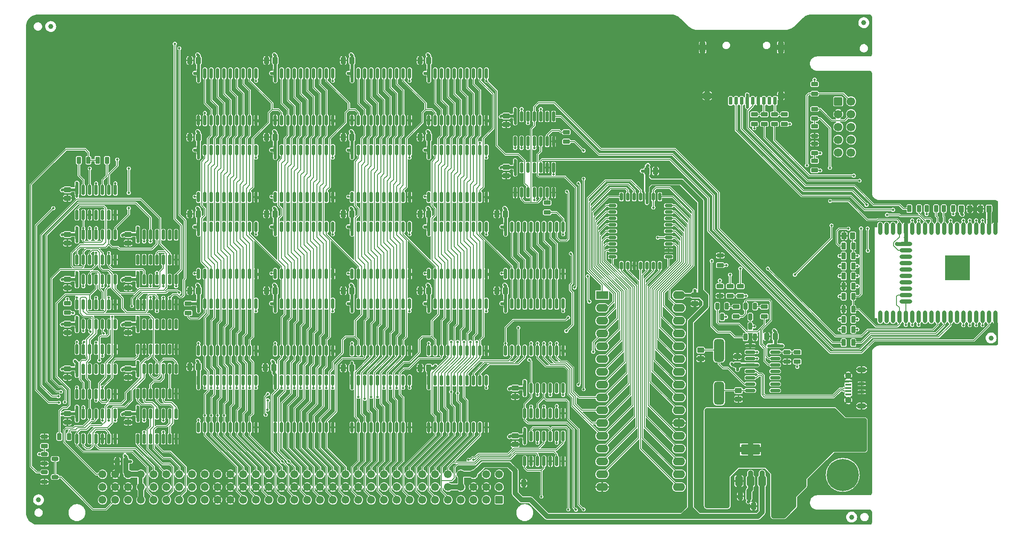
<source format=gtl>
G04 #@! TF.GenerationSoftware,KiCad,Pcbnew,(6.0.2-0)*
G04 #@! TF.CreationDate,2022-04-19T10:06:03-04:00*
G04 #@! TF.ProjectId,NuBus-ESP32,4e754275-732d-4455-9350-33322e6b6963,rev?*
G04 #@! TF.SameCoordinates,Original*
G04 #@! TF.FileFunction,Copper,L1,Top*
G04 #@! TF.FilePolarity,Positive*
%FSLAX46Y46*%
G04 Gerber Fmt 4.6, Leading zero omitted, Abs format (unit mm)*
G04 Created by KiCad (PCBNEW (6.0.2-0)) date 2022-04-19 10:06:03*
%MOMM*%
%LPD*%
G01*
G04 APERTURE LIST*
G04 Aperture macros list*
%AMRoundRect*
0 Rectangle with rounded corners*
0 $1 Rounding radius*
0 $2 $3 $4 $5 $6 $7 $8 $9 X,Y pos of 4 corners*
0 Add a 4 corners polygon primitive as box body*
4,1,4,$2,$3,$4,$5,$6,$7,$8,$9,$2,$3,0*
0 Add four circle primitives for the rounded corners*
1,1,$1+$1,$2,$3*
1,1,$1+$1,$4,$5*
1,1,$1+$1,$6,$7*
1,1,$1+$1,$8,$9*
0 Add four rect primitives between the rounded corners*
20,1,$1+$1,$2,$3,$4,$5,0*
20,1,$1+$1,$4,$5,$6,$7,0*
20,1,$1+$1,$6,$7,$8,$9,0*
20,1,$1+$1,$8,$9,$2,$3,0*%
G04 Aperture macros list end*
G04 #@! TA.AperFunction,SMDPad,CuDef*
%ADD10RoundRect,0.212500X0.487500X-0.212500X0.487500X0.212500X-0.487500X0.212500X-0.487500X-0.212500X0*%
G04 #@! TD*
G04 #@! TA.AperFunction,SMDPad,CuDef*
%ADD11RoundRect,0.150000X0.150000X-0.825000X0.150000X0.825000X-0.150000X0.825000X-0.150000X-0.825000X0*%
G04 #@! TD*
G04 #@! TA.AperFunction,ComponentPad*
%ADD12RoundRect,0.250000X-0.600000X-0.600000X0.600000X-0.600000X0.600000X0.600000X-0.600000X0.600000X0*%
G04 #@! TD*
G04 #@! TA.AperFunction,ComponentPad*
%ADD13C,1.700000*%
G04 #@! TD*
G04 #@! TA.AperFunction,SMDPad,CuDef*
%ADD14O,0.900000X2.500000*%
G04 #@! TD*
G04 #@! TA.AperFunction,SMDPad,CuDef*
%ADD15O,2.500000X0.900000*%
G04 #@! TD*
G04 #@! TA.AperFunction,ComponentPad*
%ADD16C,0.800000*%
G04 #@! TD*
G04 #@! TA.AperFunction,SMDPad,CuDef*
%ADD17R,0.500000X3.000000*%
G04 #@! TD*
G04 #@! TA.AperFunction,SMDPad,CuDef*
%ADD18R,1.500000X1.500000*%
G04 #@! TD*
G04 #@! TA.AperFunction,SMDPad,CuDef*
%ADD19R,3.000000X0.500000*%
G04 #@! TD*
G04 #@! TA.AperFunction,SMDPad,CuDef*
%ADD20R,5.000000X5.000000*%
G04 #@! TD*
G04 #@! TA.AperFunction,SMDPad,CuDef*
%ADD21RoundRect,0.212500X-0.212500X-0.487500X0.212500X-0.487500X0.212500X0.487500X-0.212500X0.487500X0*%
G04 #@! TD*
G04 #@! TA.AperFunction,SMDPad,CuDef*
%ADD22RoundRect,0.212500X0.212500X0.487500X-0.212500X0.487500X-0.212500X-0.487500X0.212500X-0.487500X0*%
G04 #@! TD*
G04 #@! TA.AperFunction,SMDPad,CuDef*
%ADD23RoundRect,0.262500X-0.262500X-0.437500X0.262500X-0.437500X0.262500X0.437500X-0.262500X0.437500X0*%
G04 #@! TD*
G04 #@! TA.AperFunction,ComponentPad*
%ADD24RoundRect,0.249999X0.525001X0.525001X-0.525001X0.525001X-0.525001X-0.525001X0.525001X-0.525001X0*%
G04 #@! TD*
G04 #@! TA.AperFunction,ComponentPad*
%ADD25C,1.550000*%
G04 #@! TD*
G04 #@! TA.AperFunction,ComponentPad*
%ADD26R,2.400000X1.600000*%
G04 #@! TD*
G04 #@! TA.AperFunction,ComponentPad*
%ADD27O,2.400000X1.600000*%
G04 #@! TD*
G04 #@! TA.AperFunction,SMDPad,CuDef*
%ADD28RoundRect,0.262500X-0.437500X0.262500X-0.437500X-0.262500X0.437500X-0.262500X0.437500X0.262500X0*%
G04 #@! TD*
G04 #@! TA.AperFunction,SMDPad,CuDef*
%ADD29RoundRect,0.262500X0.262500X0.437500X-0.262500X0.437500X-0.262500X-0.437500X0.262500X-0.437500X0*%
G04 #@! TD*
G04 #@! TA.AperFunction,SMDPad,CuDef*
%ADD30RoundRect,0.150000X0.150000X-0.875000X0.150000X0.875000X-0.150000X0.875000X-0.150000X-0.875000X0*%
G04 #@! TD*
G04 #@! TA.AperFunction,ComponentPad*
%ADD31C,6.400000*%
G04 #@! TD*
G04 #@! TA.AperFunction,SMDPad,CuDef*
%ADD32RoundRect,0.262500X0.437500X-0.262500X0.437500X0.262500X-0.437500X0.262500X-0.437500X-0.262500X0*%
G04 #@! TD*
G04 #@! TA.AperFunction,SMDPad,CuDef*
%ADD33RoundRect,0.500000X0.500000X-1.750000X0.500000X1.750000X-0.500000X1.750000X-0.500000X-1.750000X0*%
G04 #@! TD*
G04 #@! TA.AperFunction,SMDPad,CuDef*
%ADD34RoundRect,0.150000X-0.825000X-0.150000X0.825000X-0.150000X0.825000X0.150000X-0.825000X0.150000X0*%
G04 #@! TD*
G04 #@! TA.AperFunction,SMDPad,CuDef*
%ADD35RoundRect,0.150000X-0.150000X-0.587500X0.150000X-0.587500X0.150000X0.587500X-0.150000X0.587500X0*%
G04 #@! TD*
G04 #@! TA.AperFunction,SMDPad,CuDef*
%ADD36RoundRect,0.150000X-0.587500X-0.150000X0.587500X-0.150000X0.587500X0.150000X-0.587500X0.150000X0*%
G04 #@! TD*
G04 #@! TA.AperFunction,SMDPad,CuDef*
%ADD37RoundRect,0.080000X0.545000X-0.120000X0.545000X0.120000X-0.545000X0.120000X-0.545000X-0.120000X0*%
G04 #@! TD*
G04 #@! TA.AperFunction,SMDPad,CuDef*
%ADD38RoundRect,0.150000X0.525000X-0.150000X0.525000X0.150000X-0.525000X0.150000X-0.525000X-0.150000X0*%
G04 #@! TD*
G04 #@! TA.AperFunction,ComponentPad*
%ADD39C,1.300000*%
G04 #@! TD*
G04 #@! TA.AperFunction,ComponentPad*
%ADD40O,1.900000X1.070000*%
G04 #@! TD*
G04 #@! TA.AperFunction,SMDPad,CuDef*
%ADD41C,1.000000*%
G04 #@! TD*
G04 #@! TA.AperFunction,SMDPad,CuDef*
%ADD42RoundRect,0.212500X-0.487500X0.212500X-0.487500X-0.212500X0.487500X-0.212500X0.487500X0.212500X0*%
G04 #@! TD*
G04 #@! TA.AperFunction,SMDPad,CuDef*
%ADD43RoundRect,0.300000X0.450000X-0.700000X0.450000X0.700000X-0.450000X0.700000X-0.450000X-0.700000X0*%
G04 #@! TD*
G04 #@! TA.AperFunction,SMDPad,CuDef*
%ADD44RoundRect,0.300000X1.600000X-0.700000X1.600000X0.700000X-1.600000X0.700000X-1.600000X-0.700000X0*%
G04 #@! TD*
G04 #@! TA.AperFunction,SMDPad,CuDef*
%ADD45RoundRect,0.200000X-0.475000X-0.200000X0.475000X-0.200000X0.475000X0.200000X-0.475000X0.200000X0*%
G04 #@! TD*
G04 #@! TA.AperFunction,SMDPad,CuDef*
%ADD46RoundRect,0.200000X0.200000X-0.475000X0.200000X0.475000X-0.200000X0.475000X-0.200000X-0.475000X0*%
G04 #@! TD*
G04 #@! TA.AperFunction,SMDPad,CuDef*
%ADD47RoundRect,0.200000X-0.200000X0.475000X-0.200000X-0.475000X0.200000X-0.475000X0.200000X0.475000X0*%
G04 #@! TD*
G04 #@! TA.AperFunction,SMDPad,CuDef*
%ADD48RoundRect,0.175000X0.175000X0.625000X-0.175000X0.625000X-0.175000X-0.625000X0.175000X-0.625000X0*%
G04 #@! TD*
G04 #@! TA.AperFunction,SMDPad,CuDef*
%ADD49RoundRect,0.375000X0.425000X0.375000X-0.425000X0.375000X-0.425000X-0.375000X0.425000X-0.375000X0*%
G04 #@! TD*
G04 #@! TA.AperFunction,SMDPad,CuDef*
%ADD50RoundRect,0.300000X0.300000X0.800000X-0.300000X0.800000X-0.300000X-0.800000X0.300000X-0.800000X0*%
G04 #@! TD*
G04 #@! TA.AperFunction,SMDPad,CuDef*
%ADD51RoundRect,0.300000X0.300000X0.450000X-0.300000X0.450000X-0.300000X-0.450000X0.300000X-0.450000X0*%
G04 #@! TD*
G04 #@! TA.AperFunction,ViaPad*
%ADD52C,0.500000*%
G04 #@! TD*
G04 #@! TA.AperFunction,ViaPad*
%ADD53C,0.600000*%
G04 #@! TD*
G04 #@! TA.AperFunction,ViaPad*
%ADD54C,0.800000*%
G04 #@! TD*
G04 #@! TA.AperFunction,ViaPad*
%ADD55C,1.000000*%
G04 #@! TD*
G04 #@! TA.AperFunction,Conductor*
%ADD56C,0.150000*%
G04 #@! TD*
G04 #@! TA.AperFunction,Conductor*
%ADD57C,0.600000*%
G04 #@! TD*
G04 #@! TA.AperFunction,Conductor*
%ADD58C,0.500000*%
G04 #@! TD*
G04 #@! TA.AperFunction,Conductor*
%ADD59C,1.000000*%
G04 #@! TD*
G04 #@! TA.AperFunction,Conductor*
%ADD60C,0.800000*%
G04 #@! TD*
G04 #@! TA.AperFunction,Conductor*
%ADD61C,0.400000*%
G04 #@! TD*
G04 #@! TA.AperFunction,Conductor*
%ADD62C,0.700000*%
G04 #@! TD*
G04 APERTURE END LIST*
D10*
X206438500Y-85471000D03*
X206438500Y-83571000D03*
D11*
X78740000Y-111060000D03*
X80010000Y-111060000D03*
X81280000Y-111060000D03*
X82550000Y-111060000D03*
X83820000Y-111060000D03*
X85090000Y-111060000D03*
X86360000Y-111060000D03*
X86360000Y-106110000D03*
X85090000Y-106110000D03*
X83820000Y-106110000D03*
X82550000Y-106110000D03*
X81280000Y-106110000D03*
X80010000Y-106110000D03*
X78740000Y-106110000D03*
D12*
X229870000Y-52959000D03*
D13*
X232410000Y-52959000D03*
X229870000Y-55499000D03*
X232410000Y-55499000D03*
X229870000Y-58039000D03*
X232410000Y-58039000D03*
X229870000Y-60579000D03*
X232410000Y-60579000D03*
X229870000Y-63119000D03*
X232410000Y-63119000D03*
D14*
X261048500Y-78245000D03*
X259778500Y-78245000D03*
X258508500Y-78245000D03*
X257238500Y-78245000D03*
X255968500Y-78245000D03*
X254698500Y-78245000D03*
X253428500Y-78245000D03*
X252158500Y-78245000D03*
X250888500Y-78245000D03*
X249618500Y-78245000D03*
X248348500Y-78245000D03*
X247078500Y-78245000D03*
X245808500Y-78245000D03*
X244538500Y-78245000D03*
D15*
X243258500Y-81280000D03*
D14*
X243268500Y-78245000D03*
X241998500Y-78245000D03*
D15*
X243258500Y-82550000D03*
D14*
X240728500Y-78245000D03*
D15*
X243258500Y-83820000D03*
D14*
X239458500Y-78245000D03*
D15*
X243258500Y-85090000D03*
X243258500Y-86360000D03*
D14*
X238188500Y-78245000D03*
D15*
X243258500Y-87630000D03*
D14*
X238188500Y-95745000D03*
X239458500Y-95745000D03*
D15*
X243258500Y-88900000D03*
X243258500Y-90170000D03*
D14*
X240728500Y-95745000D03*
X241998500Y-95745000D03*
D15*
X243258500Y-91440000D03*
X243258500Y-92710000D03*
D14*
X243268500Y-95745000D03*
X244538500Y-95745000D03*
X245808500Y-95745000D03*
X247078500Y-95745000D03*
X248348500Y-95745000D03*
X249618500Y-95745000D03*
X250888500Y-95745000D03*
X252158500Y-95745000D03*
X253428500Y-95745000D03*
X254698500Y-95745000D03*
X255968500Y-95745000D03*
X257238500Y-95745000D03*
X258508500Y-95745000D03*
X259778500Y-95745000D03*
X261048500Y-95745000D03*
D16*
X254645500Y-85995000D03*
D17*
X251486500Y-85995000D03*
D16*
X252391500Y-87122000D03*
X252391500Y-85995000D03*
D18*
X253518500Y-85995000D03*
D16*
X253518500Y-84868000D03*
X252391500Y-84868000D03*
X254645500Y-87122000D03*
D17*
X255550500Y-85995000D03*
D19*
X253518500Y-88154000D03*
D16*
X253518500Y-87122000D03*
D19*
X253518500Y-83963000D03*
D16*
X254645500Y-84868000D03*
D20*
X253518500Y-85995000D03*
D10*
X225171000Y-63246000D03*
X225171000Y-61346000D03*
D21*
X230950000Y-81650000D03*
X232850000Y-81650000D03*
D22*
X232850000Y-100850000D03*
X230950000Y-100850000D03*
D23*
X165735000Y-128778000D03*
X167435000Y-128778000D03*
D21*
X82809000Y-64643000D03*
X84709000Y-64643000D03*
D24*
X162560000Y-132080000D03*
D25*
X160020000Y-132080000D03*
X157480000Y-132080000D03*
X154940000Y-132080000D03*
X152400000Y-132080000D03*
X149860000Y-132080000D03*
X147320000Y-132080000D03*
X144780000Y-132080000D03*
X142240000Y-132080000D03*
X139700000Y-132080000D03*
X137160000Y-132080000D03*
X134620000Y-132080000D03*
X132080000Y-132080000D03*
X129540000Y-132080000D03*
X127000000Y-132080000D03*
X124460000Y-132080000D03*
X121920000Y-132080000D03*
X119380000Y-132080000D03*
X116840000Y-132080000D03*
X114300000Y-132080000D03*
X111760000Y-132080000D03*
X109220000Y-132080000D03*
X106680000Y-132080000D03*
X104140000Y-132080000D03*
X101600000Y-132080000D03*
X99060000Y-132080000D03*
X96520000Y-132080000D03*
X93980000Y-132080000D03*
X91440000Y-132080000D03*
X88900000Y-132080000D03*
X86360000Y-132080000D03*
X83820000Y-132080000D03*
X162560000Y-129540000D03*
X160020000Y-129540000D03*
X157480000Y-129540000D03*
X154940000Y-129540000D03*
X152400000Y-129540000D03*
X149860000Y-129540000D03*
X147320000Y-129540000D03*
X144780000Y-129540000D03*
X142240000Y-129540000D03*
X139700000Y-129540000D03*
X137160000Y-129540000D03*
X134620000Y-129540000D03*
X132080000Y-129540000D03*
X129540000Y-129540000D03*
X127000000Y-129540000D03*
X124460000Y-129540000D03*
X121920000Y-129540000D03*
X119380000Y-129540000D03*
X116840000Y-129540000D03*
X114300000Y-129540000D03*
X111760000Y-129540000D03*
X109220000Y-129540000D03*
X106680000Y-129540000D03*
X104140000Y-129540000D03*
X101600000Y-129540000D03*
X99060000Y-129540000D03*
X96520000Y-129540000D03*
X93980000Y-129540000D03*
X91440000Y-129540000D03*
X88900000Y-129540000D03*
X86360000Y-129540000D03*
X83820000Y-129540000D03*
X162560000Y-127000000D03*
X160020000Y-127000000D03*
X157480000Y-127000000D03*
X154940000Y-127000000D03*
X152400000Y-127000000D03*
X149860000Y-127000000D03*
X147320000Y-127000000D03*
X144780000Y-127000000D03*
X142240000Y-127000000D03*
X139700000Y-127000000D03*
X137160000Y-127000000D03*
X134620000Y-127000000D03*
X132080000Y-127000000D03*
X129540000Y-127000000D03*
X127000000Y-127000000D03*
X124460000Y-127000000D03*
X121920000Y-127000000D03*
X119380000Y-127000000D03*
X116840000Y-127000000D03*
X114300000Y-127000000D03*
X111760000Y-127000000D03*
X109220000Y-127000000D03*
X106680000Y-127000000D03*
X104140000Y-127000000D03*
X101600000Y-127000000D03*
X99060000Y-127000000D03*
X96520000Y-127000000D03*
X93980000Y-127000000D03*
X91440000Y-127000000D03*
X88900000Y-127000000D03*
X86360000Y-127000000D03*
X83820000Y-127000000D03*
D26*
X183007000Y-91440000D03*
D27*
X183007000Y-93980000D03*
X183007000Y-96520000D03*
X183007000Y-99060000D03*
X183007000Y-101600000D03*
X183007000Y-104140000D03*
X183007000Y-106680000D03*
X183007000Y-109220000D03*
X183007000Y-111760000D03*
X183007000Y-114300000D03*
X183007000Y-116840000D03*
X183007000Y-119380000D03*
X183007000Y-121920000D03*
X183007000Y-124460000D03*
X183007000Y-127000000D03*
X183007000Y-129540000D03*
X198247000Y-129540000D03*
X198247000Y-127000000D03*
X198247000Y-124460000D03*
X198247000Y-121920000D03*
X198247000Y-119380000D03*
X198247000Y-116840000D03*
X198247000Y-114300000D03*
X198247000Y-111760000D03*
X198247000Y-109220000D03*
X198247000Y-106680000D03*
X198247000Y-104140000D03*
X198247000Y-101600000D03*
X198247000Y-99060000D03*
X198247000Y-96520000D03*
X198247000Y-93980000D03*
X198247000Y-91440000D03*
D28*
X76835000Y-97155000D03*
X76835000Y-98855000D03*
X76835000Y-88265000D03*
X76835000Y-89965000D03*
D29*
X148590000Y-44831000D03*
X146890000Y-44831000D03*
D30*
X118110000Y-117680000D03*
X119380000Y-117680000D03*
X120650000Y-117680000D03*
X121920000Y-117680000D03*
X123190000Y-117680000D03*
X124460000Y-117680000D03*
X125730000Y-117680000D03*
X127000000Y-117680000D03*
X128270000Y-117680000D03*
X129540000Y-117680000D03*
X129540000Y-108380000D03*
X128270000Y-108380000D03*
X127000000Y-108380000D03*
X125730000Y-108380000D03*
X124460000Y-108380000D03*
X123190000Y-108380000D03*
X121920000Y-108380000D03*
X120650000Y-108380000D03*
X119380000Y-108380000D03*
X118110000Y-108380000D03*
D29*
X163830000Y-90551000D03*
X162130000Y-90551000D03*
X163830000Y-75311000D03*
X162130000Y-75311000D03*
D30*
X102870000Y-87200000D03*
X104140000Y-87200000D03*
X105410000Y-87200000D03*
X106680000Y-87200000D03*
X107950000Y-87200000D03*
X109220000Y-87200000D03*
X110490000Y-87200000D03*
X111760000Y-87200000D03*
X113030000Y-87200000D03*
X114300000Y-87200000D03*
X114300000Y-77900000D03*
X113030000Y-77900000D03*
X111760000Y-77900000D03*
X110490000Y-77900000D03*
X109220000Y-77900000D03*
X107950000Y-77900000D03*
X106680000Y-77900000D03*
X105410000Y-77900000D03*
X104140000Y-77900000D03*
X102870000Y-77900000D03*
X102870000Y-117680000D03*
X104140000Y-117680000D03*
X105410000Y-117680000D03*
X106680000Y-117680000D03*
X107950000Y-117680000D03*
X109220000Y-117680000D03*
X110490000Y-117680000D03*
X111760000Y-117680000D03*
X113030000Y-117680000D03*
X114300000Y-117680000D03*
X114300000Y-108380000D03*
X113030000Y-108380000D03*
X111760000Y-108380000D03*
X110490000Y-108380000D03*
X109220000Y-108380000D03*
X107950000Y-108380000D03*
X106680000Y-108380000D03*
X105410000Y-108380000D03*
X104140000Y-108380000D03*
X102870000Y-108380000D03*
X163830000Y-87200000D03*
X165100000Y-87200000D03*
X166370000Y-87200000D03*
X167640000Y-87200000D03*
X168910000Y-87200000D03*
X170180000Y-87200000D03*
X171450000Y-87200000D03*
X172720000Y-87200000D03*
X173990000Y-87200000D03*
X175260000Y-87200000D03*
X175260000Y-77900000D03*
X173990000Y-77900000D03*
X172720000Y-77900000D03*
X171450000Y-77900000D03*
X170180000Y-77900000D03*
X168910000Y-77900000D03*
X167640000Y-77900000D03*
X166370000Y-77900000D03*
X165100000Y-77900000D03*
X163830000Y-77900000D03*
D22*
X232850000Y-98250000D03*
X230950000Y-98250000D03*
D11*
X78740000Y-119950000D03*
X80010000Y-119950000D03*
X81280000Y-119950000D03*
X82550000Y-119950000D03*
X83820000Y-119950000D03*
X85090000Y-119950000D03*
X86360000Y-119950000D03*
X86360000Y-115000000D03*
X85090000Y-115000000D03*
X83820000Y-115000000D03*
X82550000Y-115000000D03*
X81280000Y-115000000D03*
X80010000Y-115000000D03*
X78740000Y-115000000D03*
D16*
X230759000Y-124727000D03*
D31*
X230759000Y-127127000D03*
D16*
X230759000Y-129527000D03*
X232456056Y-125429944D03*
X229061944Y-128824056D03*
X228359000Y-127127000D03*
X229061944Y-125429944D03*
X232456056Y-128824056D03*
X233159000Y-127127000D03*
D11*
X165735000Y-60895000D03*
X167005000Y-60895000D03*
X168275000Y-60895000D03*
X169545000Y-60895000D03*
X170815000Y-60895000D03*
X172085000Y-60895000D03*
X173355000Y-60895000D03*
X173355000Y-55945000D03*
X172085000Y-55945000D03*
X170815000Y-55945000D03*
X169545000Y-55945000D03*
X168275000Y-55945000D03*
X167005000Y-55945000D03*
X165735000Y-55945000D03*
D28*
X163957000Y-66040000D03*
X163957000Y-67740000D03*
D11*
X165735000Y-71055000D03*
X167005000Y-71055000D03*
X168275000Y-71055000D03*
X169545000Y-71055000D03*
X170815000Y-71055000D03*
X172085000Y-71055000D03*
X173355000Y-71055000D03*
X173355000Y-66105000D03*
X172085000Y-66105000D03*
X170815000Y-66105000D03*
X169545000Y-66105000D03*
X168275000Y-66105000D03*
X167005000Y-66105000D03*
X165735000Y-66105000D03*
D30*
X148590000Y-117680000D03*
X149860000Y-117680000D03*
X151130000Y-117680000D03*
X152400000Y-117680000D03*
X153670000Y-117680000D03*
X154940000Y-117680000D03*
X156210000Y-117680000D03*
X157480000Y-117680000D03*
X158750000Y-117680000D03*
X160020000Y-117680000D03*
X160020000Y-108380000D03*
X158750000Y-108380000D03*
X157480000Y-108380000D03*
X156210000Y-108380000D03*
X154940000Y-108380000D03*
X153670000Y-108380000D03*
X152400000Y-108380000D03*
X151130000Y-108380000D03*
X149860000Y-108380000D03*
X148590000Y-108380000D03*
D28*
X163957000Y-55880000D03*
X163957000Y-57580000D03*
D23*
X191897000Y-66802000D03*
X193597000Y-66802000D03*
D29*
X88480000Y-124460000D03*
X86780000Y-124460000D03*
D30*
X133350000Y-71960000D03*
X134620000Y-71960000D03*
X135890000Y-71960000D03*
X137160000Y-71960000D03*
X138430000Y-71960000D03*
X139700000Y-71960000D03*
X140970000Y-71960000D03*
X142240000Y-71960000D03*
X143510000Y-71960000D03*
X144780000Y-71960000D03*
X144780000Y-62660000D03*
X143510000Y-62660000D03*
X142240000Y-62660000D03*
X140970000Y-62660000D03*
X139700000Y-62660000D03*
X138430000Y-62660000D03*
X137160000Y-62660000D03*
X135890000Y-62660000D03*
X134620000Y-62660000D03*
X133350000Y-62660000D03*
D28*
X165735000Y-119380000D03*
X165735000Y-121080000D03*
X165735000Y-109855000D03*
X165735000Y-111555000D03*
D29*
X117856000Y-105791000D03*
X116156000Y-105791000D03*
X118110000Y-90551000D03*
X116410000Y-90551000D03*
X133350000Y-90551000D03*
X131650000Y-90551000D03*
X148590000Y-90551000D03*
X146890000Y-90551000D03*
X133350000Y-105918000D03*
X131650000Y-105918000D03*
D16*
X232456056Y-41575056D03*
X232456056Y-38180944D03*
X230759000Y-42278000D03*
X229061944Y-41575056D03*
X233159000Y-39878000D03*
X229061944Y-38180944D03*
X228359000Y-39878000D03*
D31*
X230759000Y-39878000D03*
D16*
X230759000Y-37478000D03*
D32*
X209867500Y-105283000D03*
X209867500Y-103583000D03*
D33*
X206216000Y-110919000D03*
X206216000Y-102419000D03*
D11*
X90805000Y-84390000D03*
X92075000Y-84390000D03*
X93345000Y-84390000D03*
X94615000Y-84390000D03*
X95885000Y-84390000D03*
X97155000Y-84390000D03*
X98425000Y-84390000D03*
X98425000Y-79440000D03*
X97155000Y-79440000D03*
X95885000Y-79440000D03*
X94615000Y-79440000D03*
X93345000Y-79440000D03*
X92075000Y-79440000D03*
X90805000Y-79440000D03*
D29*
X118110000Y-75311000D03*
X116410000Y-75311000D03*
D30*
X102870000Y-102440000D03*
X104140000Y-102440000D03*
X105410000Y-102440000D03*
X106680000Y-102440000D03*
X107950000Y-102440000D03*
X109220000Y-102440000D03*
X110490000Y-102440000D03*
X111760000Y-102440000D03*
X113030000Y-102440000D03*
X114300000Y-102440000D03*
X114300000Y-93140000D03*
X113030000Y-93140000D03*
X111760000Y-93140000D03*
X110490000Y-93140000D03*
X109220000Y-93140000D03*
X107950000Y-93140000D03*
X106680000Y-93140000D03*
X105410000Y-93140000D03*
X104140000Y-93140000D03*
X102870000Y-93140000D03*
D29*
X102870000Y-75311000D03*
X101170000Y-75311000D03*
X148590000Y-105918000D03*
X146890000Y-105918000D03*
D11*
X78740000Y-102170000D03*
X80010000Y-102170000D03*
X81280000Y-102170000D03*
X82550000Y-102170000D03*
X83820000Y-102170000D03*
X85090000Y-102170000D03*
X86360000Y-102170000D03*
X86360000Y-97220000D03*
X85090000Y-97220000D03*
X83820000Y-97220000D03*
X82550000Y-97220000D03*
X81280000Y-97220000D03*
X80010000Y-97220000D03*
X78740000Y-97220000D03*
D29*
X259778500Y-74295000D03*
X258078500Y-74295000D03*
D23*
X254317500Y-74295000D03*
X256017500Y-74295000D03*
D30*
X118110000Y-87200000D03*
X119380000Y-87200000D03*
X120650000Y-87200000D03*
X121920000Y-87200000D03*
X123190000Y-87200000D03*
X124460000Y-87200000D03*
X125730000Y-87200000D03*
X127000000Y-87200000D03*
X128270000Y-87200000D03*
X129540000Y-87200000D03*
X129540000Y-77900000D03*
X128270000Y-77900000D03*
X127000000Y-77900000D03*
X125730000Y-77900000D03*
X124460000Y-77900000D03*
X123190000Y-77900000D03*
X121920000Y-77900000D03*
X120650000Y-77900000D03*
X119380000Y-77900000D03*
X118110000Y-77900000D03*
D28*
X76835000Y-114935000D03*
X76835000Y-116635000D03*
D11*
X90805000Y-102170000D03*
X92075000Y-102170000D03*
X93345000Y-102170000D03*
X94615000Y-102170000D03*
X95885000Y-102170000D03*
X97155000Y-102170000D03*
X98425000Y-102170000D03*
X98425000Y-97220000D03*
X97155000Y-97220000D03*
X95885000Y-97220000D03*
X94615000Y-97220000D03*
X93345000Y-97220000D03*
X92075000Y-97220000D03*
X90805000Y-97220000D03*
X78740000Y-84390000D03*
X80010000Y-84390000D03*
X81280000Y-84390000D03*
X82550000Y-84390000D03*
X83820000Y-84390000D03*
X85090000Y-84390000D03*
X86360000Y-84390000D03*
X86360000Y-79440000D03*
X85090000Y-79440000D03*
X83820000Y-79440000D03*
X82550000Y-79440000D03*
X81280000Y-79440000D03*
X80010000Y-79440000D03*
X78740000Y-79440000D03*
X78740000Y-93280000D03*
X80010000Y-93280000D03*
X81280000Y-93280000D03*
X82550000Y-93280000D03*
X83820000Y-93280000D03*
X85090000Y-93280000D03*
X86360000Y-93280000D03*
X86360000Y-88330000D03*
X85090000Y-88330000D03*
X83820000Y-88330000D03*
X82550000Y-88330000D03*
X81280000Y-88330000D03*
X80010000Y-88330000D03*
X78740000Y-88330000D03*
D28*
X88900000Y-97155000D03*
X88900000Y-98855000D03*
X76835000Y-70485000D03*
X76835000Y-72185000D03*
D34*
X212409000Y-101473000D03*
X212409000Y-102743000D03*
X212409000Y-104013000D03*
X212409000Y-105283000D03*
X212409000Y-106553000D03*
X212409000Y-107823000D03*
X212409000Y-109093000D03*
X212409000Y-110363000D03*
X217359000Y-110363000D03*
X217359000Y-109093000D03*
X217359000Y-107823000D03*
X217359000Y-106553000D03*
X217359000Y-105283000D03*
X217359000Y-104013000D03*
X217359000Y-102743000D03*
X217359000Y-101473000D03*
D30*
X133350000Y-87200000D03*
X134620000Y-87200000D03*
X135890000Y-87200000D03*
X137160000Y-87200000D03*
X138430000Y-87200000D03*
X139700000Y-87200000D03*
X140970000Y-87200000D03*
X142240000Y-87200000D03*
X143510000Y-87200000D03*
X144780000Y-87200000D03*
X144780000Y-77900000D03*
X143510000Y-77900000D03*
X142240000Y-77900000D03*
X140970000Y-77900000D03*
X139700000Y-77900000D03*
X138430000Y-77900000D03*
X137160000Y-77900000D03*
X135890000Y-77900000D03*
X134620000Y-77900000D03*
X133350000Y-77900000D03*
D29*
X214750000Y-133350000D03*
X213050000Y-133350000D03*
X217360500Y-99631500D03*
X215660500Y-99631500D03*
D28*
X202565000Y-102362000D03*
X202565000Y-104062000D03*
D30*
X118110000Y-102440000D03*
X119380000Y-102440000D03*
X120650000Y-102440000D03*
X121920000Y-102440000D03*
X123190000Y-102440000D03*
X124460000Y-102440000D03*
X125730000Y-102440000D03*
X127000000Y-102440000D03*
X128270000Y-102440000D03*
X129540000Y-102440000D03*
X129540000Y-93140000D03*
X128270000Y-93140000D03*
X127000000Y-93140000D03*
X125730000Y-93140000D03*
X124460000Y-93140000D03*
X123190000Y-93140000D03*
X121920000Y-93140000D03*
X120650000Y-93140000D03*
X119380000Y-93140000D03*
X118110000Y-93140000D03*
X133350000Y-102440000D03*
X134620000Y-102440000D03*
X135890000Y-102440000D03*
X137160000Y-102440000D03*
X138430000Y-102440000D03*
X139700000Y-102440000D03*
X140970000Y-102440000D03*
X142240000Y-102440000D03*
X143510000Y-102440000D03*
X144780000Y-102440000D03*
X144780000Y-93140000D03*
X143510000Y-93140000D03*
X142240000Y-93140000D03*
X140970000Y-93140000D03*
X139700000Y-93140000D03*
X138430000Y-93140000D03*
X137160000Y-93140000D03*
X135890000Y-93140000D03*
X134620000Y-93140000D03*
X133350000Y-93140000D03*
D11*
X167640000Y-114870000D03*
X168910000Y-114870000D03*
X170180000Y-114870000D03*
X171450000Y-114870000D03*
X172720000Y-114870000D03*
X173990000Y-114870000D03*
X175260000Y-114870000D03*
X175260000Y-109920000D03*
X173990000Y-109920000D03*
X172720000Y-109920000D03*
X171450000Y-109920000D03*
X170180000Y-109920000D03*
X168910000Y-109920000D03*
X167640000Y-109920000D03*
D28*
X76835000Y-106045000D03*
X76835000Y-107745000D03*
X88900000Y-106045000D03*
X88900000Y-107745000D03*
X88900000Y-114935000D03*
X88900000Y-116635000D03*
D11*
X90805000Y-119950000D03*
X92075000Y-119950000D03*
X93345000Y-119950000D03*
X94615000Y-119950000D03*
X95885000Y-119950000D03*
X97155000Y-119950000D03*
X98425000Y-119950000D03*
X98425000Y-115000000D03*
X97155000Y-115000000D03*
X95885000Y-115000000D03*
X94615000Y-115000000D03*
X93345000Y-115000000D03*
X92075000Y-115000000D03*
X90805000Y-115000000D03*
D29*
X212150000Y-131350000D03*
X210450000Y-131350000D03*
D22*
X232850000Y-96250000D03*
X230950000Y-96250000D03*
D28*
X76835000Y-79375000D03*
X76835000Y-81075000D03*
D35*
X190627000Y-71902500D03*
X189357000Y-71902500D03*
X188087000Y-71902500D03*
X186817000Y-71902500D03*
D36*
X185064500Y-73660000D03*
X185064500Y-74930000D03*
X185064500Y-76200000D03*
X185064500Y-77470000D03*
X185064500Y-78740000D03*
X185064500Y-80010000D03*
X185064500Y-81280000D03*
X185064500Y-82550000D03*
X185064500Y-83820000D03*
D35*
X186817000Y-85577500D03*
X188087000Y-85577500D03*
X189357000Y-85577500D03*
X190627000Y-85577500D03*
X191897000Y-85577500D03*
X193167000Y-85577500D03*
X194437000Y-85577500D03*
D36*
X196189500Y-83820000D03*
X196189500Y-82550000D03*
X196189500Y-81280000D03*
X196189500Y-80010000D03*
X196189500Y-78740000D03*
X196189500Y-77470000D03*
X196189500Y-76200000D03*
X196189500Y-74930000D03*
X196189500Y-73660000D03*
D35*
X194437000Y-71902500D03*
X193167000Y-71902500D03*
X191897000Y-71902500D03*
D28*
X88900000Y-79375000D03*
X88900000Y-81075000D03*
X88900000Y-88265000D03*
X88900000Y-89965000D03*
D29*
X102870000Y-105664000D03*
X101170000Y-105664000D03*
X102870000Y-90551000D03*
X101170000Y-90551000D03*
X133350000Y-60071000D03*
X131650000Y-60071000D03*
X148590000Y-60071000D03*
X146890000Y-60071000D03*
X148590000Y-75311000D03*
X146890000Y-75311000D03*
X133350000Y-75311000D03*
X131650000Y-75311000D03*
X102870000Y-60071000D03*
X101170000Y-60071000D03*
X118110000Y-60071000D03*
X116410000Y-60071000D03*
X102870000Y-44831000D03*
X101170000Y-44831000D03*
X118110000Y-44831000D03*
X116410000Y-44831000D03*
X133350000Y-44831000D03*
X131650000Y-44831000D03*
D22*
X77150000Y-119507000D03*
X75250000Y-119507000D03*
D11*
X78740000Y-75500000D03*
X80010000Y-75500000D03*
X81280000Y-75500000D03*
X82550000Y-75500000D03*
X83820000Y-75500000D03*
X85090000Y-75500000D03*
X86360000Y-75500000D03*
X86360000Y-70550000D03*
X85090000Y-70550000D03*
X83820000Y-70550000D03*
X82550000Y-70550000D03*
X81280000Y-70550000D03*
X80010000Y-70550000D03*
X78740000Y-70550000D03*
D10*
X76835000Y-94930000D03*
X76835000Y-93030000D03*
D30*
X102870000Y-71960000D03*
X104140000Y-71960000D03*
X105410000Y-71960000D03*
X106680000Y-71960000D03*
X107950000Y-71960000D03*
X109220000Y-71960000D03*
X110490000Y-71960000D03*
X111760000Y-71960000D03*
X113030000Y-71960000D03*
X114300000Y-71960000D03*
X114300000Y-62660000D03*
X113030000Y-62660000D03*
X111760000Y-62660000D03*
X110490000Y-62660000D03*
X109220000Y-62660000D03*
X107950000Y-62660000D03*
X106680000Y-62660000D03*
X105410000Y-62660000D03*
X104140000Y-62660000D03*
X102870000Y-62660000D03*
D11*
X90805000Y-93280000D03*
X92075000Y-93280000D03*
X93345000Y-93280000D03*
X94615000Y-93280000D03*
X95885000Y-93280000D03*
X97155000Y-93280000D03*
X98425000Y-93280000D03*
X98425000Y-88330000D03*
X97155000Y-88330000D03*
X95885000Y-88330000D03*
X94615000Y-88330000D03*
X93345000Y-88330000D03*
X92075000Y-88330000D03*
X90805000Y-88330000D03*
D30*
X118110000Y-71960000D03*
X119380000Y-71960000D03*
X120650000Y-71960000D03*
X121920000Y-71960000D03*
X123190000Y-71960000D03*
X124460000Y-71960000D03*
X125730000Y-71960000D03*
X127000000Y-71960000D03*
X128270000Y-71960000D03*
X129540000Y-71960000D03*
X129540000Y-62660000D03*
X128270000Y-62660000D03*
X127000000Y-62660000D03*
X125730000Y-62660000D03*
X124460000Y-62660000D03*
X123190000Y-62660000D03*
X121920000Y-62660000D03*
X120650000Y-62660000D03*
X119380000Y-62660000D03*
X118110000Y-62660000D03*
D37*
X231875000Y-111150000D03*
X231875000Y-110500000D03*
X231875000Y-109850000D03*
X231875000Y-109200000D03*
X231875000Y-108550000D03*
D38*
X234525000Y-110650000D03*
D39*
X231850000Y-112275000D03*
X231850000Y-107425000D03*
D38*
X234525000Y-109050000D03*
D40*
X234500000Y-113450000D03*
X234500000Y-106250000D03*
D41*
X73533000Y-38100000D03*
X234950000Y-37338000D03*
X232537000Y-135509000D03*
X71120000Y-132080000D03*
D28*
X201422000Y-91440000D03*
X201422000Y-93140000D03*
D30*
X148590000Y-56720000D03*
X149860000Y-56720000D03*
X151130000Y-56720000D03*
X152400000Y-56720000D03*
X153670000Y-56720000D03*
X154940000Y-56720000D03*
X156210000Y-56720000D03*
X157480000Y-56720000D03*
X158750000Y-56720000D03*
X160020000Y-56720000D03*
X160020000Y-47420000D03*
X158750000Y-47420000D03*
X157480000Y-47420000D03*
X156210000Y-47420000D03*
X154940000Y-47420000D03*
X153670000Y-47420000D03*
X152400000Y-47420000D03*
X151130000Y-47420000D03*
X149860000Y-47420000D03*
X148590000Y-47420000D03*
X133350000Y-56720000D03*
X134620000Y-56720000D03*
X135890000Y-56720000D03*
X137160000Y-56720000D03*
X138430000Y-56720000D03*
X139700000Y-56720000D03*
X140970000Y-56720000D03*
X142240000Y-56720000D03*
X143510000Y-56720000D03*
X144780000Y-56720000D03*
X144780000Y-47420000D03*
X143510000Y-47420000D03*
X142240000Y-47420000D03*
X140970000Y-47420000D03*
X139700000Y-47420000D03*
X138430000Y-47420000D03*
X137160000Y-47420000D03*
X135890000Y-47420000D03*
X134620000Y-47420000D03*
X133350000Y-47420000D03*
X118110000Y-56720000D03*
X119380000Y-56720000D03*
X120650000Y-56720000D03*
X121920000Y-56720000D03*
X123190000Y-56720000D03*
X124460000Y-56720000D03*
X125730000Y-56720000D03*
X127000000Y-56720000D03*
X128270000Y-56720000D03*
X129540000Y-56720000D03*
X129540000Y-47420000D03*
X128270000Y-47420000D03*
X127000000Y-47420000D03*
X125730000Y-47420000D03*
X124460000Y-47420000D03*
X123190000Y-47420000D03*
X121920000Y-47420000D03*
X120650000Y-47420000D03*
X119380000Y-47420000D03*
X118110000Y-47420000D03*
X102870000Y-56720000D03*
X104140000Y-56720000D03*
X105410000Y-56720000D03*
X106680000Y-56720000D03*
X107950000Y-56720000D03*
X109220000Y-56720000D03*
X110490000Y-56720000D03*
X111760000Y-56720000D03*
X113030000Y-56720000D03*
X114300000Y-56720000D03*
X114300000Y-47420000D03*
X113030000Y-47420000D03*
X111760000Y-47420000D03*
X110490000Y-47420000D03*
X109220000Y-47420000D03*
X107950000Y-47420000D03*
X106680000Y-47420000D03*
X105410000Y-47420000D03*
X104140000Y-47420000D03*
X102870000Y-47420000D03*
X148590000Y-71960000D03*
X149860000Y-71960000D03*
X151130000Y-71960000D03*
X152400000Y-71960000D03*
X153670000Y-71960000D03*
X154940000Y-71960000D03*
X156210000Y-71960000D03*
X157480000Y-71960000D03*
X158750000Y-71960000D03*
X160020000Y-71960000D03*
X160020000Y-62660000D03*
X158750000Y-62660000D03*
X157480000Y-62660000D03*
X156210000Y-62660000D03*
X154940000Y-62660000D03*
X153670000Y-62660000D03*
X152400000Y-62660000D03*
X151130000Y-62660000D03*
X149860000Y-62660000D03*
X148590000Y-62660000D03*
D22*
X232850000Y-89650000D03*
X230950000Y-89650000D03*
D42*
X225171000Y-49535000D03*
X225171000Y-51435000D03*
X225171000Y-57912000D03*
X225171000Y-59812000D03*
D21*
X230950000Y-87650000D03*
X232850000Y-87650000D03*
D10*
X225171000Y-56383000D03*
X225171000Y-54483000D03*
D21*
X230950000Y-85650000D03*
X232850000Y-85650000D03*
D10*
X219200000Y-57450000D03*
X219200000Y-55550000D03*
X213200000Y-57450000D03*
X213200000Y-55550000D03*
X217200000Y-57450000D03*
X217200000Y-55550000D03*
X215200000Y-57450000D03*
X215200000Y-55550000D03*
D22*
X245908000Y-74275000D03*
X244008000Y-74275000D03*
D10*
X72300000Y-121400000D03*
X72300000Y-119500000D03*
D21*
X250808000Y-74275000D03*
X252708000Y-74275000D03*
D29*
X232750000Y-79650000D03*
X231050000Y-79650000D03*
D10*
X221742000Y-104643000D03*
X221742000Y-102743000D03*
X209614000Y-95650000D03*
X209614000Y-93750000D03*
X215214000Y-95650000D03*
X215214000Y-93750000D03*
X225171000Y-66647000D03*
X225171000Y-64747000D03*
D22*
X232850000Y-94250000D03*
X230950000Y-94250000D03*
D21*
X230950000Y-91650000D03*
X232850000Y-91650000D03*
D42*
X219710000Y-102743000D03*
X219710000Y-104643000D03*
D41*
X260223000Y-99949000D03*
D43*
X210150000Y-128350000D03*
D44*
X212450000Y-122050000D03*
D43*
X212450000Y-128350000D03*
X214750000Y-128350000D03*
D21*
X230950000Y-83650000D03*
X232850000Y-83650000D03*
D22*
X249308000Y-74275000D03*
X247408000Y-74275000D03*
D45*
X72300000Y-126600000D03*
X72300000Y-128500000D03*
X74400000Y-127550000D03*
X72300000Y-123000000D03*
X72300000Y-124900000D03*
X74400000Y-123950000D03*
D46*
X211464000Y-99750000D03*
X213364000Y-99750000D03*
X212414000Y-97650000D03*
D47*
X207764000Y-93650000D03*
X205864000Y-93650000D03*
X206814000Y-95750000D03*
X213364000Y-93650000D03*
X211464000Y-93650000D03*
X212414000Y-95750000D03*
D48*
X208500000Y-52850000D03*
X209600000Y-52850000D03*
X210700000Y-52850000D03*
X211800000Y-52850000D03*
X212900000Y-52850000D03*
X214000000Y-52850000D03*
X215100000Y-52850000D03*
X216200000Y-52850000D03*
X217300000Y-52850000D03*
D49*
X203850000Y-51850000D03*
D50*
X218450000Y-42250000D03*
X202950000Y-42250000D03*
D51*
X218500000Y-51850000D03*
D28*
X210058000Y-110363000D03*
X210058000Y-112063000D03*
D30*
X148590000Y-87200000D03*
X149860000Y-87200000D03*
X151130000Y-87200000D03*
X152400000Y-87200000D03*
X153670000Y-87200000D03*
X154940000Y-87200000D03*
X156210000Y-87200000D03*
X157480000Y-87200000D03*
X158750000Y-87200000D03*
X160020000Y-87200000D03*
X160020000Y-77900000D03*
X158750000Y-77900000D03*
X157480000Y-77900000D03*
X156210000Y-77900000D03*
X154940000Y-77900000D03*
X153670000Y-77900000D03*
X152400000Y-77900000D03*
X151130000Y-77900000D03*
X149860000Y-77900000D03*
X148590000Y-77900000D03*
D11*
X167640000Y-124395000D03*
X168910000Y-124395000D03*
X170180000Y-124395000D03*
X171450000Y-124395000D03*
X172720000Y-124395000D03*
X173990000Y-124395000D03*
X175260000Y-124395000D03*
X175260000Y-119445000D03*
X173990000Y-119445000D03*
X172720000Y-119445000D03*
X171450000Y-119445000D03*
X170180000Y-119445000D03*
X168910000Y-119445000D03*
X167640000Y-119445000D03*
X90805000Y-110995000D03*
X92075000Y-110995000D03*
X93345000Y-110995000D03*
X94615000Y-110995000D03*
X95885000Y-110995000D03*
X97155000Y-110995000D03*
X98425000Y-110995000D03*
X98425000Y-106045000D03*
X97155000Y-106045000D03*
X95885000Y-106045000D03*
X94615000Y-106045000D03*
X93345000Y-106045000D03*
X92075000Y-106045000D03*
X90805000Y-106045000D03*
D30*
X133350000Y-117680000D03*
X134620000Y-117680000D03*
X135890000Y-117680000D03*
X137160000Y-117680000D03*
X138430000Y-117680000D03*
X139700000Y-117680000D03*
X140970000Y-117680000D03*
X142240000Y-117680000D03*
X143510000Y-117680000D03*
X144780000Y-117680000D03*
X144780000Y-108380000D03*
X143510000Y-108380000D03*
X142240000Y-108380000D03*
X140970000Y-108380000D03*
X139700000Y-108380000D03*
X138430000Y-108380000D03*
X137160000Y-108380000D03*
X135890000Y-108380000D03*
X134620000Y-108380000D03*
X133350000Y-108380000D03*
X163830000Y-102440000D03*
X165100000Y-102440000D03*
X166370000Y-102440000D03*
X167640000Y-102440000D03*
X168910000Y-102440000D03*
X170180000Y-102440000D03*
X171450000Y-102440000D03*
X172720000Y-102440000D03*
X173990000Y-102440000D03*
X175260000Y-102440000D03*
X175260000Y-93140000D03*
X173990000Y-93140000D03*
X172720000Y-93140000D03*
X171450000Y-93140000D03*
X170180000Y-93140000D03*
X168910000Y-93140000D03*
X167640000Y-93140000D03*
X166370000Y-93140000D03*
X165100000Y-93140000D03*
X163830000Y-93140000D03*
X148590000Y-102440000D03*
X149860000Y-102440000D03*
X151130000Y-102440000D03*
X152400000Y-102440000D03*
X153670000Y-102440000D03*
X154940000Y-102440000D03*
X156210000Y-102440000D03*
X157480000Y-102440000D03*
X158750000Y-102440000D03*
X160020000Y-102440000D03*
X160020000Y-93140000D03*
X158750000Y-93140000D03*
X157480000Y-93140000D03*
X156210000Y-93140000D03*
X154940000Y-93140000D03*
X153670000Y-93140000D03*
X152400000Y-93140000D03*
X151130000Y-93140000D03*
X149860000Y-93140000D03*
X148590000Y-93140000D03*
D42*
X175895000Y-59055000D03*
X175895000Y-60955000D03*
D10*
X172085000Y-74991000D03*
X172085000Y-73091000D03*
D22*
X81021000Y-64643000D03*
X79121000Y-64643000D03*
D10*
X210439000Y-91562000D03*
X210439000Y-89662000D03*
D42*
X206375000Y-89662000D03*
X206375000Y-91562000D03*
D10*
X208407000Y-91562000D03*
X208407000Y-89662000D03*
D42*
X100838000Y-93091000D03*
X100838000Y-94991000D03*
D52*
X207645000Y-85471000D03*
X228536500Y-77597000D03*
X221276000Y-87376000D03*
X169545000Y-72517000D03*
X93345000Y-91884500D03*
D53*
X98425000Y-121348500D03*
X175260000Y-125793500D03*
X98425000Y-103568500D03*
X86360000Y-94678500D03*
X86360000Y-103568500D03*
X86360000Y-91884500D03*
X86360000Y-100774500D03*
X175260000Y-122999500D03*
X98425000Y-100774500D03*
X98425000Y-118554500D03*
X101346000Y-61214000D03*
X101346000Y-58928000D03*
X116586000Y-58928000D03*
X131826000Y-74168000D03*
X116586000Y-74168000D03*
X147066000Y-74168000D03*
X116586000Y-76454000D03*
X147066000Y-76454000D03*
X131826000Y-76454000D03*
D52*
X82232500Y-121666000D03*
X71250000Y-128500000D03*
X71250000Y-124900000D03*
X131826000Y-106997500D03*
X119380000Y-106807000D03*
X121920000Y-106807000D03*
X120650000Y-106807000D03*
X124460000Y-106807000D03*
X123190000Y-106807000D03*
X125730000Y-106807000D03*
X127000000Y-106807000D03*
X92075000Y-91948000D03*
X92075000Y-100838000D03*
D53*
X77978000Y-108204000D03*
X90043000Y-117094000D03*
X87757000Y-89789000D03*
X87757000Y-80899000D03*
X90043000Y-81534000D03*
X87757000Y-116459000D03*
X90043000Y-90424000D03*
X90043000Y-108204000D03*
X87757000Y-107569000D03*
X77978000Y-81534000D03*
X77978000Y-90424000D03*
X77978000Y-99314000D03*
X90043000Y-99314000D03*
X87757000Y-98679000D03*
X77978000Y-117094000D03*
D52*
X112395000Y-103886000D03*
X116522500Y-104521000D03*
X101473000Y-104457500D03*
X158750000Y-94615000D03*
X149860000Y-94615000D03*
X156210000Y-94615000D03*
X154940000Y-94615000D03*
X157480000Y-94615000D03*
D53*
X129540000Y-100965000D03*
X144780000Y-100965000D03*
X145542000Y-102489000D03*
X160782000Y-102489000D03*
X160020000Y-100965000D03*
X160020000Y-103886000D03*
X176022000Y-102489000D03*
X175260000Y-103886000D03*
X175260000Y-100965000D03*
X175260000Y-85725000D03*
X175260000Y-88646000D03*
X160020000Y-88646000D03*
X160020000Y-85725000D03*
X160782000Y-87249000D03*
X145542000Y-87249000D03*
X144780000Y-88646000D03*
X144780000Y-85725000D03*
X129540000Y-85725000D03*
X129540000Y-88646000D03*
X130302000Y-87249000D03*
X114300000Y-85725000D03*
X115062000Y-87249000D03*
X114300000Y-88646000D03*
X162306000Y-91694000D03*
X162306000Y-76454000D03*
X162306000Y-89408000D03*
X162306000Y-74168000D03*
X147066000Y-89408000D03*
X131826000Y-104775000D03*
X147066000Y-91694000D03*
X131826000Y-89408000D03*
X131826000Y-91694000D03*
X116586000Y-89408000D03*
X116586000Y-91694000D03*
X101346000Y-74168000D03*
X101346000Y-76454000D03*
X101346000Y-91694000D03*
X101346000Y-89408000D03*
X101346000Y-106807000D03*
X116332000Y-106934000D03*
D52*
X152400000Y-94615000D03*
X151130000Y-94615000D03*
X153670000Y-94615000D03*
X134620000Y-94615000D03*
X140970000Y-94615000D03*
X142240000Y-94615000D03*
X137160000Y-94615000D03*
X135890000Y-94615000D03*
X139700000Y-94615000D03*
X138430000Y-94615000D03*
X143510000Y-94615000D03*
X111125000Y-116205000D03*
X104775000Y-116205000D03*
X112395000Y-116205000D03*
X109855000Y-116205000D03*
X108585000Y-116205000D03*
X106045000Y-116205000D03*
X107315000Y-116205000D03*
X126365000Y-116205000D03*
X120015000Y-116205000D03*
X121285000Y-116205000D03*
X127635000Y-116205000D03*
X123825000Y-116205000D03*
X122555000Y-116205000D03*
X125095000Y-116205000D03*
X136525000Y-116205000D03*
X135255000Y-116205000D03*
X137795000Y-116205000D03*
X139065000Y-116205000D03*
X141605000Y-116205000D03*
X140335000Y-116205000D03*
X142875000Y-116205000D03*
X150495000Y-116205000D03*
X151765000Y-116205000D03*
X154305000Y-116205000D03*
X153035000Y-116205000D03*
X158115000Y-116205000D03*
X156845000Y-116205000D03*
X155575000Y-116205000D03*
D53*
X147066000Y-107061000D03*
D52*
X143637000Y-106807000D03*
X142367000Y-106807000D03*
X141097000Y-106807000D03*
X139827000Y-106807000D03*
X138557000Y-106807000D03*
X137287000Y-106807000D03*
X136017000Y-106807000D03*
X134747000Y-106807000D03*
X129540000Y-106807000D03*
X114300000Y-106807000D03*
X113030000Y-106807000D03*
X128270000Y-106807000D03*
X107950000Y-106807000D03*
X106680000Y-106807000D03*
X111760000Y-106807000D03*
X110490000Y-106807000D03*
X109220000Y-106807000D03*
X104140000Y-106807000D03*
X105410000Y-106807000D03*
X148590000Y-116205000D03*
X133350000Y-116205000D03*
X118110000Y-116205000D03*
X127000000Y-94615000D03*
X121920000Y-94615000D03*
X125730000Y-94615000D03*
X128270000Y-94615000D03*
X124460000Y-94615000D03*
X120650000Y-94615000D03*
X123190000Y-94615000D03*
X119380000Y-94615000D03*
X110490000Y-94615000D03*
X109220000Y-94615000D03*
X111760000Y-94615000D03*
X106680000Y-94615000D03*
X107950000Y-94615000D03*
X105410000Y-94615000D03*
X113030000Y-94615000D03*
D53*
X144780000Y-103886000D03*
X160020000Y-119126000D03*
X160020000Y-116205000D03*
X144780000Y-116205000D03*
X144780000Y-119126000D03*
X129540000Y-119126000D03*
X129540000Y-116205000D03*
X114300000Y-119126000D03*
X114300000Y-116205000D03*
X114300000Y-100965000D03*
X115062000Y-102489000D03*
X114300000Y-103886000D03*
X129540000Y-103886000D03*
X130302000Y-102489000D03*
D52*
X119253000Y-112268000D03*
X110967520Y-128270000D03*
X113507520Y-128270000D03*
X112552480Y-128270000D03*
X115092480Y-128270000D03*
X116047520Y-128270000D03*
X118587520Y-128270000D03*
X117632480Y-128270000D03*
X121127520Y-128270000D03*
X120172480Y-128270000D03*
X122712480Y-128270000D03*
X123667520Y-128270000D03*
X126207520Y-128270000D03*
X125252480Y-128270000D03*
X127792480Y-128270000D03*
X128747520Y-128270000D03*
X131287520Y-128270000D03*
X130332480Y-128270000D03*
X132872480Y-128270000D03*
X133827520Y-128270000D03*
X132872480Y-128270000D03*
X133827520Y-128270000D03*
X135412480Y-128270000D03*
X136367520Y-128270000D03*
X138907520Y-128270000D03*
X137952480Y-128270000D03*
X141447520Y-128270000D03*
X140492480Y-128270000D03*
X143032480Y-128270000D03*
X143987520Y-128270000D03*
X145572480Y-128270000D03*
X146527520Y-128270000D03*
X149067520Y-128270000D03*
X148112480Y-128270000D03*
X150652480Y-128270000D03*
D53*
X164592000Y-111379000D03*
X166878000Y-112014000D03*
D52*
X193802000Y-84328000D03*
X192532000Y-84328000D03*
X191262000Y-84328000D03*
X187452000Y-84328000D03*
X186309000Y-83185000D03*
X186309000Y-81915000D03*
X186309000Y-79375000D03*
X194945000Y-79375000D03*
X186309000Y-80645000D03*
X194945000Y-80645000D03*
X194945000Y-76835000D03*
X194945000Y-78105000D03*
X186309000Y-78105000D03*
X186309000Y-76835000D03*
X194945000Y-75565000D03*
X194945000Y-74295000D03*
X193802000Y-73152000D03*
X189992000Y-73152000D03*
X188722000Y-73152000D03*
X187452000Y-73152000D03*
X186309000Y-74295000D03*
X186309000Y-75565000D03*
D53*
X86995000Y-123317000D03*
X194564000Y-66802000D03*
X195008500Y-82550000D03*
X201422000Y-94107000D03*
X193421000Y-65659000D03*
X193421000Y-67945000D03*
X202565000Y-92964000D03*
X200279000Y-92964000D03*
X189357000Y-84391500D03*
X189357000Y-86741000D03*
X197358000Y-82550000D03*
D52*
X165163500Y-58102500D03*
D53*
X162814000Y-57404000D03*
X162814000Y-67564000D03*
D52*
X165163500Y-68262500D03*
X165735000Y-69723000D03*
X172085000Y-67437000D03*
X235600000Y-109050000D03*
D54*
X257048000Y-74295000D03*
D52*
X250253500Y-76708000D03*
X248983500Y-76708000D03*
X247713500Y-76708000D03*
D54*
X261048500Y-97536000D03*
X261048500Y-76454000D03*
X243268500Y-76454000D03*
X243268500Y-80010000D03*
X241490500Y-81280000D03*
D55*
X210150000Y-126750000D03*
X210150000Y-129950000D03*
D52*
X81788000Y-104013000D03*
X161290000Y-126047500D03*
X166243000Y-124714000D03*
X148590000Y-119126000D03*
X133350000Y-119126000D03*
X85090000Y-128270000D03*
X82550000Y-128270000D03*
X163830000Y-130810000D03*
D53*
X85852000Y-124460000D03*
X147193000Y-104648000D03*
D52*
X172720000Y-123063000D03*
X168910000Y-125730000D03*
X118110000Y-119126000D03*
D53*
X168402000Y-128778000D03*
X167259000Y-129921000D03*
X167259000Y-127635000D03*
D52*
X92232480Y-128270000D03*
X156210000Y-125476000D03*
X166814500Y-121348500D03*
X154559000Y-124142500D03*
X154470100Y-125501400D03*
X153200100Y-125501400D03*
X153670000Y-128524000D03*
X153670000Y-130810000D03*
X156210000Y-130810000D03*
X156210000Y-128270000D03*
X161290000Y-130810000D03*
X158750000Y-130810000D03*
X161290000Y-128270000D03*
X158750000Y-128270000D03*
X151130000Y-131064000D03*
D53*
X164592000Y-120904000D03*
D52*
X92710000Y-131064000D03*
X105410000Y-128270000D03*
X102870000Y-128270000D03*
X107950000Y-128270000D03*
X107950000Y-130810000D03*
X105410000Y-130810000D03*
X102870000Y-130810000D03*
X97790000Y-131064000D03*
X100330000Y-131064000D03*
X148590000Y-131064000D03*
X143510000Y-131064000D03*
X146050000Y-131064000D03*
X138430000Y-131064000D03*
X140970000Y-131064000D03*
X133350000Y-131064000D03*
X135890000Y-131064000D03*
X128270000Y-131064000D03*
X130810000Y-131064000D03*
X123190000Y-131064000D03*
X125730000Y-131064000D03*
X113030000Y-131064000D03*
X110490000Y-131064000D03*
X118110000Y-131064000D03*
X120650000Y-131064000D03*
X115570000Y-131064000D03*
X95250000Y-128270000D03*
X90170000Y-128270000D03*
X87630000Y-128270000D03*
X87630000Y-130810000D03*
X90170000Y-130810000D03*
X95250000Y-130810000D03*
X93187520Y-128270000D03*
X97312480Y-128270000D03*
X98267520Y-128270000D03*
X100807520Y-128270000D03*
X99852480Y-128270000D03*
X110012480Y-128270000D03*
D53*
X160020000Y-73406000D03*
X160020000Y-70485000D03*
X160782000Y-72009000D03*
X115062000Y-56769000D03*
X160782000Y-56769000D03*
X144780000Y-58166000D03*
X145542000Y-56769000D03*
X130302000Y-56769000D03*
X144780000Y-70485000D03*
X147066000Y-43688000D03*
X114300000Y-58166000D03*
X116586000Y-45974000D03*
X114300000Y-73406000D03*
X144780000Y-55245000D03*
X160020000Y-58166000D03*
X115062000Y-72009000D03*
X114300000Y-55245000D03*
X129540000Y-73406000D03*
X116586000Y-43688000D03*
X130302000Y-72009000D03*
X101346000Y-45974000D03*
X160020000Y-55245000D03*
X116586000Y-61214000D03*
X129540000Y-55245000D03*
X147066000Y-58928000D03*
X129540000Y-70485000D03*
X147066000Y-45974000D03*
X131826000Y-43688000D03*
X101346000Y-43688000D03*
X129540000Y-58166000D03*
X131826000Y-45974000D03*
X131826000Y-58928000D03*
X114300000Y-70485000D03*
D52*
X235600000Y-110650000D03*
D53*
X233400000Y-110650000D03*
X233400000Y-109050000D03*
D52*
X230850000Y-108550000D03*
X151930100Y-125501400D03*
X143040100Y-125501400D03*
X145580100Y-125501400D03*
X144310100Y-125501400D03*
X141770100Y-125501400D03*
X148120100Y-125501400D03*
X149390100Y-125501400D03*
X146850100Y-125501400D03*
X150660100Y-125501400D03*
X136690100Y-125501400D03*
X137960100Y-125501400D03*
X140500100Y-125501400D03*
X139230100Y-125501400D03*
X132715000Y-125476000D03*
X135420100Y-125501400D03*
X134150100Y-125476000D03*
X131292600Y-125501400D03*
X110972600Y-125501400D03*
X112242600Y-125501400D03*
X114782600Y-125501400D03*
X113512600Y-125501400D03*
X117322600Y-125501400D03*
X118592600Y-125501400D03*
X116052600Y-125501400D03*
X119862600Y-125501400D03*
X127482600Y-125501400D03*
X130022600Y-125501400D03*
X128752600Y-125501400D03*
X126212600Y-125501400D03*
X124942600Y-125501400D03*
X123672600Y-125501400D03*
X122402600Y-125501400D03*
X121132600Y-125501400D03*
X148590000Y-55245000D03*
X133350000Y-55245000D03*
X102870000Y-55245000D03*
X118110000Y-55245000D03*
X75755500Y-116522500D03*
X75755500Y-107632500D03*
X75755500Y-98742500D03*
X75755500Y-89852500D03*
X75755500Y-80962500D03*
X157480000Y-76327000D03*
X158750000Y-76327000D03*
X154940000Y-76327000D03*
X153670000Y-76327000D03*
X156210000Y-76327000D03*
X160020000Y-76327000D03*
X151130000Y-76327000D03*
X152400000Y-76327000D03*
X140970000Y-76327000D03*
X142240000Y-76327000D03*
X139700000Y-76327000D03*
X138430000Y-76327000D03*
X137160000Y-76327000D03*
X144780000Y-76327000D03*
X143510000Y-76327000D03*
X135890000Y-76327000D03*
X123190000Y-76327000D03*
X121920000Y-76327000D03*
X120650000Y-76327000D03*
X124460000Y-76327000D03*
X128270000Y-76327000D03*
X129540000Y-76327000D03*
X127000000Y-76327000D03*
X125730000Y-76327000D03*
X113030000Y-76327000D03*
X111760000Y-76327000D03*
X110490000Y-76327000D03*
X114300000Y-76327000D03*
X107950000Y-76327000D03*
X105410000Y-76327000D03*
X106680000Y-76327000D03*
X109220000Y-76327000D03*
D53*
X131826000Y-61214000D03*
X147066000Y-61214000D03*
X145542000Y-72009000D03*
X144780000Y-73406000D03*
D52*
X230100000Y-79950000D03*
X216014000Y-92900000D03*
X205613000Y-71374000D03*
X203644500Y-103949500D03*
X230150000Y-89650000D03*
X211300000Y-55000000D03*
X226314000Y-61341000D03*
D55*
X203850000Y-50500000D03*
X202450000Y-51850000D03*
X203850000Y-53200000D03*
D52*
X241427000Y-73025000D03*
X236601000Y-72517000D03*
X236601000Y-101473000D03*
X208978500Y-111950500D03*
X239395000Y-100965000D03*
D55*
X217250000Y-42250000D03*
D53*
X208724500Y-103759000D03*
D55*
X202950000Y-40550000D03*
D52*
X211137500Y-111950500D03*
D53*
X211010500Y-103378000D03*
D55*
X202950000Y-43950000D03*
D52*
X180276500Y-98552000D03*
X179959000Y-96329500D03*
X219710000Y-105664000D03*
X191579500Y-118618000D03*
X191135000Y-120586500D03*
X191897000Y-116268500D03*
X192278000Y-114109500D03*
X121031000Y-36195000D03*
X188595000Y-111950500D03*
X230150000Y-94250000D03*
D53*
X209867500Y-102616000D03*
D52*
X250253500Y-97282000D03*
X190119000Y-120586500D03*
X188214000Y-109791500D03*
D55*
X201750000Y-42250000D03*
D52*
X251523500Y-97282000D03*
X192913000Y-110172500D03*
X248983500Y-97282000D03*
X215714000Y-96550000D03*
X252793500Y-97282000D03*
X180911500Y-100457000D03*
X189674500Y-118618000D03*
D55*
X219650000Y-42250000D03*
D52*
X202565000Y-104965500D03*
X188976000Y-114109500D03*
D55*
X205250000Y-51850000D03*
D52*
X242050000Y-97850000D03*
X236093000Y-104267000D03*
X187833000Y-107632500D03*
X189357000Y-116268500D03*
D55*
X204150000Y-42250000D03*
D52*
X214264000Y-92900000D03*
X236093000Y-67691000D03*
X242379500Y-75184000D03*
X203581000Y-72390000D03*
X210150000Y-54150000D03*
X201485500Y-103949500D03*
X228550000Y-99650000D03*
X226314000Y-59817000D03*
X216200000Y-54150000D03*
X214714000Y-97100000D03*
X204597000Y-71882000D03*
X216050000Y-61650000D03*
X213750000Y-65000000D03*
X185547000Y-94678500D03*
X83312000Y-91249500D03*
X80899000Y-82740500D03*
X179641500Y-113792000D03*
X180721000Y-127444500D03*
X234600000Y-71900000D03*
X186309000Y-98996500D03*
X99542600Y-125501400D03*
X200723500Y-89408000D03*
X194564000Y-98615500D03*
D53*
X255841500Y-75438000D03*
D52*
X195834000Y-90995500D03*
X238050000Y-75000000D03*
X186690000Y-101155500D03*
X230850000Y-69200000D03*
X177800000Y-131191000D03*
X80835500Y-86868000D03*
X79692500Y-82423000D03*
X198501000Y-133413500D03*
X178816000Y-130873500D03*
X214600000Y-63000000D03*
X195326000Y-94297500D03*
X193040000Y-107251500D03*
X185928000Y-96837500D03*
X80645000Y-85852000D03*
X192659000Y-113030000D03*
X97002600Y-125501400D03*
X217100000Y-61300000D03*
X98272600Y-125501400D03*
X187452000Y-105473500D03*
X93345000Y-121475500D03*
X194945000Y-96456500D03*
X95732600Y-125501400D03*
X193802000Y-102933500D03*
D53*
X258254500Y-75438000D03*
D52*
X179578000Y-128460500D03*
X194183000Y-100838000D03*
X232150000Y-70200000D03*
X176784000Y-131064000D03*
X197040500Y-131445000D03*
X84645500Y-85979000D03*
X238250000Y-74000000D03*
X185166000Y-93535500D03*
X93192600Y-125501400D03*
X233550000Y-72250000D03*
X179070000Y-127127000D03*
X187071000Y-103314500D03*
X215750000Y-62750000D03*
X85090000Y-107632500D03*
X213950000Y-63750000D03*
X193421000Y-105092500D03*
X85598000Y-90614500D03*
X81216500Y-90805000D03*
X82486500Y-86233000D03*
X233500000Y-73600000D03*
X229200000Y-68200000D03*
X185547000Y-85153500D03*
X180403500Y-115570000D03*
X94462600Y-125501400D03*
X198501000Y-134429500D03*
X237400000Y-76000000D03*
X229150000Y-71200000D03*
X230800000Y-72250000D03*
D55*
X219700000Y-51850000D03*
D53*
X212407500Y-100774500D03*
D55*
X218500000Y-50500000D03*
D53*
X214000000Y-54050000D03*
D55*
X218500000Y-53200000D03*
D52*
X88773000Y-100457000D03*
X96520000Y-123190000D03*
X233807000Y-136525000D03*
D53*
X213250000Y-132200000D03*
D52*
X79756000Y-116967000D03*
X119380000Y-73533000D03*
X110490000Y-73533000D03*
X107950000Y-73533000D03*
X113030000Y-73533000D03*
X111760000Y-73533000D03*
X104140000Y-73533000D03*
X192532000Y-64008000D03*
D53*
X209500000Y-131350000D03*
D52*
X201422000Y-68707000D03*
X202946000Y-68707000D03*
X199898000Y-68707000D03*
X191897000Y-62992000D03*
X88392000Y-91821000D03*
X75755500Y-72072500D03*
X106680000Y-73533000D03*
X105410000Y-73533000D03*
X109220000Y-73533000D03*
X88519000Y-93853000D03*
D53*
X210600000Y-132450000D03*
X212100000Y-133350000D03*
D52*
X213200000Y-134450000D03*
X156210000Y-73533000D03*
X154940000Y-73533000D03*
X151130000Y-73533000D03*
X137160000Y-73533000D03*
X134620000Y-76327000D03*
X140970000Y-73533000D03*
X123190000Y-73533000D03*
X84328000Y-124841000D03*
X104140000Y-76327000D03*
X139700000Y-73533000D03*
X96520000Y-121920000D03*
X128270000Y-73533000D03*
X119380000Y-76327000D03*
X124460000Y-73533000D03*
X149860000Y-73533000D03*
X120650000Y-73533000D03*
X149860000Y-76327000D03*
X152400000Y-73533000D03*
X134620000Y-73533000D03*
X125730000Y-73533000D03*
X138430000Y-73533000D03*
X89281000Y-85344000D03*
X135890000Y-73533000D03*
X127000000Y-73533000D03*
X142240000Y-73533000D03*
X121920000Y-73533000D03*
X143510000Y-73533000D03*
D53*
X215265000Y-100774500D03*
X211010500Y-101473000D03*
X214000000Y-51650000D03*
D55*
X218450000Y-43950000D03*
D52*
X89789000Y-123507500D03*
D53*
X215836500Y-98488500D03*
D52*
X89027000Y-111633000D03*
X88773000Y-119380000D03*
X88519000Y-103251000D03*
X89535000Y-113411000D03*
D53*
X213804500Y-101473000D03*
D52*
X88265000Y-83439000D03*
X78613000Y-122047000D03*
X88773000Y-121031000D03*
X158750000Y-73533000D03*
D55*
X218450000Y-40550000D03*
D52*
X157480000Y-73533000D03*
X153670000Y-73533000D03*
X123190000Y-136525000D03*
X164211000Y-52959000D03*
X69088000Y-132969000D03*
X169100500Y-53784500D03*
X173228000Y-136525000D03*
X148336000Y-136525000D03*
X138176000Y-136525000D03*
X153416000Y-136525000D03*
X143256000Y-136525000D03*
X128016000Y-136525000D03*
X163576000Y-136525000D03*
X158496000Y-136525000D03*
X133096000Y-136525000D03*
X168656000Y-136525000D03*
X236093000Y-130683000D03*
X236093000Y-115443000D03*
X246507000Y-73025000D03*
X256667000Y-73025000D03*
X236093000Y-62611000D03*
X259334000Y-100965000D03*
X251587000Y-73025000D03*
X236093000Y-52451000D03*
X236093000Y-57531000D03*
X236093000Y-125603000D03*
X236093000Y-47371000D03*
X236093000Y-120523000D03*
X69088000Y-60071000D03*
X69088000Y-65151000D03*
X77724000Y-136525000D03*
X69088000Y-75311000D03*
X82804000Y-136525000D03*
X92964000Y-136525000D03*
X69088000Y-70231000D03*
X172720000Y-52705000D03*
X87884000Y-136525000D03*
X183007000Y-136525000D03*
X177927000Y-136525000D03*
X228727000Y-136525000D03*
X193167000Y-136525000D03*
X218567000Y-136525000D03*
X188087000Y-136525000D03*
X223647000Y-136525000D03*
X69088000Y-127889000D03*
X72644000Y-36195000D03*
X69088000Y-112649000D03*
X69088000Y-107569000D03*
X69088000Y-80391000D03*
X69088000Y-86360000D03*
X118364000Y-136525000D03*
X113284000Y-136525000D03*
X208407000Y-136525000D03*
X103124000Y-136525000D03*
X69088000Y-92329000D03*
X69088000Y-97409000D03*
X69088000Y-39751000D03*
X98044000Y-136525000D03*
X198247000Y-136525000D03*
X203327000Y-136525000D03*
X72644000Y-136525000D03*
X213487000Y-136525000D03*
X108204000Y-136525000D03*
X69088000Y-102489000D03*
X164719000Y-51689000D03*
X69088000Y-54991000D03*
X69088000Y-49911000D03*
X69088000Y-122809000D03*
X69088000Y-44831000D03*
X69088000Y-117729000D03*
X254635000Y-100965000D03*
X261239000Y-73025000D03*
X244475000Y-100965000D03*
X249555000Y-100965000D03*
X222504000Y-64516000D03*
X206375000Y-92392500D03*
D55*
X209850000Y-120350000D03*
X215050000Y-120350000D03*
X212450000Y-123750000D03*
X217050000Y-135250000D03*
X219050000Y-135250000D03*
X219050000Y-133250000D03*
X217050000Y-133250000D03*
X219050000Y-131250000D03*
X217050000Y-131250000D03*
X221050000Y-131250000D03*
X219050000Y-129250000D03*
X221050000Y-129250000D03*
X217050000Y-129250000D03*
X223050000Y-129250000D03*
X217050000Y-127250000D03*
X221050000Y-127250000D03*
X223050000Y-127250000D03*
X219050000Y-127250000D03*
X217050000Y-125250000D03*
X221050000Y-125250000D03*
X223050000Y-125250000D03*
X219050000Y-125250000D03*
X223050000Y-114350000D03*
X223050000Y-116350000D03*
X223050000Y-123750000D03*
X223050000Y-122050000D03*
X223050000Y-120350000D03*
X223050000Y-118350000D03*
X221050000Y-116350000D03*
X221050000Y-118350000D03*
X221050000Y-120350000D03*
X221050000Y-114350000D03*
X221050000Y-123750000D03*
X221050000Y-122050000D03*
X219050000Y-118350000D03*
X219050000Y-114350000D03*
X219050000Y-122050000D03*
X219050000Y-116350000D03*
X219050000Y-120350000D03*
X219050000Y-123750000D03*
X217050000Y-114350000D03*
X217050000Y-118350000D03*
X217050000Y-116350000D03*
X217050000Y-120350000D03*
X217050000Y-122050000D03*
X217050000Y-123750000D03*
X215050000Y-114350000D03*
X209850000Y-114350000D03*
X212450000Y-114350000D03*
X212450000Y-116350000D03*
X209850000Y-116350000D03*
X215050000Y-116350000D03*
X215050000Y-118350000D03*
X212450000Y-118350000D03*
X209850000Y-118350000D03*
X215050000Y-125250000D03*
X209850000Y-125250000D03*
X212450000Y-125250000D03*
X209850000Y-123750000D03*
X215050000Y-123750000D03*
X203850000Y-133250000D03*
X203850000Y-131250000D03*
X221050000Y-133250000D03*
D52*
X213200000Y-58300000D03*
X226314000Y-66675000D03*
X225171000Y-48641000D03*
X221742000Y-105664000D03*
X169545000Y-62230000D03*
D54*
X259778500Y-76454000D03*
D55*
X205850000Y-133250000D03*
X207850000Y-133250000D03*
X205850000Y-131250000D03*
X207850000Y-131250000D03*
X203850000Y-129250000D03*
X205850000Y-129250000D03*
X207850000Y-129250000D03*
X205850000Y-127250000D03*
X203850000Y-127250000D03*
X207850000Y-127250000D03*
X203850000Y-116350000D03*
X203850000Y-123750000D03*
X203850000Y-125250000D03*
X203850000Y-114350000D03*
X203850000Y-120350000D03*
X203850000Y-118350000D03*
X203850000Y-122050000D03*
X205850000Y-114350000D03*
X205850000Y-123750000D03*
X205850000Y-118350000D03*
X205850000Y-116350000D03*
X205850000Y-125250000D03*
X205850000Y-120350000D03*
X205850000Y-122050000D03*
X207850000Y-114350000D03*
X207850000Y-116350000D03*
X207850000Y-118350000D03*
X207850000Y-125250000D03*
X207850000Y-123750000D03*
X207850000Y-120350000D03*
X207850000Y-122050000D03*
X235050000Y-120350000D03*
X235050000Y-116350000D03*
X235050000Y-118350000D03*
X235050000Y-122050000D03*
X233050000Y-116350000D03*
X233050000Y-122050000D03*
X233050000Y-118350000D03*
X233050000Y-120350000D03*
X231050000Y-122050000D03*
X231050000Y-116350000D03*
X231050000Y-120350000D03*
X231050000Y-118350000D03*
X229050000Y-116350000D03*
X229050000Y-120350000D03*
X229050000Y-118350000D03*
X229050000Y-114350000D03*
X229050000Y-122050000D03*
X227050000Y-122050000D03*
X227050000Y-118350000D03*
X227050000Y-114350000D03*
X227050000Y-123750000D03*
X227050000Y-116350000D03*
X227050000Y-120350000D03*
X225050000Y-125250000D03*
X225050000Y-114350000D03*
X225050000Y-116350000D03*
X225050000Y-123750000D03*
X225050000Y-122050000D03*
X225050000Y-120350000D03*
X225050000Y-118350000D03*
D52*
X230150000Y-83650000D03*
X230150000Y-87650000D03*
X230150000Y-91650000D03*
D53*
X209867500Y-106235500D03*
X208724500Y-105092500D03*
X211010500Y-105283000D03*
X213804500Y-105283000D03*
X217360500Y-100774500D03*
D52*
X216027000Y-101473000D03*
D53*
X217170000Y-98488500D03*
X218757500Y-101473000D03*
D52*
X220300000Y-57450000D03*
D53*
X211800000Y-51650000D03*
X211800000Y-54050000D03*
D52*
X75755500Y-70612000D03*
D53*
X77978000Y-70485000D03*
X78740000Y-69151500D03*
D52*
X78740000Y-71882000D03*
D53*
X212000000Y-132450000D03*
X254508000Y-75438000D03*
X163068000Y-77851000D03*
X133350000Y-79375000D03*
X148590000Y-94615000D03*
X163830000Y-94615000D03*
X148590000Y-79375000D03*
X163830000Y-79375000D03*
D52*
X133350000Y-104838500D03*
X133350000Y-106997500D03*
D53*
X148399500Y-89408000D03*
X117348000Y-93091000D03*
X148590000Y-91694000D03*
X133159500Y-89408000D03*
X163830000Y-91694000D03*
X102108000Y-77851000D03*
X163639500Y-89408000D03*
X163830000Y-76454000D03*
X102870000Y-79375000D03*
X118110000Y-94615000D03*
X118110000Y-79375000D03*
X87757000Y-97345500D03*
X133350000Y-94615000D03*
X163068000Y-93091000D03*
X148590000Y-109855000D03*
X148590000Y-109855000D03*
D52*
X78740000Y-116332000D03*
D53*
X77978000Y-114935000D03*
X102108000Y-93091000D03*
X118110000Y-109855000D03*
X102870000Y-94615000D03*
X133350000Y-91694000D03*
D52*
X117538500Y-104521000D03*
D53*
X147828000Y-93091000D03*
X133350000Y-109855000D03*
X132588000Y-77851000D03*
X78740000Y-113601500D03*
X147828000Y-77851000D03*
X163639500Y-74168000D03*
X132588000Y-93091000D03*
D52*
X148590000Y-106997500D03*
D53*
X102870000Y-109855000D03*
D52*
X102616000Y-104457500D03*
D53*
X117348000Y-77851000D03*
X118110000Y-91694000D03*
X117856000Y-106934000D03*
X117919500Y-89408000D03*
X102679500Y-89408000D03*
D55*
X212450000Y-129950000D03*
D53*
X102679500Y-74168000D03*
X102870000Y-91694000D03*
X102870000Y-76454000D03*
D55*
X212450000Y-126750000D03*
D53*
X102870000Y-106807000D03*
X148590000Y-76454000D03*
X117919500Y-74168000D03*
D52*
X78740000Y-89662000D03*
X82550000Y-91948000D03*
X82550000Y-112395000D03*
X78740000Y-91948000D03*
D53*
X90043000Y-79375000D03*
X133350000Y-76454000D03*
X87757000Y-115125500D03*
D52*
X90805000Y-116332000D03*
D53*
X90043000Y-114935000D03*
D52*
X78740000Y-80772000D03*
D53*
X90805000Y-78041500D03*
D52*
X80010000Y-89662000D03*
X82550000Y-100838000D03*
D53*
X148399500Y-74168000D03*
X77978000Y-97155000D03*
D52*
X90805000Y-107442000D03*
D53*
X90043000Y-97155000D03*
X90805000Y-95821500D03*
D52*
X78740000Y-109728000D03*
X80010000Y-113665000D03*
X78740000Y-98552000D03*
D53*
X78740000Y-78041500D03*
X90805000Y-113601500D03*
D52*
X78740000Y-107442000D03*
X93345000Y-89662000D03*
D53*
X90805000Y-104711500D03*
X77978000Y-106045000D03*
D52*
X90805000Y-80772000D03*
D53*
X78740000Y-86931500D03*
D52*
X90805000Y-98552000D03*
D53*
X77978000Y-79375000D03*
D52*
X80010000Y-98552000D03*
X95885000Y-89662000D03*
X83820000Y-89662000D03*
D53*
X90043000Y-106045000D03*
X77978000Y-88265000D03*
X87757000Y-106235500D03*
X87757000Y-79565500D03*
X78740000Y-95821500D03*
D52*
X172720000Y-111252000D03*
D53*
X78359000Y-104521000D03*
X166878000Y-109855000D03*
X167640000Y-118046500D03*
D55*
X212450000Y-120350000D03*
D53*
X164592000Y-110045500D03*
D52*
X171450000Y-113538000D03*
X84074000Y-99060000D03*
D53*
X166878000Y-119380000D03*
D55*
X215050000Y-122050000D03*
D52*
X167640000Y-111252000D03*
D55*
X209850000Y-122050000D03*
D53*
X149923500Y-105473500D03*
X164592000Y-119570500D03*
D52*
X167640000Y-120777000D03*
D53*
X167640000Y-108521500D03*
D52*
X167005000Y-54483000D03*
D53*
X133350000Y-64135000D03*
X147828000Y-62611000D03*
X148590000Y-64135000D03*
X133159500Y-58928000D03*
D52*
X75755500Y-106172000D03*
D53*
X133350000Y-61214000D03*
D52*
X75755500Y-88392000D03*
D53*
X148399500Y-58928000D03*
X132588000Y-62611000D03*
X148590000Y-61214000D03*
D52*
X75755500Y-79502000D03*
X75755500Y-97282000D03*
X170815000Y-54483000D03*
X165036500Y-66040000D03*
X165036500Y-55880000D03*
X162877500Y-56007000D03*
X78740000Y-100711000D03*
X165735000Y-67437000D03*
D53*
X165735000Y-64706500D03*
D52*
X165735000Y-57277000D03*
D53*
X165735000Y-54546500D03*
D52*
X75755500Y-115062000D03*
X162877500Y-66167000D03*
D53*
X148399500Y-43688000D03*
X148590000Y-48895000D03*
X117919500Y-58928000D03*
X117919500Y-43688000D03*
X102870000Y-45974000D03*
X118110000Y-48895000D03*
X102870000Y-48895000D03*
X133159500Y-74168000D03*
X148590000Y-45974000D03*
X118110000Y-61214000D03*
X133350000Y-45974000D03*
X133159500Y-43688000D03*
X102108000Y-47371000D03*
X102108000Y-62611000D03*
X102870000Y-64135000D03*
X133350000Y-48895000D03*
X117348000Y-62611000D03*
X118110000Y-45974000D03*
X102679500Y-43688000D03*
X132588000Y-47371000D03*
X102870000Y-61214000D03*
X147828000Y-47371000D03*
X118110000Y-64135000D03*
X117348000Y-47371000D03*
X118110000Y-76454000D03*
X102679500Y-58928000D03*
D52*
X211582000Y-91567000D03*
X235500000Y-73500000D03*
X252708000Y-75375000D03*
X240750000Y-74500000D03*
X247408000Y-75375000D03*
X223647000Y-65659000D03*
X245808500Y-76581000D03*
X234400000Y-78200000D03*
X226314000Y-63246000D03*
X244538500Y-76581000D03*
X231900000Y-78250000D03*
X233650000Y-83650000D03*
X213200000Y-97650000D03*
X258508500Y-76581000D03*
X207600000Y-95750000D03*
X233650000Y-87650000D03*
X244538500Y-97345500D03*
X239550000Y-75500000D03*
X234100000Y-68700000D03*
X232950000Y-67700000D03*
X235700000Y-78200000D03*
X235750000Y-82600000D03*
X257238500Y-76581000D03*
X157480000Y-124142500D03*
X119507000Y-124460000D03*
X179324000Y-133985000D03*
X82550000Y-78105000D03*
X74041000Y-74168000D03*
X194056000Y-80010000D03*
X168275000Y-62230000D03*
X75184000Y-112776000D03*
X102870000Y-116205000D03*
X77978000Y-94996000D03*
X85090000Y-91948000D03*
X76835000Y-92202000D03*
X129540000Y-109855000D03*
X160020000Y-109855000D03*
X144780000Y-109855000D03*
X228250000Y-72750000D03*
X228219000Y-66167000D03*
X233650000Y-89650000D03*
X243268500Y-97345500D03*
X114300000Y-109855000D03*
X113030000Y-109855000D03*
X111760000Y-109855000D03*
X110490000Y-109855000D03*
X109220000Y-109855000D03*
X107950000Y-109855000D03*
X106680000Y-109855000D03*
X105410000Y-109855000D03*
D53*
X88265000Y-123317000D03*
X190944500Y-66802000D03*
X191897000Y-67945000D03*
X192087500Y-65659000D03*
X202565000Y-91630500D03*
X201422000Y-90487500D03*
X191897000Y-73088500D03*
X191897000Y-70739000D03*
D55*
X214750000Y-126750000D03*
X214750000Y-129950000D03*
D53*
X89408000Y-124460000D03*
D52*
X257238500Y-97409000D03*
X213741000Y-102743000D03*
X255968500Y-97409000D03*
X213741000Y-104013000D03*
X95885000Y-118618000D03*
X106680000Y-115316000D03*
X104140000Y-115316000D03*
X92075000Y-116332000D03*
X94615000Y-94615000D03*
X114300000Y-94615000D03*
X129540000Y-94615000D03*
X144780000Y-94615000D03*
X160020000Y-94615000D03*
X175260000Y-94615000D03*
X167005000Y-62230000D03*
X158750000Y-61214000D03*
X154305000Y-110871000D03*
X168910000Y-113538000D03*
X153035000Y-110617000D03*
X170180000Y-111252000D03*
X147828000Y-71882000D03*
X132588000Y-71882000D03*
X102108000Y-71882000D03*
X85090000Y-83058000D03*
X117348000Y-71882000D03*
X92075000Y-80772000D03*
X85090000Y-89662000D03*
X85725000Y-95758000D03*
X89662000Y-93599000D03*
X176784000Y-83185000D03*
X168529000Y-104267000D03*
X165735000Y-62230000D03*
X175895000Y-98552000D03*
X177800000Y-134048500D03*
X81280000Y-78105000D03*
X86360000Y-116332000D03*
X76327000Y-112649000D03*
X82550000Y-83058000D03*
X156464000Y-124142500D03*
X120777000Y-124460000D03*
X95885000Y-116332000D03*
X107950000Y-115316000D03*
X92075000Y-118618000D03*
X105410000Y-115316000D03*
X142240000Y-109855000D03*
X143510000Y-109855000D03*
X153035000Y-100711000D03*
X173990000Y-100965000D03*
X172720000Y-100965000D03*
X154305000Y-100711000D03*
X171450000Y-100965000D03*
X155575000Y-100711000D03*
X170180000Y-100965000D03*
X156845000Y-100711000D03*
X168910000Y-100965000D03*
X158115000Y-100711000D03*
X127000000Y-109855000D03*
X181229000Y-102679500D03*
X128270000Y-109855000D03*
X134620000Y-111633000D03*
X135890000Y-112014000D03*
X137160000Y-111633000D03*
X138430000Y-111633000D03*
X139700000Y-109855000D03*
X140970000Y-109855000D03*
X125730000Y-109855000D03*
X124460000Y-109855000D03*
X123190000Y-109855000D03*
X121920000Y-109855000D03*
X80010000Y-78105000D03*
X120650000Y-109855000D03*
X119380000Y-109855000D03*
X166370000Y-97917000D03*
X75565000Y-110617000D03*
X93345000Y-80772000D03*
X83820000Y-116332000D03*
X163068000Y-87122000D03*
X147828000Y-87122000D03*
X132588000Y-87122000D03*
X102108000Y-87122000D03*
X117348000Y-87122000D03*
X210439000Y-86169500D03*
X215900000Y-86169500D03*
X252158500Y-76581000D03*
X230150000Y-85650000D03*
X71250000Y-123000000D03*
X233650000Y-85650000D03*
X245808500Y-97345500D03*
X204750000Y-84650000D03*
X179324000Y-62738000D03*
X89027000Y-66294000D03*
X89027000Y-71120000D03*
X89027000Y-74168000D03*
X176276000Y-133985000D03*
X193167000Y-74041000D03*
X83185000Y-104394000D03*
X116586000Y-114173000D03*
X116649500Y-112331500D03*
X173990000Y-120777000D03*
X116205000Y-115189000D03*
X116649500Y-111061500D03*
X83820000Y-103505000D03*
X170180000Y-120777000D03*
X98171000Y-41529000D03*
X254698500Y-76581000D03*
X81407000Y-98679000D03*
X82550000Y-69215000D03*
X98425000Y-89662000D03*
X75057000Y-111506000D03*
X85090000Y-116332000D03*
X86360000Y-69215000D03*
X95885000Y-91948000D03*
X99060000Y-42418000D03*
X255968500Y-76581000D03*
X80137000Y-100711000D03*
X97155000Y-91948000D03*
X179324000Y-68326000D03*
X179324000Y-110109000D03*
X86741000Y-64516000D03*
X173990000Y-113411000D03*
X178308000Y-69215000D03*
X81280000Y-66294000D03*
X178308000Y-109220000D03*
X175260000Y-111252000D03*
X170942000Y-131445000D03*
X83820000Y-109728000D03*
X104140000Y-109855000D03*
X163830000Y-100965000D03*
X102870000Y-100965000D03*
X118110000Y-100965000D03*
X230150000Y-96250000D03*
X176276000Y-95885000D03*
X148590000Y-100965000D03*
X133350000Y-100965000D03*
X208407000Y-87376000D03*
D53*
X86360000Y-109664500D03*
X86360000Y-112458500D03*
D52*
X99060000Y-90932000D03*
X177546000Y-89916000D03*
X114300000Y-79375000D03*
X160020000Y-79375000D03*
X144780000Y-79375000D03*
X175260000Y-79375000D03*
X129540000Y-79375000D03*
X230150000Y-98250000D03*
X180467000Y-92710000D03*
X180149500Y-87693500D03*
X94615000Y-86995000D03*
X160020000Y-64135000D03*
X144780000Y-64135000D03*
X129540000Y-64135000D03*
X114300000Y-64135000D03*
X206375000Y-88519000D03*
X176022000Y-70866000D03*
X168275000Y-57277000D03*
X104140000Y-55245000D03*
X173355000Y-67437000D03*
X144780000Y-48895000D03*
X160020000Y-48895000D03*
X114300000Y-48895000D03*
X129540000Y-48895000D03*
D53*
X98425000Y-94678500D03*
X98425000Y-91884500D03*
D52*
X258508500Y-97409000D03*
X233650000Y-96250000D03*
X254698500Y-97409000D03*
X233650000Y-98250000D03*
D53*
X90043000Y-88265000D03*
X87757000Y-88455500D03*
X90805000Y-86931500D03*
D52*
X90805000Y-89662000D03*
D53*
X98425000Y-109664500D03*
X98425000Y-112458500D03*
X86360000Y-76898500D03*
X86360000Y-74104500D03*
X86360000Y-121348500D03*
X86360000Y-118554500D03*
X86360000Y-85788500D03*
X86360000Y-82994500D03*
X98425000Y-82994500D03*
X98425000Y-85788500D03*
X173355000Y-62293500D03*
X174053500Y-60896500D03*
X173355000Y-59499500D03*
X175260000Y-113474500D03*
X175260000Y-116268500D03*
D56*
X104140000Y-93140000D02*
X104140000Y-94869000D01*
X104140000Y-94869000D02*
X102870000Y-96139000D01*
X101219000Y-96139000D02*
X100838000Y-95758000D01*
X102870000Y-96139000D02*
X101219000Y-96139000D01*
X100838000Y-95758000D02*
X100838000Y-94991000D01*
D57*
X100838000Y-93091000D02*
X102108000Y-93091000D01*
D56*
X206438500Y-85471000D02*
X207645000Y-85471000D01*
X228536500Y-77597000D02*
X228536500Y-80115500D01*
X228536500Y-80115500D02*
X221276000Y-87376000D01*
X169545000Y-71055000D02*
X169545000Y-72517000D01*
X93345000Y-93280000D02*
X93345000Y-91884500D01*
X211201000Y-109093000D02*
X208026000Y-105918000D01*
X206159000Y-102362000D02*
X206216000Y-102419000D01*
X207010000Y-105918000D02*
X206216000Y-105124000D01*
X206216000Y-105124000D02*
X206216000Y-102419000D01*
X202565000Y-102362000D02*
X206159000Y-102362000D01*
X208026000Y-105918000D02*
X207010000Y-105918000D01*
X212409000Y-109093000D02*
X211201000Y-109093000D01*
D57*
X98425000Y-119950000D02*
X98425000Y-121348500D01*
X98425000Y-119950000D02*
X98425000Y-118554500D01*
X175260000Y-124395000D02*
X175260000Y-125793500D01*
X86360000Y-93280000D02*
X86360000Y-94678500D01*
X98425000Y-102170000D02*
X98425000Y-100774500D01*
X86360000Y-102170000D02*
X86360000Y-100774500D01*
X98425000Y-102170000D02*
X98425000Y-103568500D01*
X86360000Y-93280000D02*
X86360000Y-91884500D01*
X86360000Y-102170000D02*
X86360000Y-103568500D01*
X175260000Y-124395000D02*
X175260000Y-122999500D01*
X116410000Y-61038000D02*
X116586000Y-61214000D01*
X116410000Y-59104000D02*
X116586000Y-58928000D01*
X101170000Y-59104000D02*
X101346000Y-58928000D01*
X101170000Y-60071000D02*
X101170000Y-59104000D01*
X101170000Y-60071000D02*
X101170000Y-61038000D01*
X101170000Y-61038000D02*
X101346000Y-61214000D01*
X146890000Y-76278000D02*
X147066000Y-76454000D01*
X131650000Y-76278000D02*
X131826000Y-76454000D01*
X146890000Y-75311000D02*
X146890000Y-74344000D01*
X131650000Y-74344000D02*
X131826000Y-74168000D01*
X146890000Y-75311000D02*
X146890000Y-76278000D01*
X116410000Y-74344000D02*
X116586000Y-74168000D01*
X116410000Y-76278000D02*
X116586000Y-76454000D01*
X146890000Y-74344000D02*
X147066000Y-74168000D01*
X131650000Y-75311000D02*
X131650000Y-74344000D01*
X131650000Y-75311000D02*
X131650000Y-76278000D01*
X116410000Y-75311000D02*
X116410000Y-76278000D01*
X116410000Y-75311000D02*
X116410000Y-74344000D01*
D58*
X72300000Y-128500000D02*
X71250000Y-128500000D01*
X72300000Y-124900000D02*
X71250000Y-124900000D01*
X131650000Y-105918000D02*
X131650000Y-106821500D01*
X131650000Y-106821500D02*
X131826000Y-106997500D01*
D56*
X92075000Y-93280000D02*
X92075000Y-91948000D01*
X92075000Y-102170000D02*
X92075000Y-100838000D01*
D57*
X76835000Y-107745000D02*
X77773000Y-107745000D01*
X77978000Y-107950000D02*
X77978000Y-108204000D01*
X77773000Y-107745000D02*
X77978000Y-107950000D01*
X90043000Y-116840000D02*
X90043000Y-117094000D01*
X89838000Y-116635000D02*
X90043000Y-116840000D01*
X88900000Y-81075000D02*
X87933000Y-81075000D01*
X90043000Y-90170000D02*
X90043000Y-90424000D01*
X89838000Y-81075000D02*
X90043000Y-81280000D01*
X87933000Y-81075000D02*
X87757000Y-80899000D01*
X88900000Y-116635000D02*
X89838000Y-116635000D01*
X88900000Y-89965000D02*
X89838000Y-89965000D01*
X90043000Y-81280000D02*
X90043000Y-81534000D01*
X88900000Y-81075000D02*
X89838000Y-81075000D01*
X88900000Y-116635000D02*
X87933000Y-116635000D01*
X87933000Y-116635000D02*
X87757000Y-116459000D01*
X88900000Y-89965000D02*
X87933000Y-89965000D01*
X89838000Y-89965000D02*
X90043000Y-90170000D01*
X87933000Y-89965000D02*
X87757000Y-89789000D01*
X89838000Y-107745000D02*
X90043000Y-107950000D01*
X87933000Y-107745000D02*
X87757000Y-107569000D01*
X88900000Y-107745000D02*
X87933000Y-107745000D01*
X88900000Y-107745000D02*
X89838000Y-107745000D01*
X90043000Y-107950000D02*
X90043000Y-108204000D01*
X77773000Y-81075000D02*
X77978000Y-81280000D01*
X77978000Y-81280000D02*
X77978000Y-81534000D01*
X76835000Y-81075000D02*
X77773000Y-81075000D01*
X76835000Y-89965000D02*
X77773000Y-89965000D01*
X77978000Y-90170000D02*
X77978000Y-90424000D01*
X77773000Y-89965000D02*
X77978000Y-90170000D01*
X77773000Y-98855000D02*
X77978000Y-99060000D01*
X76835000Y-98855000D02*
X77773000Y-98855000D01*
X77978000Y-99060000D02*
X77978000Y-99314000D01*
X90043000Y-99060000D02*
X90043000Y-99314000D01*
X89838000Y-98855000D02*
X90043000Y-99060000D01*
X88900000Y-98855000D02*
X89838000Y-98855000D01*
X88900000Y-98855000D02*
X87933000Y-98855000D01*
X87933000Y-98855000D02*
X87757000Y-98679000D01*
X77773000Y-116635000D02*
X77978000Y-116840000D01*
X77978000Y-116840000D02*
X77978000Y-117094000D01*
X76835000Y-116635000D02*
X77773000Y-116635000D01*
D58*
X116522500Y-104521000D02*
X116156000Y-104887500D01*
X116156000Y-104887500D02*
X116156000Y-105791000D01*
X101170000Y-105664000D02*
X101170000Y-104760500D01*
X101170000Y-104760500D02*
X101473000Y-104457500D01*
D57*
X129540000Y-102440000D02*
X129540000Y-100965000D01*
X144829000Y-102489000D02*
X145542000Y-102489000D01*
X144780000Y-102440000D02*
X144829000Y-102489000D01*
X144780000Y-102440000D02*
X144780000Y-100965000D01*
X160020000Y-102440000D02*
X160020000Y-100965000D01*
X160020000Y-102440000D02*
X160020000Y-103886000D01*
X160020000Y-102440000D02*
X160069000Y-102489000D01*
X160069000Y-102489000D02*
X160782000Y-102489000D01*
X175309000Y-102489000D02*
X176022000Y-102489000D01*
X175260000Y-102440000D02*
X175309000Y-102489000D01*
X175260000Y-102440000D02*
X175260000Y-100965000D01*
X175260000Y-102440000D02*
X175260000Y-103886000D01*
X175260000Y-87200000D02*
X175260000Y-85725000D01*
X175260000Y-87200000D02*
X175260000Y-88646000D01*
X160020000Y-87200000D02*
X160020000Y-88646000D01*
X160069000Y-87249000D02*
X160782000Y-87249000D01*
X160020000Y-87200000D02*
X160069000Y-87249000D01*
X160020000Y-87200000D02*
X160020000Y-85725000D01*
X144780000Y-87200000D02*
X144780000Y-88646000D01*
X144780000Y-87200000D02*
X144780000Y-85725000D01*
X144780000Y-87200000D02*
X144829000Y-87249000D01*
X144829000Y-87249000D02*
X145542000Y-87249000D01*
X129540000Y-87200000D02*
X129540000Y-85725000D01*
X129540000Y-87200000D02*
X129540000Y-88646000D01*
X129540000Y-87200000D02*
X129589000Y-87249000D01*
X129589000Y-87249000D02*
X130302000Y-87249000D01*
X114300000Y-87200000D02*
X114300000Y-85725000D01*
X114300000Y-87200000D02*
X114349000Y-87249000D01*
X114349000Y-87249000D02*
X115062000Y-87249000D01*
X114300000Y-87200000D02*
X114300000Y-88646000D01*
X162130000Y-91518000D02*
X162306000Y-91694000D01*
X162130000Y-74344000D02*
X162306000Y-74168000D01*
X162130000Y-75311000D02*
X162130000Y-74344000D01*
X162130000Y-89584000D02*
X162306000Y-89408000D01*
X162130000Y-90551000D02*
X162130000Y-91518000D01*
X162130000Y-75311000D02*
X162130000Y-76278000D01*
X162130000Y-76278000D02*
X162306000Y-76454000D01*
X162130000Y-90551000D02*
X162130000Y-89584000D01*
X146890000Y-89584000D02*
X147066000Y-89408000D01*
X131650000Y-105918000D02*
X131650000Y-104951000D01*
X131650000Y-104951000D02*
X131826000Y-104775000D01*
X146890000Y-90551000D02*
X146890000Y-91518000D01*
X146890000Y-90551000D02*
X146890000Y-89584000D01*
X146890000Y-91518000D02*
X147066000Y-91694000D01*
X131650000Y-89584000D02*
X131826000Y-89408000D01*
X131650000Y-91518000D02*
X131826000Y-91694000D01*
X131650000Y-90551000D02*
X131650000Y-89584000D01*
X131650000Y-90551000D02*
X131650000Y-91518000D01*
X116410000Y-89584000D02*
X116586000Y-89408000D01*
X116410000Y-91518000D02*
X116586000Y-91694000D01*
X116410000Y-90551000D02*
X116410000Y-89584000D01*
X116410000Y-90551000D02*
X116410000Y-91518000D01*
X101170000Y-74344000D02*
X101346000Y-74168000D01*
X101170000Y-76278000D02*
X101346000Y-76454000D01*
X101170000Y-75311000D02*
X101170000Y-74344000D01*
X101170000Y-75311000D02*
X101170000Y-76278000D01*
X101170000Y-90551000D02*
X101170000Y-89584000D01*
X101170000Y-89584000D02*
X101346000Y-89408000D01*
X101170000Y-90551000D02*
X101170000Y-91518000D01*
X101170000Y-91518000D02*
X101346000Y-91694000D01*
X101170000Y-105664000D02*
X101170000Y-106631000D01*
X101170000Y-106631000D02*
X101346000Y-106807000D01*
X116156000Y-105791000D02*
X116156000Y-106758000D01*
X116156000Y-106758000D02*
X116332000Y-106934000D01*
X146890000Y-105918000D02*
X146890000Y-106885000D01*
X146890000Y-106885000D02*
X147066000Y-107061000D01*
D56*
X148590000Y-117680000D02*
X148590000Y-116205000D01*
X133350000Y-117680000D02*
X133350000Y-116205000D01*
X118110000Y-117680000D02*
X118110000Y-116205000D01*
D57*
X144780000Y-102440000D02*
X144780000Y-103886000D01*
X160020000Y-117680000D02*
X160020000Y-116205000D01*
X160020000Y-117680000D02*
X160020000Y-119126000D01*
X144780000Y-117680000D02*
X144780000Y-119126000D01*
X144780000Y-117680000D02*
X144780000Y-116205000D01*
X129540000Y-117680000D02*
X129540000Y-116205000D01*
X129540000Y-117680000D02*
X129540000Y-119126000D01*
X114300000Y-117680000D02*
X114300000Y-119126000D01*
X114300000Y-117680000D02*
X114300000Y-116205000D01*
X114300000Y-102440000D02*
X114300000Y-100965000D01*
X114349000Y-102489000D02*
X115062000Y-102489000D01*
X114300000Y-102440000D02*
X114349000Y-102489000D01*
X114300000Y-102440000D02*
X114300000Y-103886000D01*
X129589000Y-102489000D02*
X130302000Y-102489000D01*
X129540000Y-102440000D02*
X129540000Y-103886000D01*
X129540000Y-102440000D02*
X129589000Y-102489000D01*
X165735000Y-111555000D02*
X166673000Y-111555000D01*
X165735000Y-111555000D02*
X164768000Y-111555000D01*
X166878000Y-111760000D02*
X166878000Y-112014000D01*
X164768000Y-111555000D02*
X164592000Y-111379000D01*
X166673000Y-111555000D02*
X166878000Y-111760000D01*
X86780000Y-124460000D02*
X86780000Y-123532000D01*
X86780000Y-123532000D02*
X86995000Y-123317000D01*
D59*
X86780000Y-124460000D02*
X86780000Y-126580000D01*
X86780000Y-126580000D02*
X86360000Y-127000000D01*
D57*
X193597000Y-66802000D02*
X194564000Y-66802000D01*
X196189500Y-82550000D02*
X195008500Y-82550000D01*
X201422000Y-93140000D02*
X201422000Y-94107000D01*
X193597000Y-66802000D02*
X193597000Y-65835000D01*
X193597000Y-65835000D02*
X193421000Y-65659000D01*
X193597000Y-66802000D02*
X193597000Y-67769000D01*
X193597000Y-67769000D02*
X193421000Y-67945000D01*
X201422000Y-93140000D02*
X202389000Y-93140000D01*
X202389000Y-93140000D02*
X202565000Y-92964000D01*
X201422000Y-93140000D02*
X200455000Y-93140000D01*
X200455000Y-93140000D02*
X200279000Y-92964000D01*
X189357000Y-85577500D02*
X189357000Y-84391500D01*
X189357000Y-85577500D02*
X189357000Y-86741000D01*
X196189500Y-82550000D02*
X197358000Y-82550000D01*
D58*
X164895000Y-57580000D02*
X165163500Y-57848500D01*
X165163500Y-57848500D02*
X165163500Y-58102500D01*
D57*
X162990000Y-57580000D02*
X162814000Y-57404000D01*
X163957000Y-57580000D02*
X162990000Y-57580000D01*
D58*
X163957000Y-57580000D02*
X164895000Y-57580000D01*
D57*
X163957000Y-67740000D02*
X162990000Y-67740000D01*
X162990000Y-67740000D02*
X162814000Y-67564000D01*
D58*
X164895000Y-67740000D02*
X165163500Y-68008500D01*
X165163500Y-68008500D02*
X165163500Y-68262500D01*
X163957000Y-67740000D02*
X164895000Y-67740000D01*
D56*
X165735000Y-71055000D02*
X165735000Y-69723000D01*
X172085000Y-66105000D02*
X172085000Y-67437000D01*
D58*
X234525000Y-109050000D02*
X235600000Y-109050000D01*
X234525000Y-110650000D02*
X235600000Y-110650000D01*
D60*
X256017500Y-74295000D02*
X257048000Y-74295000D01*
X258078500Y-74295000D02*
X257048000Y-74295000D01*
X261048500Y-95745000D02*
X261048500Y-97536000D01*
X261048500Y-78245000D02*
X261048500Y-76454000D01*
X243268500Y-78245000D02*
X243268500Y-76454000D01*
X243258500Y-81280000D02*
X243258500Y-80020000D01*
X243258500Y-80020000D02*
X243268500Y-80010000D01*
X243268500Y-78245000D02*
X243268500Y-80010000D01*
X243258500Y-81280000D02*
X241490500Y-81280000D01*
D59*
X210150000Y-128350000D02*
X210150000Y-126750000D01*
X210150000Y-128350000D02*
X210150000Y-129950000D01*
D56*
X148590000Y-117680000D02*
X148590000Y-119126000D01*
X133350000Y-117680000D02*
X133350000Y-119126000D01*
D57*
X86780000Y-124460000D02*
X85852000Y-124460000D01*
X147193000Y-104648000D02*
X146890000Y-104951000D01*
X146890000Y-104951000D02*
X146890000Y-105918000D01*
D56*
X172720000Y-124395000D02*
X172720000Y-123063000D01*
X168910000Y-124395000D02*
X168910000Y-125730000D01*
X118110000Y-117680000D02*
X118110000Y-119126000D01*
D57*
X167435000Y-128778000D02*
X168402000Y-128778000D01*
X167435000Y-128778000D02*
X167435000Y-129745000D01*
X167435000Y-129745000D02*
X167259000Y-129921000D01*
X167435000Y-128778000D02*
X167435000Y-127811000D01*
X167435000Y-127811000D02*
X167259000Y-127635000D01*
D58*
X166673000Y-121080000D02*
X166814500Y-121221500D01*
X166814500Y-121221500D02*
X166814500Y-121348500D01*
X165735000Y-121080000D02*
X166673000Y-121080000D01*
D57*
X165735000Y-121080000D02*
X164768000Y-121080000D01*
X164768000Y-121080000D02*
X164592000Y-120904000D01*
X129589000Y-72009000D02*
X130302000Y-72009000D01*
X144829000Y-56769000D02*
X145542000Y-56769000D01*
X116410000Y-60071000D02*
X116410000Y-61038000D01*
X116410000Y-43864000D02*
X116586000Y-43688000D01*
X131650000Y-45798000D02*
X131826000Y-45974000D01*
X129540000Y-71960000D02*
X129589000Y-72009000D01*
X129540000Y-56720000D02*
X129589000Y-56769000D01*
X160020000Y-56720000D02*
X160020000Y-58166000D01*
X129540000Y-56720000D02*
X129540000Y-58166000D01*
X114300000Y-71960000D02*
X114300000Y-70485000D01*
X160020000Y-71960000D02*
X160020000Y-70485000D01*
X114300000Y-56720000D02*
X114300000Y-58166000D01*
X146890000Y-45798000D02*
X147066000Y-45974000D01*
X146890000Y-59104000D02*
X147066000Y-58928000D01*
X116410000Y-45798000D02*
X116586000Y-45974000D01*
X129540000Y-71960000D02*
X129540000Y-70485000D01*
X160020000Y-56720000D02*
X160069000Y-56769000D01*
X116410000Y-44831000D02*
X116410000Y-43864000D01*
X101170000Y-45798000D02*
X101346000Y-45974000D01*
X146890000Y-44831000D02*
X146890000Y-43864000D01*
X101170000Y-44831000D02*
X101170000Y-43864000D01*
X131650000Y-43864000D02*
X131826000Y-43688000D01*
X144780000Y-56720000D02*
X144829000Y-56769000D01*
X131650000Y-44831000D02*
X131650000Y-45798000D01*
X144780000Y-71960000D02*
X144829000Y-72009000D01*
X101170000Y-43864000D02*
X101346000Y-43688000D01*
X114349000Y-56769000D02*
X115062000Y-56769000D01*
X114300000Y-71960000D02*
X114300000Y-73406000D01*
X146890000Y-43864000D02*
X147066000Y-43688000D01*
X160020000Y-71960000D02*
X160069000Y-72009000D01*
X101170000Y-44831000D02*
X101170000Y-45798000D01*
X116410000Y-60071000D02*
X116410000Y-59104000D01*
X116410000Y-44831000D02*
X116410000Y-45798000D01*
X114349000Y-72009000D02*
X115062000Y-72009000D01*
X131650000Y-44831000D02*
X131650000Y-43864000D01*
X129589000Y-56769000D02*
X130302000Y-56769000D01*
X144829000Y-72009000D02*
X145542000Y-72009000D01*
X129540000Y-71960000D02*
X129540000Y-73406000D01*
X129540000Y-56720000D02*
X129540000Y-55245000D01*
X146890000Y-44831000D02*
X146890000Y-45798000D01*
X144780000Y-56720000D02*
X144780000Y-58166000D01*
X160020000Y-56720000D02*
X160020000Y-55245000D01*
X160069000Y-56769000D02*
X160782000Y-56769000D01*
X114300000Y-56720000D02*
X114300000Y-55245000D01*
X131650000Y-60071000D02*
X131650000Y-61038000D01*
X144780000Y-56720000D02*
X144780000Y-55245000D01*
X114300000Y-56720000D02*
X114349000Y-56769000D01*
X114300000Y-71960000D02*
X114349000Y-72009000D01*
X234525000Y-110650000D02*
X233400000Y-110650000D01*
X234525000Y-109050000D02*
X233400000Y-109050000D01*
D61*
X231875000Y-108550000D02*
X230850000Y-108550000D01*
D56*
X148590000Y-56720000D02*
X148590000Y-55245000D01*
X133350000Y-56720000D02*
X133350000Y-55245000D01*
X102870000Y-56720000D02*
X102870000Y-55245000D01*
X118110000Y-56720000D02*
X118110000Y-55245000D01*
D58*
X75868000Y-116635000D02*
X75755500Y-116522500D01*
X76835000Y-116635000D02*
X75868000Y-116635000D01*
X76835000Y-107745000D02*
X75868000Y-107745000D01*
X75868000Y-107745000D02*
X75755500Y-107632500D01*
X76835000Y-98855000D02*
X75868000Y-98855000D01*
X75868000Y-98855000D02*
X75755500Y-98742500D01*
X75868000Y-89965000D02*
X75755500Y-89852500D01*
X76835000Y-89965000D02*
X75868000Y-89965000D01*
X76835000Y-81075000D02*
X75868000Y-81075000D01*
X75868000Y-81075000D02*
X75755500Y-80962500D01*
D57*
X146890000Y-60071000D02*
X146890000Y-61038000D01*
X131650000Y-61038000D02*
X131826000Y-61214000D01*
X160069000Y-72009000D02*
X160782000Y-72009000D01*
X131650000Y-60071000D02*
X131650000Y-59104000D01*
X146890000Y-60071000D02*
X146890000Y-59104000D01*
X131650000Y-59104000D02*
X131826000Y-58928000D01*
X144780000Y-71960000D02*
X144780000Y-73406000D01*
X160020000Y-71960000D02*
X160020000Y-73406000D01*
X146890000Y-61038000D02*
X147066000Y-61214000D01*
X144780000Y-71960000D02*
X144780000Y-70485000D01*
D56*
X226309000Y-59812000D02*
X226314000Y-59817000D01*
D58*
X202565000Y-104062000D02*
X201598000Y-104062000D01*
D56*
X226309000Y-61346000D02*
X226314000Y-61341000D01*
D58*
X201598000Y-104062000D02*
X201485500Y-103949500D01*
D59*
X202950000Y-42250000D02*
X202950000Y-43950000D01*
X203850000Y-51850000D02*
X202450000Y-51850000D01*
X203850000Y-51850000D02*
X203850000Y-53200000D01*
D56*
X230400000Y-79650000D02*
X230100000Y-79950000D01*
D59*
X202950000Y-42250000D02*
X202950000Y-40550000D01*
D58*
X209091000Y-112063000D02*
X208978500Y-111950500D01*
D57*
X212409000Y-101473000D02*
X212407500Y-101471500D01*
D58*
X210058000Y-112063000D02*
X209091000Y-112063000D01*
D57*
X212407500Y-101471500D02*
X212407500Y-100774500D01*
D59*
X218450000Y-42250000D02*
X217250000Y-42250000D01*
D57*
X210805500Y-103583000D02*
X211010500Y-103378000D01*
X209867500Y-103583000D02*
X210805500Y-103583000D01*
X208900500Y-103583000D02*
X208724500Y-103759000D01*
X209867500Y-103583000D02*
X209867500Y-102616000D01*
D58*
X203532000Y-104062000D02*
X203644500Y-103949500D01*
D56*
X219710000Y-104643000D02*
X219710000Y-105664000D01*
X230950000Y-89650000D02*
X230150000Y-89650000D01*
D58*
X202565000Y-104062000D02*
X203532000Y-104062000D01*
D59*
X202950000Y-42250000D02*
X201750000Y-42250000D01*
D56*
X225171000Y-61346000D02*
X226309000Y-61346000D01*
D58*
X211025000Y-112063000D02*
X211137500Y-111950500D01*
X202565000Y-104062000D02*
X202565000Y-104965500D01*
X210058000Y-112063000D02*
X211025000Y-112063000D01*
D57*
X209867500Y-103583000D02*
X208900500Y-103583000D01*
D59*
X218450000Y-42250000D02*
X219650000Y-42250000D01*
D56*
X231050000Y-79650000D02*
X230400000Y-79650000D01*
D59*
X202950000Y-42250000D02*
X204150000Y-42250000D01*
D56*
X230950000Y-94250000D02*
X230150000Y-94250000D01*
D59*
X203850000Y-51850000D02*
X203850000Y-50500000D01*
X203850000Y-51850000D02*
X205250000Y-51850000D01*
D56*
X225171000Y-59812000D02*
X226309000Y-59812000D01*
D57*
X258078500Y-74295000D02*
X258078500Y-75262000D01*
X258078500Y-75262000D02*
X258254500Y-75438000D01*
X256017500Y-74295000D02*
X256017500Y-75262000D01*
X256017500Y-75262000D02*
X255841500Y-75438000D01*
X215455500Y-100774500D02*
X215265000Y-100774500D01*
X215660500Y-100569500D02*
X215455500Y-100774500D01*
D58*
X213050000Y-133350000D02*
X213050000Y-134300000D01*
D59*
X218500000Y-51850000D02*
X219700000Y-51850000D01*
X218450000Y-42250000D02*
X218450000Y-40550000D01*
D57*
X210450000Y-131350000D02*
X209500000Y-131350000D01*
X213050000Y-133350000D02*
X212100000Y-133350000D01*
D58*
X76835000Y-72185000D02*
X75868000Y-72185000D01*
X75868000Y-72185000D02*
X75755500Y-72072500D01*
D57*
X210450000Y-131350000D02*
X210450000Y-132300000D01*
D58*
X213050000Y-134300000D02*
X213200000Y-134450000D01*
D57*
X210450000Y-132300000D02*
X210600000Y-132450000D01*
D59*
X210450000Y-130250000D02*
X210150000Y-129950000D01*
D57*
X213050000Y-132400000D02*
X213250000Y-132200000D01*
X213050000Y-133350000D02*
X213050000Y-132400000D01*
D59*
X210450000Y-131350000D02*
X210450000Y-130250000D01*
D57*
X214000000Y-52850000D02*
X214000000Y-54050000D01*
D59*
X218500000Y-51850000D02*
X218500000Y-53200000D01*
X218500000Y-51850000D02*
X218500000Y-50500000D01*
D57*
X214000000Y-52850000D02*
X214000000Y-51650000D01*
D59*
X218450000Y-42250000D02*
X218450000Y-43950000D01*
D57*
X215660500Y-99631500D02*
X215660500Y-98664500D01*
X212409000Y-101473000D02*
X211010500Y-101473000D01*
X215660500Y-99631500D02*
X215660500Y-100569500D01*
X215660500Y-98664500D02*
X215836500Y-98488500D01*
X212409000Y-101473000D02*
X213804500Y-101473000D01*
D56*
X206375000Y-91562000D02*
X206375000Y-92392500D01*
X206772000Y-110363000D02*
X206216000Y-110919000D01*
X210058000Y-110363000D02*
X206772000Y-110363000D01*
X212409000Y-110363000D02*
X210058000Y-110363000D01*
X215100000Y-55450000D02*
X215200000Y-55550000D01*
X215200000Y-55550000D02*
X213200000Y-55550000D01*
X215100000Y-52850000D02*
X215100000Y-55450000D01*
X233100000Y-69700000D02*
X236900000Y-73500000D01*
X212900000Y-52850000D02*
X212900000Y-53850000D01*
X211900000Y-54850000D02*
X211900000Y-58200000D01*
X242000000Y-73500000D02*
X242775000Y-74275000D01*
X242775000Y-74275000D02*
X244008000Y-74275000D01*
X223400000Y-69700000D02*
X233100000Y-69700000D01*
X236900000Y-73500000D02*
X242000000Y-73500000D01*
X212900000Y-53850000D02*
X211900000Y-54850000D01*
X211900000Y-58200000D02*
X223400000Y-69700000D01*
D59*
X215050000Y-120350000D02*
X212450000Y-120350000D01*
X215050000Y-122050000D02*
X215050000Y-120350000D01*
X212450000Y-122050000D02*
X212450000Y-123750000D01*
X212450000Y-122050000D02*
X215050000Y-122050000D01*
X215050000Y-125250000D02*
X215600000Y-125250000D01*
X221050000Y-120350000D02*
X223050000Y-118350000D01*
X223050000Y-116350000D02*
X219050000Y-120350000D01*
X217050000Y-120350000D02*
X223050000Y-114350000D01*
X221050000Y-114350000D02*
X215050000Y-120350000D01*
X215050000Y-118350000D02*
X219050000Y-114350000D01*
X215050000Y-116350000D02*
X217050000Y-114350000D01*
X212450000Y-114350000D02*
X213050000Y-114350000D01*
X213050000Y-114350000D02*
X215050000Y-116350000D01*
X214100000Y-115300000D02*
X214100000Y-119850000D01*
X215050000Y-114350000D02*
X214100000Y-115300000D01*
X213400000Y-115300000D02*
X213400000Y-119850000D01*
X212450000Y-114350000D02*
X213400000Y-115300000D01*
X209850000Y-114350000D02*
X210450000Y-114350000D01*
X210450000Y-114350000D02*
X212450000Y-116350000D01*
X211500000Y-115300000D02*
X211500000Y-119850000D01*
X212450000Y-114350000D02*
X211500000Y-115300000D01*
X210800000Y-115300000D02*
X210800000Y-119850000D01*
X209850000Y-114350000D02*
X210800000Y-115300000D01*
X215900000Y-121200000D02*
X222400000Y-121200000D01*
X215050000Y-120350000D02*
X215900000Y-121200000D01*
X215800000Y-122800000D02*
X222350000Y-122800000D01*
X215050000Y-122050000D02*
X215800000Y-122800000D01*
X217050000Y-133250000D02*
X218550000Y-134750000D01*
X217050000Y-131250000D02*
X219600000Y-133800000D01*
X217050000Y-129250000D02*
X220200000Y-132400000D01*
X217050000Y-127250000D02*
X220500000Y-130700000D01*
X221050000Y-125250000D02*
X222550000Y-126750000D01*
X219050000Y-125250000D02*
X222200000Y-128400000D01*
X217050000Y-125250000D02*
X221700000Y-129900000D01*
X217050000Y-127250000D02*
X219050000Y-125250000D01*
X215050000Y-118350000D02*
X217050000Y-120350000D01*
X215050000Y-116350000D02*
X219050000Y-120350000D01*
X215050000Y-114350000D02*
X221050000Y-120350000D01*
X223050000Y-120350000D02*
X217050000Y-114350000D01*
X219050000Y-114350000D02*
X223050000Y-118350000D01*
X221050000Y-114350000D02*
X223050000Y-116350000D01*
X223050000Y-123750000D02*
X222550000Y-123750000D01*
X222550000Y-123750000D02*
X217050000Y-129250000D01*
X217050000Y-131250000D02*
X223050000Y-125250000D01*
X219050000Y-135250000D02*
X221050000Y-133250000D01*
X217050000Y-135250000D02*
X223050000Y-129250000D01*
X223050000Y-129250000D02*
X223050000Y-114350000D01*
X221050000Y-114350000D02*
X221050000Y-133250000D01*
X219050000Y-135250000D02*
X219050000Y-114350000D01*
X217050000Y-114350000D02*
X217050000Y-135250000D01*
X215050000Y-114350000D02*
X215050000Y-120350000D01*
X212450000Y-114350000D02*
X212450000Y-120350000D01*
X223050000Y-127250000D02*
X217050000Y-127250000D01*
X217050000Y-129250000D02*
X223050000Y-129250000D01*
X217050000Y-131250000D02*
X221050000Y-131250000D01*
X217050000Y-133250000D02*
X221050000Y-133250000D01*
X209850000Y-123750000D02*
X212450000Y-123750000D01*
X215050000Y-122050000D02*
X215050000Y-123750000D01*
X215050000Y-123750000D02*
X212450000Y-123750000D01*
X209850000Y-120350000D02*
X212450000Y-120350000D01*
X203850000Y-131250000D02*
X205850000Y-133250000D01*
X207850000Y-129250000D02*
X203850000Y-133250000D01*
X203850000Y-131250000D02*
X203850000Y-133250000D01*
X203850000Y-133250000D02*
X205850000Y-133250000D01*
X229050000Y-116350000D02*
X229800000Y-115600000D01*
X229050000Y-114350000D02*
X231050000Y-116350000D01*
X227050000Y-123750000D02*
X227050000Y-122350000D01*
X227050000Y-122350000D02*
X229050000Y-120350000D01*
X227050000Y-123750000D02*
X228750000Y-122050000D01*
X225050000Y-122050000D02*
X226750000Y-123750000D01*
X226750000Y-123750000D02*
X227050000Y-123750000D01*
X225050000Y-125250000D02*
X227050000Y-123250000D01*
X227050000Y-123250000D02*
X227050000Y-122050000D01*
X225050000Y-114350000D02*
X225050000Y-124650000D01*
X225050000Y-124650000D02*
X225050000Y-125250000D01*
X223050000Y-127250000D02*
X223050000Y-126650000D01*
X223050000Y-126650000D02*
X225050000Y-124650000D01*
X227050000Y-123750000D02*
X223050000Y-127750000D01*
X223050000Y-127750000D02*
X223050000Y-129250000D01*
X223050000Y-123750000D02*
X223550000Y-123750000D01*
X223550000Y-123750000D02*
X225050000Y-125250000D01*
X225050000Y-122050000D02*
X224750000Y-122050000D01*
X224750000Y-122050000D02*
X223050000Y-123750000D01*
X223350000Y-122050000D02*
X225050000Y-123750000D01*
X223050000Y-120350000D02*
X223350000Y-120350000D01*
X223350000Y-120350000D02*
X225050000Y-122050000D01*
X227050000Y-122050000D02*
X226250000Y-122050000D01*
X226250000Y-122050000D02*
X223050000Y-125250000D01*
X223050000Y-120350000D02*
X223650000Y-120350000D01*
X223650000Y-120350000D02*
X227050000Y-123750000D01*
X227050000Y-122050000D02*
X226750000Y-122050000D01*
X226750000Y-122050000D02*
X223050000Y-118350000D01*
X223050000Y-116350000D02*
X228750000Y-122050000D01*
X228750000Y-122050000D02*
X229050000Y-122050000D01*
X231050000Y-122050000D02*
X230750000Y-122050000D01*
X230750000Y-122050000D02*
X223050000Y-114350000D01*
X225050000Y-114350000D02*
X225350000Y-114350000D01*
D56*
X213200000Y-57450000D02*
X213200000Y-58300000D01*
X225171000Y-66647000D02*
X226286000Y-66647000D01*
X226286000Y-66647000D02*
X226314000Y-66675000D01*
X225171000Y-49535000D02*
X225171000Y-48641000D01*
X221742000Y-104643000D02*
X221742000Y-105664000D01*
D59*
X217050000Y-135250000D02*
X219050000Y-135250000D01*
X217050000Y-133250000D02*
X223050000Y-127250000D01*
X212150000Y-131350000D02*
X212150000Y-130250000D01*
X212150000Y-130250000D02*
X212450000Y-129950000D01*
D56*
X169545000Y-60895000D02*
X169545000Y-62230000D01*
D60*
X259778500Y-74295000D02*
X259778500Y-76454000D01*
X259778500Y-78245000D02*
X259778500Y-76454000D01*
D59*
X207850000Y-129250000D02*
X207850000Y-129750000D01*
X210400000Y-124300000D02*
X222400000Y-124300000D01*
X209850000Y-123750000D02*
X210400000Y-124300000D01*
X203850000Y-131250000D02*
X207850000Y-127250000D01*
X203850000Y-129250000D02*
X205850000Y-127250000D01*
X207850000Y-127250000D02*
X203850000Y-127250000D01*
X205850000Y-127250000D02*
X207850000Y-125250000D01*
X203850000Y-127250000D02*
X205850000Y-125250000D01*
X207850000Y-129250000D02*
X203850000Y-129250000D01*
X203850000Y-131250000D02*
X207850000Y-131250000D01*
X205850000Y-133250000D02*
X207850000Y-131250000D01*
X203850000Y-129250000D02*
X207850000Y-133250000D01*
X203850000Y-127250000D02*
X207850000Y-131250000D01*
X205850000Y-125250000D02*
X207850000Y-127250000D01*
X203850000Y-125250000D02*
X207850000Y-129250000D01*
X203850000Y-125250000D02*
X203850000Y-131250000D01*
X205850000Y-125250000D02*
X205850000Y-133250000D01*
X207850000Y-125250000D02*
X208400000Y-125800000D01*
X207850000Y-127250000D02*
X209850000Y-125250000D01*
X207850000Y-133250000D02*
X207850000Y-125250000D01*
X209850000Y-123750000D02*
X209350000Y-123750000D01*
X209350000Y-123750000D02*
X207850000Y-125250000D01*
X207850000Y-123750000D02*
X208350000Y-123750000D01*
X208350000Y-123750000D02*
X209850000Y-125250000D01*
X205850000Y-123750000D02*
X206350000Y-123750000D01*
X206350000Y-123750000D02*
X207850000Y-125250000D01*
X207850000Y-123750000D02*
X207350000Y-123750000D01*
X207350000Y-123750000D02*
X205850000Y-125250000D01*
X203850000Y-123750000D02*
X204350000Y-123750000D01*
X204350000Y-123750000D02*
X205850000Y-125250000D01*
X205850000Y-123750000D02*
X205350000Y-123750000D01*
X205350000Y-123750000D02*
X203850000Y-125250000D01*
X204150000Y-122050000D02*
X205850000Y-123750000D01*
X205850000Y-122050000D02*
X205550000Y-122050000D01*
X205550000Y-122050000D02*
X203850000Y-123750000D01*
X206150000Y-122050000D02*
X207850000Y-123750000D01*
X207850000Y-122050000D02*
X207550000Y-122050000D01*
X207550000Y-122050000D02*
X205850000Y-123750000D01*
X209850000Y-122050000D02*
X209550000Y-122050000D01*
X209550000Y-122050000D02*
X207850000Y-123750000D01*
X208150000Y-122050000D02*
X209850000Y-123750000D01*
X203850000Y-120350000D02*
X204150000Y-120350000D01*
X204150000Y-120350000D02*
X205850000Y-122050000D01*
X205850000Y-120350000D02*
X206150000Y-120350000D01*
X206150000Y-120350000D02*
X207850000Y-122050000D01*
X207850000Y-120350000D02*
X208150000Y-120350000D01*
X208150000Y-120350000D02*
X209850000Y-122050000D01*
X207850000Y-122050000D02*
X208150000Y-122050000D01*
X208150000Y-122050000D02*
X209850000Y-120350000D01*
X205850000Y-122050000D02*
X206150000Y-122050000D01*
X206150000Y-122050000D02*
X207850000Y-120350000D01*
X203850000Y-122050000D02*
X204150000Y-122050000D01*
X204150000Y-122050000D02*
X205850000Y-120350000D01*
X203850000Y-118350000D02*
X205850000Y-120350000D01*
X203850000Y-116350000D02*
X207850000Y-120350000D01*
X205850000Y-114350000D02*
X209850000Y-118350000D01*
X207850000Y-114350000D02*
X209850000Y-116350000D01*
X203850000Y-114350000D02*
X209850000Y-120350000D01*
X209850000Y-118350000D02*
X207850000Y-120350000D01*
X205850000Y-120350000D02*
X209850000Y-116350000D01*
X203850000Y-120350000D02*
X209850000Y-114350000D01*
X203850000Y-118350000D02*
X207850000Y-114350000D01*
X203850000Y-116350000D02*
X205850000Y-114350000D01*
X203850000Y-125250000D02*
X203850000Y-114350000D01*
X205850000Y-125250000D02*
X205850000Y-114350000D01*
X207850000Y-125250000D02*
X207850000Y-114350000D01*
X209850000Y-125250000D02*
X209850000Y-114350000D01*
X209850000Y-125250000D02*
X203850000Y-125250000D01*
X203850000Y-120350000D02*
X209850000Y-120350000D01*
X209850000Y-122050000D02*
X203850000Y-122050000D01*
X203850000Y-123750000D02*
X209850000Y-123750000D01*
X215600000Y-125250000D02*
X217050000Y-126700000D01*
X217050000Y-126700000D02*
X217050000Y-127250000D01*
X225350000Y-114350000D02*
X233050000Y-122050000D01*
X227050000Y-114350000D02*
X229050000Y-116350000D01*
X231050000Y-116350000D02*
X225350000Y-122050000D01*
X225350000Y-122050000D02*
X225050000Y-122050000D01*
X233050000Y-116350000D02*
X227350000Y-122050000D01*
X227350000Y-122050000D02*
X227050000Y-122050000D01*
X235050000Y-118350000D02*
X231350000Y-122050000D01*
X231350000Y-122050000D02*
X231050000Y-122050000D01*
X235050000Y-116350000D02*
X229350000Y-122050000D01*
X229350000Y-122050000D02*
X229050000Y-122050000D01*
X235050000Y-117550000D02*
X235050000Y-122050000D01*
X235050000Y-116350000D02*
X235050000Y-117550000D01*
X234250000Y-117550000D02*
X233050000Y-116350000D01*
X235050000Y-117550000D02*
X234250000Y-117550000D01*
X235050000Y-120350000D02*
X231050000Y-116350000D01*
X235050000Y-120350000D02*
X234750000Y-120350000D01*
X234750000Y-120350000D02*
X233050000Y-122050000D01*
X229050000Y-116350000D02*
X234750000Y-122050000D01*
X234750000Y-122050000D02*
X235050000Y-122050000D01*
X229050000Y-116350000D02*
X223350000Y-122050000D01*
X223350000Y-122050000D02*
X223050000Y-122050000D01*
X229050000Y-114350000D02*
X223050000Y-120350000D01*
X223050000Y-118350000D02*
X227050000Y-114350000D01*
X223050000Y-116350000D02*
X225050000Y-114350000D01*
X233050000Y-122050000D02*
X233050000Y-116350000D01*
X231050000Y-116350000D02*
X231050000Y-122050000D01*
X229050000Y-114350000D02*
X229050000Y-122050000D01*
X227050000Y-123750000D02*
X227050000Y-114350000D01*
X209850000Y-125250000D02*
X225050000Y-125250000D01*
X227050000Y-123750000D02*
X215050000Y-123750000D01*
X235050000Y-122050000D02*
X215050000Y-122050000D01*
X215050000Y-120350000D02*
X235050000Y-120350000D01*
X235050000Y-118350000D02*
X203850000Y-118350000D01*
X203850000Y-116350000D02*
X235050000Y-116350000D01*
X203850000Y-114350000D02*
X229050000Y-114350000D01*
D56*
X230950000Y-83650000D02*
X230150000Y-83650000D01*
X230950000Y-87650000D02*
X230150000Y-87650000D01*
X230950000Y-91650000D02*
X230150000Y-91650000D01*
D57*
X209867500Y-105283000D02*
X209867500Y-106235500D01*
X209867500Y-105283000D02*
X211010500Y-105283000D01*
X209867500Y-105283000D02*
X208915000Y-105283000D01*
X208915000Y-105283000D02*
X208724500Y-105092500D01*
X212409000Y-105283000D02*
X211010500Y-105283000D01*
X212409000Y-105283000D02*
X213804500Y-105283000D01*
X217359000Y-101473000D02*
X217360500Y-101471500D01*
X217360500Y-101471500D02*
X217360500Y-100774500D01*
X217360500Y-99631500D02*
X217360500Y-100774500D01*
X217359000Y-101473000D02*
X216027000Y-101473000D01*
X217360500Y-99631500D02*
X217360500Y-98679000D01*
X217360500Y-98679000D02*
X217170000Y-98488500D01*
X217359000Y-101473000D02*
X218757500Y-101473000D01*
D56*
X219200000Y-57450000D02*
X220300000Y-57450000D01*
D57*
X211800000Y-52850000D02*
X211800000Y-51650000D01*
X211800000Y-52850000D02*
X211800000Y-54050000D01*
D58*
X76835000Y-70485000D02*
X75882500Y-70485000D01*
X75882500Y-70485000D02*
X75755500Y-70612000D01*
D57*
X78740000Y-70550000D02*
X78740000Y-69151500D01*
X78740000Y-70550000D02*
X78675000Y-70485000D01*
X76835000Y-70485000D02*
X77978000Y-70485000D01*
D58*
X78740000Y-70550000D02*
X78740000Y-71882000D01*
D57*
X78675000Y-70485000D02*
X77978000Y-70485000D01*
D59*
X207850000Y-133250000D02*
X205850000Y-133250000D01*
D57*
X212150000Y-131350000D02*
X212150000Y-132300000D01*
X212150000Y-132300000D02*
X212000000Y-132450000D01*
X254317500Y-74295000D02*
X254317500Y-75247500D01*
X254317500Y-75247500D02*
X254508000Y-75438000D01*
X163830000Y-93140000D02*
X163781000Y-93091000D01*
X133350000Y-108380000D02*
X133350000Y-109855000D01*
X163781000Y-77851000D02*
X163068000Y-77851000D01*
X133350000Y-93140000D02*
X133350000Y-94615000D01*
X133350000Y-77900000D02*
X133350000Y-79375000D01*
X148590000Y-77900000D02*
X148590000Y-79375000D01*
X148590000Y-93140000D02*
X148590000Y-94615000D01*
X163830000Y-93140000D02*
X163830000Y-94615000D01*
X163830000Y-77900000D02*
X163830000Y-79375000D01*
D58*
X133350000Y-105918000D02*
X133350000Y-104838500D01*
D57*
X133350000Y-108380000D02*
X133350000Y-106997500D01*
X118110000Y-107188000D02*
X117856000Y-106934000D01*
X148590000Y-77900000D02*
X148541000Y-77851000D01*
X133350000Y-77900000D02*
X133350000Y-76454000D01*
X163830000Y-75311000D02*
X163830000Y-76454000D01*
X133301000Y-93091000D02*
X132588000Y-93091000D01*
X133301000Y-77851000D02*
X132588000Y-77851000D01*
X133350000Y-93140000D02*
X133301000Y-93091000D01*
X148590000Y-77900000D02*
X148590000Y-76454000D01*
X163830000Y-77900000D02*
X163830000Y-76454000D01*
X148590000Y-89598500D02*
X148399500Y-89408000D01*
X163830000Y-90551000D02*
X163830000Y-89598500D01*
X163830000Y-90551000D02*
X163830000Y-91694000D01*
X163830000Y-93140000D02*
X163830000Y-91694000D01*
X163830000Y-74358500D02*
X163639500Y-74168000D01*
X163830000Y-75311000D02*
X163830000Y-74358500D01*
X102821000Y-77851000D02*
X102108000Y-77851000D01*
X133350000Y-90551000D02*
X133350000Y-91694000D01*
X148590000Y-93140000D02*
X148590000Y-91694000D01*
X118110000Y-93140000D02*
X118061000Y-93091000D01*
X133350000Y-90551000D02*
X133350000Y-89598500D01*
X148541000Y-77851000D02*
X147828000Y-77851000D01*
X148541000Y-93091000D02*
X147828000Y-93091000D01*
X76835000Y-114935000D02*
X77978000Y-114935000D01*
X78740000Y-115000000D02*
X78675000Y-114935000D01*
X148590000Y-108380000D02*
X148590000Y-109855000D01*
D58*
X117538500Y-104521000D02*
X117856000Y-104838500D01*
D57*
X148590000Y-108380000D02*
X148590000Y-109855000D01*
X102870000Y-108380000D02*
X102870000Y-106807000D01*
X163830000Y-89598500D02*
X163639500Y-89408000D01*
X102870000Y-108380000D02*
X102870000Y-109855000D01*
X118110000Y-108380000D02*
X118110000Y-107188000D01*
D58*
X102870000Y-104711500D02*
X102616000Y-104457500D01*
D57*
X133350000Y-89598500D02*
X133159500Y-89408000D01*
X78675000Y-114935000D02*
X77978000Y-114935000D01*
X78740000Y-115000000D02*
X78740000Y-116332000D01*
X148590000Y-90551000D02*
X148590000Y-91694000D01*
X133350000Y-77900000D02*
X133301000Y-77851000D01*
X102870000Y-77900000D02*
X102870000Y-79375000D01*
X118110000Y-108380000D02*
X118110000Y-109855000D01*
X118110000Y-77900000D02*
X118110000Y-79375000D01*
X78740000Y-115000000D02*
X78740000Y-113601500D01*
X148590000Y-108380000D02*
X148590000Y-106997500D01*
X88900000Y-97155000D02*
X90043000Y-97155000D01*
D62*
X133350000Y-105918000D02*
X133350000Y-106997500D01*
D58*
X117856000Y-104838500D02*
X117856000Y-105791000D01*
D57*
X102870000Y-93140000D02*
X102870000Y-94615000D01*
X148590000Y-93140000D02*
X148541000Y-93091000D01*
X118061000Y-93091000D02*
X117348000Y-93091000D01*
X102870000Y-93140000D02*
X102821000Y-93091000D01*
X163830000Y-77900000D02*
X163781000Y-77851000D01*
X118110000Y-93140000D02*
X118110000Y-94615000D01*
X163781000Y-93091000D02*
X163068000Y-93091000D01*
X118061000Y-77851000D02*
X117348000Y-77851000D01*
D58*
X102870000Y-105664000D02*
X102870000Y-104711500D01*
D57*
X148590000Y-90551000D02*
X148590000Y-89598500D01*
X102821000Y-93091000D02*
X102108000Y-93091000D01*
D62*
X148590000Y-105918000D02*
X148590000Y-106997500D01*
D57*
X102870000Y-77900000D02*
X102821000Y-77851000D01*
X118110000Y-77900000D02*
X118061000Y-77851000D01*
D59*
X212450000Y-128350000D02*
X212450000Y-129950000D01*
D57*
X102870000Y-93140000D02*
X102870000Y-91694000D01*
X102870000Y-90551000D02*
X102870000Y-91694000D01*
X118110000Y-93140000D02*
X118110000Y-91694000D01*
X102870000Y-75311000D02*
X102870000Y-76454000D01*
X102870000Y-74358500D02*
X102679500Y-74168000D01*
X102870000Y-75311000D02*
X102870000Y-74358500D01*
X102870000Y-89598500D02*
X102679500Y-89408000D01*
D59*
X212450000Y-128350000D02*
X212450000Y-126750000D01*
D57*
X102870000Y-77900000D02*
X102870000Y-76454000D01*
X118110000Y-90551000D02*
X118110000Y-89598500D01*
X117856000Y-105791000D02*
X117856000Y-106934000D01*
X133350000Y-93140000D02*
X133350000Y-91694000D01*
X118110000Y-89598500D02*
X117919500Y-89408000D01*
X102870000Y-90551000D02*
X102870000Y-89598500D01*
X102870000Y-105664000D02*
X102870000Y-106807000D01*
X118110000Y-90551000D02*
X118110000Y-91694000D01*
X118110000Y-77900000D02*
X118110000Y-76454000D01*
X76835000Y-97155000D02*
X77978000Y-97155000D01*
D56*
X95885000Y-88330000D02*
X95885000Y-89662000D01*
D57*
X90805000Y-97220000D02*
X90805000Y-98552000D01*
X90740000Y-106045000D02*
X90043000Y-106045000D01*
X88900000Y-97155000D02*
X87947500Y-97155000D01*
X88900000Y-79375000D02*
X90043000Y-79375000D01*
X78740000Y-88330000D02*
X78675000Y-88265000D01*
X90805000Y-97220000D02*
X90805000Y-95821500D01*
D56*
X93345000Y-88330000D02*
X93345000Y-89662000D01*
X80010000Y-88330000D02*
X80010000Y-89662000D01*
D57*
X78675000Y-79375000D02*
X77978000Y-79375000D01*
X78740000Y-106110000D02*
X78675000Y-106045000D01*
X88900000Y-106045000D02*
X87947500Y-106045000D01*
X78675000Y-97155000D02*
X77978000Y-97155000D01*
X78740000Y-106110000D02*
X78740000Y-107442000D01*
X90805000Y-79440000D02*
X90740000Y-79375000D01*
X78740000Y-79440000D02*
X78740000Y-80772000D01*
X90805000Y-97220000D02*
X90740000Y-97155000D01*
X148590000Y-74358500D02*
X148399500Y-74168000D01*
X90740000Y-79375000D02*
X90043000Y-79375000D01*
X78675000Y-88265000D02*
X77978000Y-88265000D01*
X87947500Y-79375000D02*
X87757000Y-79565500D01*
X90805000Y-115000000D02*
X90740000Y-114935000D01*
X76835000Y-79375000D02*
X77978000Y-79375000D01*
X87947500Y-97155000D02*
X87757000Y-97345500D01*
X88900000Y-106045000D02*
X90043000Y-106045000D01*
D56*
X82550000Y-102170000D02*
X82550000Y-100838000D01*
D57*
X87947500Y-114935000D02*
X87757000Y-115125500D01*
X78740000Y-97220000D02*
X78675000Y-97155000D01*
X90740000Y-114935000D02*
X90043000Y-114935000D01*
X88900000Y-114935000D02*
X87947500Y-114935000D01*
X78740000Y-97220000D02*
X78740000Y-98552000D01*
X90805000Y-106110000D02*
X90805000Y-107442000D01*
X90805000Y-106110000D02*
X90805000Y-104711500D01*
X76835000Y-88265000D02*
X77978000Y-88265000D01*
D56*
X82550000Y-93280000D02*
X82550000Y-91948000D01*
D57*
X78740000Y-88330000D02*
X78740000Y-89662000D01*
X88900000Y-114935000D02*
X90043000Y-114935000D01*
X90805000Y-106110000D02*
X90740000Y-106045000D01*
X88900000Y-79375000D02*
X87947500Y-79375000D01*
X78740000Y-88330000D02*
X78740000Y-86931500D01*
D56*
X80010000Y-115000000D02*
X80010000Y-113665000D01*
X80010000Y-97220000D02*
X80010000Y-98552000D01*
D57*
X90740000Y-97155000D02*
X90043000Y-97155000D01*
X87947500Y-106045000D02*
X87757000Y-106235500D01*
X90805000Y-115000000D02*
X90805000Y-113601500D01*
X78740000Y-79440000D02*
X78675000Y-79375000D01*
X76835000Y-106045000D02*
X77978000Y-106045000D01*
X148590000Y-75311000D02*
X148590000Y-76454000D01*
X90805000Y-115000000D02*
X90805000Y-116332000D01*
X90805000Y-79440000D02*
X90805000Y-78041500D01*
X78740000Y-97220000D02*
X78740000Y-95821500D01*
D56*
X82550000Y-111060000D02*
X82550000Y-112395000D01*
X83820000Y-88330000D02*
X83820000Y-89662000D01*
D57*
X90805000Y-79440000D02*
X90805000Y-80772000D01*
D56*
X78740000Y-111060000D02*
X78740000Y-109728000D01*
D57*
X78675000Y-106045000D02*
X77978000Y-106045000D01*
D56*
X78740000Y-93280000D02*
X78740000Y-91948000D01*
D57*
X133350000Y-75311000D02*
X133350000Y-74358500D01*
X78740000Y-79440000D02*
X78740000Y-78041500D01*
X167575000Y-109855000D02*
X166878000Y-109855000D01*
X167640000Y-109920000D02*
X167640000Y-108521500D01*
X164782500Y-119380000D02*
X164592000Y-119570500D01*
X165735000Y-109855000D02*
X166878000Y-109855000D01*
X167640000Y-119445000D02*
X167575000Y-119380000D01*
D59*
X212450000Y-122050000D02*
X209850000Y-122050000D01*
D57*
X149479000Y-105918000D02*
X149923500Y-105473500D01*
D56*
X172720000Y-109920000D02*
X172720000Y-111252000D01*
D57*
X165735000Y-119380000D02*
X164782500Y-119380000D01*
D56*
X83820000Y-97220000D02*
X83820000Y-98806000D01*
D57*
X167640000Y-119445000D02*
X167640000Y-118046500D01*
D59*
X212450000Y-122050000D02*
X212450000Y-120350000D01*
D57*
X167575000Y-119380000D02*
X166878000Y-119380000D01*
X164782500Y-109855000D02*
X164592000Y-110045500D01*
X165735000Y-119380000D02*
X166878000Y-119380000D01*
X167640000Y-109920000D02*
X167640000Y-111252000D01*
D56*
X83820000Y-98806000D02*
X84074000Y-99060000D01*
D57*
X167640000Y-109920000D02*
X167575000Y-109855000D01*
X148590000Y-105918000D02*
X149479000Y-105918000D01*
D56*
X171450000Y-114870000D02*
X171450000Y-113538000D01*
D57*
X167640000Y-119445000D02*
X167640000Y-120777000D01*
X78740000Y-104902000D02*
X78740000Y-106110000D01*
X165735000Y-109855000D02*
X164782500Y-109855000D01*
X78359000Y-104521000D02*
X78740000Y-104902000D01*
X133350000Y-62660000D02*
X133350000Y-61214000D01*
X148590000Y-60071000D02*
X148590000Y-61214000D01*
X148590000Y-62660000D02*
X148590000Y-61214000D01*
X133350000Y-60071000D02*
X133350000Y-59118500D01*
D58*
X75882500Y-97155000D02*
X75755500Y-97282000D01*
X76835000Y-79375000D02*
X75882500Y-79375000D01*
D57*
X148590000Y-62660000D02*
X148590000Y-64135000D01*
D58*
X75882500Y-88265000D02*
X75755500Y-88392000D01*
D57*
X133350000Y-62660000D02*
X133301000Y-62611000D01*
D58*
X76835000Y-88265000D02*
X75882500Y-88265000D01*
X76835000Y-106045000D02*
X75882500Y-106045000D01*
D57*
X148590000Y-47420000D02*
X148590000Y-45974000D01*
X133350000Y-60071000D02*
X133350000Y-61214000D01*
X133350000Y-59118500D02*
X133159500Y-58928000D01*
D58*
X76835000Y-97155000D02*
X75882500Y-97155000D01*
D57*
X148590000Y-59118500D02*
X148399500Y-58928000D01*
X148590000Y-47420000D02*
X148590000Y-48895000D01*
X133350000Y-62660000D02*
X133350000Y-64135000D01*
X148590000Y-62660000D02*
X148541000Y-62611000D01*
X148590000Y-60071000D02*
X148590000Y-59118500D01*
X133301000Y-47371000D02*
X132588000Y-47371000D01*
D58*
X75882500Y-106045000D02*
X75755500Y-106172000D01*
D57*
X148541000Y-62611000D02*
X147828000Y-62611000D01*
X133350000Y-47420000D02*
X133301000Y-47371000D01*
X133301000Y-62611000D02*
X132588000Y-62611000D01*
D58*
X75882500Y-79375000D02*
X75755500Y-79502000D01*
D57*
X165735000Y-55945000D02*
X165735000Y-54546500D01*
D58*
X163957000Y-55880000D02*
X163004500Y-55880000D01*
D56*
X167005000Y-55945000D02*
X167005000Y-54483000D01*
D57*
X165735000Y-66105000D02*
X165735000Y-64706500D01*
D58*
X163004500Y-55880000D02*
X162877500Y-56007000D01*
D57*
X163957000Y-66040000D02*
X165036500Y-66040000D01*
D58*
X75882500Y-114935000D02*
X75755500Y-115062000D01*
D57*
X165735000Y-55945000D02*
X165670000Y-55880000D01*
D58*
X76835000Y-114935000D02*
X75882500Y-114935000D01*
D57*
X165735000Y-66105000D02*
X165735000Y-67437000D01*
X165735000Y-55945000D02*
X165735000Y-57277000D01*
X165670000Y-55880000D02*
X165036500Y-55880000D01*
X165670000Y-66040000D02*
X165036500Y-66040000D01*
X163957000Y-55880000D02*
X165036500Y-55880000D01*
D58*
X163004500Y-66040000D02*
X162877500Y-66167000D01*
D57*
X165735000Y-66105000D02*
X165670000Y-66040000D01*
D56*
X78740000Y-102170000D02*
X78740000Y-100711000D01*
X170815000Y-55945000D02*
X170815000Y-54483000D01*
D58*
X163957000Y-66040000D02*
X163004500Y-66040000D01*
D57*
X118110000Y-47420000D02*
X118110000Y-48895000D01*
X102870000Y-59118500D02*
X102679500Y-58928000D01*
X133350000Y-43878500D02*
X133159500Y-43688000D01*
X102870000Y-47420000D02*
X102870000Y-48895000D01*
X148590000Y-43878500D02*
X148399500Y-43688000D01*
X102870000Y-62660000D02*
X102870000Y-64135000D01*
X118110000Y-62660000D02*
X118061000Y-62611000D01*
X118110000Y-60071000D02*
X118110000Y-61214000D01*
X102870000Y-60071000D02*
X102870000Y-61214000D01*
X148590000Y-44831000D02*
X148590000Y-45974000D01*
X133350000Y-47420000D02*
X133350000Y-45974000D01*
X148590000Y-75311000D02*
X148590000Y-74358500D01*
X133350000Y-47420000D02*
X133350000Y-48895000D01*
X133350000Y-75311000D02*
X133350000Y-76454000D01*
X118110000Y-75311000D02*
X118110000Y-76454000D01*
X118061000Y-62611000D02*
X117348000Y-62611000D01*
X102821000Y-47371000D02*
X102108000Y-47371000D01*
X102870000Y-43878500D02*
X102679500Y-43688000D01*
X118061000Y-47371000D02*
X117348000Y-47371000D01*
X133350000Y-74358500D02*
X133159500Y-74168000D01*
X102870000Y-62660000D02*
X102870000Y-61214000D01*
X148590000Y-47420000D02*
X148541000Y-47371000D01*
X148590000Y-44831000D02*
X148590000Y-43878500D01*
X118110000Y-47420000D02*
X118110000Y-45974000D01*
X102870000Y-44831000D02*
X102870000Y-43878500D01*
X133350000Y-44831000D02*
X133350000Y-43878500D01*
X102821000Y-62611000D02*
X102108000Y-62611000D01*
X102870000Y-47420000D02*
X102821000Y-47371000D01*
X118110000Y-44831000D02*
X118110000Y-45974000D01*
X118110000Y-62660000D02*
X118110000Y-64135000D01*
X102870000Y-62660000D02*
X102821000Y-62611000D01*
X118110000Y-47420000D02*
X118061000Y-47371000D01*
X133350000Y-44831000D02*
X133350000Y-45974000D01*
X102870000Y-60071000D02*
X102870000Y-59118500D01*
X118110000Y-59118500D02*
X117919500Y-58928000D01*
X118110000Y-62660000D02*
X118110000Y-61214000D01*
X102870000Y-47420000D02*
X102870000Y-45974000D01*
X148541000Y-47371000D02*
X147828000Y-47371000D01*
X118110000Y-43878500D02*
X117919500Y-43688000D01*
X118110000Y-60071000D02*
X118110000Y-59118500D01*
X102870000Y-44831000D02*
X102870000Y-45974000D01*
X118110000Y-44831000D02*
X118110000Y-43878500D01*
X118110000Y-74358500D02*
X117919500Y-74168000D01*
X118110000Y-75311000D02*
X118110000Y-74358500D01*
D56*
X208407000Y-91562000D02*
X210439000Y-91562000D01*
X210439000Y-91562000D02*
X211577000Y-91562000D01*
X211577000Y-91562000D02*
X211582000Y-91567000D01*
X235500000Y-73500000D02*
X232700000Y-70700000D01*
X232700000Y-70700000D02*
X223000000Y-70700000D01*
X223000000Y-70700000D02*
X210700000Y-58400000D01*
X210700000Y-58400000D02*
X210700000Y-52850000D01*
X252708000Y-74275000D02*
X252708000Y-75375000D01*
X240750000Y-74500000D02*
X235100000Y-74500000D01*
X222650000Y-71750000D02*
X209600000Y-58700000D01*
X235100000Y-74500000D02*
X232350000Y-71750000D01*
X232350000Y-71750000D02*
X222650000Y-71750000D01*
X209600000Y-58700000D02*
X209600000Y-52850000D01*
X247408000Y-74275000D02*
X247408000Y-75375000D01*
X217300000Y-52850000D02*
X217300000Y-55450000D01*
X217300000Y-55450000D02*
X217200000Y-55550000D01*
X217200000Y-55550000D02*
X219200000Y-55550000D01*
X224028000Y-51435000D02*
X225171000Y-51435000D01*
X223647000Y-65659000D02*
X223647000Y-51816000D01*
X223647000Y-51816000D02*
X224028000Y-51435000D01*
X225171000Y-51435000D02*
X230886000Y-51435000D01*
X230886000Y-51435000D02*
X232410000Y-52959000D01*
X245808500Y-78245000D02*
X245808500Y-76581000D01*
X225171000Y-54483000D02*
X226314000Y-54483000D01*
X231140000Y-56769000D02*
X232410000Y-55499000D01*
X226314000Y-54483000D02*
X228600000Y-56769000D01*
X228600000Y-56769000D02*
X231140000Y-56769000D01*
X234400000Y-91250000D02*
X234000000Y-91650000D01*
X234400000Y-78200000D02*
X234400000Y-91250000D01*
X234000000Y-91650000D02*
X232850000Y-91650000D01*
X232850000Y-91650000D02*
X232850000Y-94250000D01*
X241998500Y-95745000D02*
X241998500Y-97201500D01*
X241998500Y-97201500D02*
X241550000Y-97650000D01*
X241550000Y-97650000D02*
X237400000Y-97650000D01*
X237400000Y-97650000D02*
X234000000Y-94250000D01*
X234000000Y-94250000D02*
X232850000Y-94250000D01*
X241427000Y-93345000D02*
X241998500Y-93916500D01*
X241998500Y-93916500D02*
X241998500Y-95745000D01*
X241427000Y-91694000D02*
X241427000Y-93345000D01*
X241681000Y-91440000D02*
X241427000Y-91694000D01*
X243258500Y-91440000D02*
X241681000Y-91440000D01*
X225171000Y-64747000D02*
X225171000Y-63246000D01*
X225171000Y-63246000D02*
X226314000Y-63246000D01*
X244538500Y-78245000D02*
X244538500Y-76581000D01*
X231900000Y-78250000D02*
X230050000Y-78250000D01*
X230050000Y-78250000D02*
X229600000Y-78700000D01*
X229600000Y-78700000D02*
X229600000Y-81200000D01*
X229600000Y-81200000D02*
X230050000Y-81650000D01*
X230050000Y-81650000D02*
X230950000Y-81650000D01*
X215214000Y-93750000D02*
X213464000Y-93750000D01*
X213464000Y-93750000D02*
X213364000Y-93650000D01*
X211464000Y-93650000D02*
X211464000Y-92600000D01*
X211464000Y-92600000D02*
X211664000Y-92400000D01*
X211664000Y-92400000D02*
X216214000Y-92400000D01*
X216214000Y-92400000D02*
X216514000Y-92700000D01*
X216514000Y-92700000D02*
X216514000Y-96450000D01*
X216514000Y-96450000D02*
X214714000Y-98250000D01*
X214714000Y-98250000D02*
X214714000Y-101053000D01*
X214714000Y-101053000D02*
X215519000Y-101858000D01*
X215519000Y-101858000D02*
X215519000Y-103505000D01*
X215519000Y-103505000D02*
X216027000Y-104013000D01*
X216027000Y-104013000D02*
X217359000Y-104013000D01*
X211464000Y-95150000D02*
X210964000Y-95650000D01*
X210964000Y-95650000D02*
X209614000Y-95650000D01*
X211464000Y-93650000D02*
X211464000Y-95150000D01*
X232850000Y-83650000D02*
X233650000Y-83650000D01*
X232850000Y-81650000D02*
X232850000Y-83650000D01*
X232750000Y-79650000D02*
X232750000Y-81550000D01*
X232750000Y-81550000D02*
X232850000Y-81650000D01*
X213200000Y-97650000D02*
X212414000Y-97650000D01*
X258508500Y-78245000D02*
X258508500Y-76581000D01*
X212414000Y-97650000D02*
X212414000Y-95750000D01*
X206814000Y-95750000D02*
X207600000Y-95750000D01*
X232850000Y-87650000D02*
X233650000Y-87650000D01*
X244538500Y-97345500D02*
X244538500Y-95745000D01*
X217359000Y-105283000D02*
X216027000Y-105283000D01*
X216027000Y-105283000D02*
X215201500Y-104457500D01*
X215201500Y-104457500D02*
X215201500Y-101985000D01*
X215201500Y-101985000D02*
X214414000Y-101197500D01*
X214414000Y-101197500D02*
X214414000Y-98450000D01*
X214201500Y-98337500D02*
X213839000Y-98700000D01*
X214201500Y-98337500D02*
X214214000Y-98325000D01*
X214276500Y-98262500D02*
X214201500Y-98337500D01*
X214414000Y-98400000D02*
X214339000Y-98325000D01*
X214339000Y-98325000D02*
X214276500Y-98262500D01*
X214214000Y-98325000D02*
X214339000Y-98325000D01*
X214414000Y-98450000D02*
X214414000Y-98125000D01*
X214414000Y-98125000D02*
X214276500Y-98262500D01*
X214414000Y-98450000D02*
X214414000Y-98400000D01*
X215214000Y-97325000D02*
X214414000Y-98125000D01*
X211714000Y-98700000D02*
X210164000Y-97150000D01*
X213839000Y-98700000D02*
X211714000Y-98700000D01*
X210164000Y-97150000D02*
X206164000Y-97150000D01*
X206164000Y-97150000D02*
X205864000Y-96850000D01*
X205864000Y-96850000D02*
X205864000Y-93650000D01*
X215214000Y-97325000D02*
X215214000Y-95650000D01*
X209614000Y-93750000D02*
X207864000Y-93750000D01*
X207864000Y-93750000D02*
X207764000Y-93650000D01*
X250808000Y-74275000D02*
X250808000Y-75875000D01*
X250888500Y-75955500D02*
X250888500Y-78245000D01*
X250808000Y-75875000D02*
X250888500Y-75955500D01*
X249618500Y-76035500D02*
X249308000Y-75725000D01*
X249308000Y-75725000D02*
X249308000Y-74275000D01*
X249618500Y-78245000D02*
X249618500Y-76035500D01*
X245908000Y-74275000D02*
X245908000Y-75125000D01*
X245908000Y-75125000D02*
X247008000Y-76225000D01*
X247008000Y-76225000D02*
X248108000Y-76225000D01*
X248108000Y-76225000D02*
X248348500Y-76465500D01*
X248348500Y-76465500D02*
X248348500Y-78245000D01*
X239550000Y-75500000D02*
X242000000Y-75500000D01*
X242000000Y-75500000D02*
X242200000Y-75700000D01*
X242200000Y-75700000D02*
X246058250Y-75700000D01*
X246058250Y-75700000D02*
X247078500Y-76720250D01*
X247078500Y-76720250D02*
X247078500Y-78245000D01*
X234100000Y-68700000D02*
X223800000Y-68700000D01*
X223800000Y-68700000D02*
X215200000Y-60100000D01*
X215200000Y-60100000D02*
X215200000Y-57450000D01*
X232950000Y-67700000D02*
X224200000Y-67700000D01*
X224200000Y-67700000D02*
X217200000Y-60700000D01*
X217200000Y-60700000D02*
X217200000Y-57450000D01*
X235700000Y-78200000D02*
X235700000Y-82550000D01*
X235700000Y-82550000D02*
X235750000Y-82600000D01*
X257238500Y-78245000D02*
X257238500Y-76581000D01*
X75250000Y-117668000D02*
X75250000Y-114488000D01*
X75250000Y-114488000D02*
X75946000Y-113792000D01*
X75946000Y-113792000D02*
X76708000Y-113792000D01*
X76708000Y-113792000D02*
X77216000Y-113284000D01*
X77216000Y-113284000D02*
X77216000Y-110109000D01*
X77216000Y-110109000D02*
X74676000Y-107569000D01*
X74676000Y-107569000D02*
X74676000Y-93091000D01*
X74676000Y-93091000D02*
X76454000Y-91313000D01*
X76454000Y-91313000D02*
X81153000Y-91313000D01*
X81153000Y-91313000D02*
X81280000Y-91440000D01*
X75247500Y-117665500D02*
X75250000Y-117668000D01*
X75250000Y-117668000D02*
X75250000Y-119507000D01*
X81280000Y-91440000D02*
X82550000Y-90170000D01*
X82550000Y-90170000D02*
X82550000Y-88330000D01*
X81280000Y-93280000D02*
X81280000Y-91440000D01*
X119380000Y-102440000D02*
X119380000Y-95885000D01*
X119380000Y-95885000D02*
X120015000Y-95250000D01*
X120015000Y-95250000D02*
X120015000Y-85725000D01*
X120015000Y-85725000D02*
X118745000Y-84455000D01*
X118745000Y-84455000D02*
X118745000Y-76200000D01*
X118745000Y-76200000D02*
X119380000Y-75565000D01*
X119380000Y-75565000D02*
X119380000Y-74295000D01*
X119380000Y-74295000D02*
X118745000Y-73660000D01*
X118745000Y-73660000D02*
X118745000Y-64897000D01*
X118745000Y-64897000D02*
X119380000Y-64262000D01*
X119380000Y-64262000D02*
X119380000Y-62660000D01*
X157480000Y-124142500D02*
X157734000Y-124142500D01*
X157734000Y-124142500D02*
X158559500Y-123317000D01*
X158559500Y-123317000D02*
X164465000Y-123317000D01*
X164465000Y-123317000D02*
X165608000Y-122174000D01*
X165608000Y-122174000D02*
X173863000Y-122174000D01*
X173863000Y-122174000D02*
X175260000Y-120777000D01*
X119507000Y-124460000D02*
X117475000Y-122428000D01*
X120650000Y-130302000D02*
X121920000Y-131572000D01*
X118745000Y-109982000D02*
X118745000Y-104394000D01*
X117475000Y-122428000D02*
X117475000Y-111252000D01*
X117475000Y-111252000D02*
X118745000Y-109982000D01*
X118745000Y-104394000D02*
X119380000Y-103759000D01*
X119380000Y-103759000D02*
X119380000Y-102440000D01*
X119507000Y-124460000D02*
X120650000Y-125603000D01*
X120650000Y-125603000D02*
X120650000Y-130302000D01*
X121920000Y-131572000D02*
X121920000Y-132080000D01*
X175260000Y-119445000D02*
X175260000Y-120777000D01*
X179324000Y-133985000D02*
X178308000Y-132969000D01*
X171958000Y-112268000D02*
X171450000Y-111760000D01*
X178308000Y-132969000D02*
X178308000Y-118110000D01*
X175895000Y-112268000D02*
X171958000Y-112268000D01*
X178308000Y-118110000D02*
X176276000Y-116078000D01*
X176276000Y-116078000D02*
X176276000Y-112649000D01*
X176276000Y-112649000D02*
X175895000Y-112268000D01*
X82550000Y-78105000D02*
X82550000Y-79440000D01*
X74041000Y-74168000D02*
X70612000Y-77597000D01*
X70612000Y-77597000D02*
X70612000Y-110236000D01*
X70612000Y-110236000D02*
X73152000Y-112776000D01*
X73152000Y-112776000D02*
X75184000Y-112776000D01*
X194056000Y-80010000D02*
X196189500Y-80010000D01*
X168275000Y-60895000D02*
X168275000Y-62230000D01*
X170180000Y-113030000D02*
X171450000Y-111760000D01*
X171450000Y-111760000D02*
X171450000Y-109920000D01*
X170180000Y-114870000D02*
X170180000Y-113030000D01*
X196189500Y-80010000D02*
X197485000Y-80010000D01*
X197485000Y-80010000D02*
X198374000Y-80899000D01*
X198374000Y-80899000D02*
X198374000Y-84709000D01*
X198374000Y-84709000D02*
X192913000Y-90170000D01*
X192913000Y-90170000D02*
X192913000Y-106426000D01*
X192913000Y-106426000D02*
X198247000Y-111760000D01*
X102870000Y-117680000D02*
X102870000Y-116205000D01*
X77978000Y-94996000D02*
X77912000Y-94930000D01*
X77912000Y-94930000D02*
X76835000Y-94930000D01*
X85090000Y-93280000D02*
X85090000Y-91948000D01*
X76835000Y-92202000D02*
X76835000Y-93030000D01*
X129540000Y-109855000D02*
X129540000Y-108380000D01*
X160020000Y-109855000D02*
X160020000Y-108380000D01*
X144780000Y-108380000D02*
X144780000Y-109855000D01*
X241563500Y-76400000D02*
X237700000Y-76400000D01*
X241998500Y-76835000D02*
X241563500Y-76400000D01*
X241998500Y-78245000D02*
X241998500Y-76835000D01*
X237700000Y-76400000D02*
X237600000Y-76500000D01*
X237600000Y-76500000D02*
X235700000Y-76500000D01*
X235700000Y-76500000D02*
X231950000Y-72750000D01*
X231950000Y-72750000D02*
X228250000Y-72750000D01*
X228219000Y-58293000D02*
X226309000Y-56383000D01*
X226309000Y-56383000D02*
X225171000Y-56383000D01*
X228219000Y-66167000D02*
X228219000Y-58293000D01*
X225171000Y-57912000D02*
X225171000Y-56383000D01*
X240855500Y-81026000D02*
X241998500Y-79883000D01*
X241998500Y-79883000D02*
X241998500Y-78245000D01*
X240855500Y-81597500D02*
X240855500Y-81026000D01*
X241808000Y-82550000D02*
X240855500Y-81597500D01*
X243258500Y-82550000D02*
X241808000Y-82550000D01*
X232850000Y-89650000D02*
X233650000Y-89650000D01*
X243268500Y-97345500D02*
X243268500Y-95745000D01*
X243258500Y-92710000D02*
X243258500Y-95735000D01*
X243258500Y-95735000D02*
X243268500Y-95745000D01*
X219710000Y-102743000D02*
X221742000Y-102743000D01*
X217359000Y-102743000D02*
X219710000Y-102743000D01*
X185064500Y-85369500D02*
X189484000Y-89789000D01*
X185064500Y-83820000D02*
X185064500Y-85369500D01*
X189484000Y-115443000D02*
X183007000Y-121920000D01*
X189484000Y-89789000D02*
X189484000Y-115443000D01*
X114300000Y-108380000D02*
X114300000Y-109855000D01*
X189865000Y-117602000D02*
X189865000Y-89662000D01*
X183007000Y-124460000D02*
X189865000Y-117602000D01*
X189865000Y-89662000D02*
X186817000Y-86614000D01*
X186817000Y-86614000D02*
X186817000Y-85577500D01*
X113030000Y-108380000D02*
X113030000Y-109855000D01*
X188087000Y-85577500D02*
X188087000Y-86614000D01*
X190246000Y-119761000D02*
X183007000Y-127000000D01*
X190246000Y-88773000D02*
X190246000Y-119761000D01*
X188087000Y-86614000D02*
X190246000Y-88773000D01*
X111760000Y-108380000D02*
X111760000Y-109855000D01*
X198247000Y-129540000D02*
X190627000Y-121920000D01*
X190627000Y-121920000D02*
X190627000Y-85577500D01*
X110490000Y-108380000D02*
X110490000Y-109855000D01*
X191008000Y-119761000D02*
X198247000Y-127000000D01*
X191897000Y-85577500D02*
X191897000Y-86614000D01*
X191897000Y-86614000D02*
X191008000Y-87503000D01*
X191008000Y-87503000D02*
X191008000Y-119761000D01*
X109220000Y-108380000D02*
X109220000Y-109855000D01*
X198247000Y-124460000D02*
X191389000Y-117602000D01*
X191389000Y-117602000D02*
X191389000Y-88392000D01*
X191389000Y-88392000D02*
X193167000Y-86614000D01*
X193167000Y-86614000D02*
X193167000Y-85577500D01*
X107950000Y-108380000D02*
X107950000Y-109855000D01*
X194437000Y-86614000D02*
X191770000Y-89281000D01*
X194437000Y-85577500D02*
X194437000Y-86614000D01*
X191770000Y-115443000D02*
X198247000Y-121920000D01*
X191770000Y-89281000D02*
X191770000Y-115443000D01*
X106680000Y-108380000D02*
X106680000Y-109855000D01*
X198247000Y-119380000D02*
X192151000Y-113284000D01*
X192151000Y-113284000D02*
X192151000Y-89916000D01*
X196189500Y-85877500D02*
X196189500Y-83820000D01*
X192151000Y-89916000D02*
X196189500Y-85877500D01*
X105410000Y-108380000D02*
X105410000Y-109855000D01*
D59*
X201422000Y-91440000D02*
X202438000Y-91440000D01*
D60*
X191897000Y-66802000D02*
X191897000Y-68199000D01*
X191897000Y-68199000D02*
X192659000Y-68961000D01*
X191897000Y-70739000D02*
X191897000Y-69723000D01*
X191897000Y-69723000D02*
X192659000Y-68961000D01*
X191897000Y-70739000D02*
X191897000Y-67945000D01*
D57*
X191897000Y-70739000D02*
X191897000Y-69088000D01*
X191897000Y-69088000D02*
X191897000Y-67945000D01*
X88480000Y-124460000D02*
X88480000Y-123532000D01*
X88480000Y-123532000D02*
X88265000Y-123317000D01*
D59*
X88480000Y-124460000D02*
X88480000Y-126580000D01*
X88480000Y-126580000D02*
X88900000Y-127000000D01*
X154940000Y-127000000D02*
X157480000Y-127000000D01*
X154940000Y-129540000D02*
X154940000Y-127000000D01*
X152400000Y-129540000D02*
X154940000Y-129540000D01*
D57*
X191897000Y-66802000D02*
X190944500Y-66802000D01*
X191897000Y-66802000D02*
X191897000Y-67945000D01*
X191897000Y-66802000D02*
X191897000Y-65849500D01*
X191897000Y-65849500D02*
X192087500Y-65659000D01*
X201422000Y-91440000D02*
X202374500Y-91440000D01*
X202374500Y-91440000D02*
X202565000Y-91630500D01*
X201422000Y-91440000D02*
X201422000Y-90487500D01*
X201422000Y-91440000D02*
X198247000Y-91440000D01*
X191897000Y-71902500D02*
X191897000Y-73088500D01*
X191897000Y-71902500D02*
X191897000Y-70739000D01*
D59*
X214750000Y-128350000D02*
X214750000Y-129950000D01*
X214750000Y-128350000D02*
X214750000Y-126750000D01*
X202184000Y-135382000D02*
X213918000Y-135382000D01*
X172085000Y-135382000D02*
X198882000Y-135382000D01*
X214750000Y-133350000D02*
X214750000Y-134550000D01*
X214750000Y-134550000D02*
X213918000Y-135382000D01*
X157480000Y-127000000D02*
X159385000Y-125095000D01*
X159385000Y-125095000D02*
X164496750Y-125095000D01*
X164496750Y-125095000D02*
X165735000Y-126333250D01*
X165735000Y-130810000D02*
X167005000Y-132080000D01*
X165735000Y-126333250D02*
X165735000Y-130810000D01*
X167005000Y-132080000D02*
X168783000Y-132080000D01*
X168783000Y-132080000D02*
X172085000Y-135382000D01*
X198882000Y-135382000D02*
X200533000Y-135382000D01*
X200533000Y-133731000D02*
X200533000Y-135382000D01*
X200533000Y-135382000D02*
X202184000Y-135382000D01*
X200533000Y-133731000D02*
X202184000Y-135382000D01*
X214750000Y-133100000D02*
X214750000Y-129950000D01*
X198882000Y-135382000D02*
X200533000Y-133731000D01*
X200533000Y-96647000D02*
X200533000Y-133731000D01*
X203581000Y-93599000D02*
X200533000Y-96647000D01*
X203581000Y-92456000D02*
X203581000Y-93599000D01*
D57*
X88480000Y-124460000D02*
X89408000Y-124460000D01*
D59*
X202565000Y-90551000D02*
X202565000Y-72771000D01*
X198755000Y-68961000D02*
X192659000Y-68961000D01*
X202565000Y-72771000D02*
X198755000Y-68961000D01*
D60*
X91313000Y-129413000D02*
X91313000Y-127127000D01*
X91313000Y-127127000D02*
X91440000Y-127000000D01*
X91440000Y-129540000D02*
X91313000Y-129413000D01*
D62*
X91440000Y-129540000D02*
X91440000Y-127000000D01*
D59*
X91440000Y-132080000D02*
X91440000Y-129540000D01*
X88900000Y-127000000D02*
X91440000Y-127000000D01*
X202565000Y-91440000D02*
X202565000Y-90551000D01*
X203581000Y-91567000D02*
X202565000Y-90551000D01*
X203581000Y-92456000D02*
X203581000Y-91567000D01*
X202565000Y-91440000D02*
X203581000Y-92456000D01*
X201422000Y-91440000D02*
X202565000Y-91440000D01*
D56*
X257238500Y-97409000D02*
X257238500Y-95745000D01*
X212409000Y-102743000D02*
X213741000Y-102743000D01*
X255968500Y-97409000D02*
X255968500Y-95745000D01*
X212409000Y-104013000D02*
X213741000Y-104013000D01*
X215327134Y-111356000D02*
X228881866Y-111356000D01*
X212409000Y-106553000D02*
X213614000Y-106553000D01*
X230825000Y-110025000D02*
X231000000Y-109850000D01*
X214099000Y-107038000D02*
X214692134Y-107038000D01*
X214692134Y-107038000D02*
X215034000Y-107379866D01*
X228881866Y-111356000D02*
X230212866Y-110025000D01*
X213614000Y-106553000D02*
X214099000Y-107038000D01*
X215034000Y-107379866D02*
X215034000Y-111062866D01*
X230212866Y-110025000D02*
X230825000Y-110025000D01*
X215034000Y-111062866D02*
X215327134Y-111356000D01*
X231000000Y-109850000D02*
X231875000Y-109850000D01*
X214099000Y-107338000D02*
X214567866Y-107338000D01*
X214734000Y-111187134D02*
X215202866Y-111656000D01*
X229006134Y-111656000D02*
X230337134Y-110325000D01*
X213614000Y-107823000D02*
X214099000Y-107338000D01*
X214567866Y-107338000D02*
X214734000Y-107504134D01*
X214734000Y-107504134D02*
X214734000Y-111187134D01*
X212409000Y-107823000D02*
X213614000Y-107823000D01*
X215202866Y-111656000D02*
X229006134Y-111656000D01*
X230337134Y-110325000D02*
X230825000Y-110325000D01*
X230825000Y-110325000D02*
X231000000Y-110500000D01*
X231000000Y-110500000D02*
X231875000Y-110500000D01*
X111760000Y-117680000D02*
X111760000Y-119253000D01*
X111760000Y-119253000D02*
X118110000Y-125603000D01*
X118110000Y-125603000D02*
X118110000Y-130302000D01*
X118110000Y-130302000D02*
X119380000Y-131572000D01*
X119380000Y-131572000D02*
X119380000Y-132080000D01*
X111760000Y-102440000D02*
X111760000Y-99695000D01*
X111760000Y-99695000D02*
X112395000Y-99060000D01*
X111760000Y-68834000D02*
X111760000Y-62660000D01*
X112395000Y-99060000D02*
X112395000Y-81534000D01*
X111125000Y-80264000D02*
X111125000Y-69469000D01*
X112395000Y-81534000D02*
X111125000Y-80264000D01*
X111125000Y-69469000D02*
X111760000Y-68834000D01*
X111760000Y-117680000D02*
X111760000Y-115014375D01*
X111760000Y-115014375D02*
X112395000Y-114379375D01*
X112395000Y-114379375D02*
X112395000Y-105029000D01*
X112395000Y-105029000D02*
X111760000Y-104394000D01*
X111760000Y-104394000D02*
X111760000Y-102440000D01*
X109220000Y-117680000D02*
X109220000Y-119253000D01*
X115570000Y-125603000D02*
X115570000Y-130302000D01*
X116840000Y-131572000D02*
X116840000Y-132080000D01*
X109220000Y-119253000D02*
X115570000Y-125603000D01*
X115570000Y-130302000D02*
X116840000Y-131572000D01*
X109220000Y-102440000D02*
X109220000Y-98425000D01*
X109220000Y-98425000D02*
X109855000Y-97790000D01*
X109855000Y-97790000D02*
X109855000Y-83058000D01*
X108585000Y-81788000D02*
X108585000Y-67945000D01*
X109855000Y-83058000D02*
X108585000Y-81788000D01*
X108585000Y-67945000D02*
X109220000Y-67310000D01*
X109220000Y-67310000D02*
X109220000Y-62660000D01*
X109220000Y-113665000D02*
X109855000Y-113030000D01*
X109855000Y-113030000D02*
X109855000Y-105537000D01*
X109220000Y-117680000D02*
X109220000Y-113665000D01*
X109855000Y-105537000D02*
X109220000Y-104902000D01*
X109220000Y-104902000D02*
X109220000Y-102440000D01*
X113030000Y-130302000D02*
X114300000Y-131572000D01*
X114300000Y-131572000D02*
X114300000Y-132080000D01*
X106680000Y-117680000D02*
X106680000Y-119253000D01*
X106680000Y-119253000D02*
X113030000Y-125603000D01*
X113030000Y-125603000D02*
X113030000Y-130302000D01*
X95885000Y-119950000D02*
X95885000Y-118618000D01*
X106680000Y-102440000D02*
X106680000Y-97155000D01*
X107315000Y-84582000D02*
X106045000Y-83312000D01*
X106045000Y-66421000D02*
X106680000Y-65786000D01*
X106045000Y-83312000D02*
X106045000Y-66421000D01*
X106680000Y-97155000D02*
X107315000Y-96520000D01*
X107315000Y-96520000D02*
X107315000Y-84582000D01*
X106680000Y-65786000D02*
X106680000Y-62660000D01*
X106680000Y-115316000D02*
X106680000Y-112395000D01*
X106680000Y-117680000D02*
X106680000Y-115316000D01*
X106680000Y-112395000D02*
X107315000Y-111760000D01*
X107315000Y-111760000D02*
X107315000Y-106045000D01*
X106680000Y-105410000D02*
X106680000Y-102440000D01*
X107315000Y-106045000D02*
X106680000Y-105410000D01*
X104140000Y-115316000D02*
X104140000Y-111125000D01*
X104140000Y-117680000D02*
X104140000Y-115316000D01*
X104140000Y-111125000D02*
X104775000Y-110490000D01*
X104775000Y-110490000D02*
X104775000Y-106553000D01*
X104775000Y-106553000D02*
X104140000Y-105918000D01*
X104140000Y-105918000D02*
X104140000Y-102440000D01*
X104140000Y-95885000D02*
X104775000Y-95250000D01*
X103505000Y-64897000D02*
X104140000Y-64262000D01*
X104140000Y-64262000D02*
X104140000Y-62660000D01*
X104775000Y-95250000D02*
X104775000Y-86106000D01*
X103505000Y-84836000D02*
X103505000Y-76200000D01*
X104775000Y-86106000D02*
X103505000Y-84836000D01*
X104140000Y-102440000D02*
X104140000Y-95885000D01*
X103505000Y-76200000D02*
X104140000Y-75565000D01*
X104140000Y-75565000D02*
X104140000Y-74295000D01*
X104140000Y-74295000D02*
X103505000Y-73660000D01*
X103505000Y-73660000D02*
X103505000Y-64897000D01*
X104140000Y-117680000D02*
X104140000Y-119253000D01*
X111760000Y-131572000D02*
X111760000Y-132080000D01*
X104140000Y-119253000D02*
X110490000Y-125603000D01*
X110490000Y-125603000D02*
X110490000Y-130302000D01*
X110490000Y-130302000D02*
X111760000Y-131572000D01*
X92075000Y-115000000D02*
X92075000Y-116332000D01*
X119380000Y-77900000D02*
X119380000Y-84074000D01*
X119380000Y-84074000D02*
X120650000Y-85344000D01*
X120650000Y-85344000D02*
X120650000Y-87200000D01*
X120650000Y-87200000D02*
X120650000Y-93140000D01*
X81280000Y-83058000D02*
X81788000Y-82550000D01*
X82804000Y-82550000D02*
X83185000Y-82931000D01*
X88646000Y-94869000D02*
X92329000Y-94869000D01*
X83185000Y-82931000D02*
X83185000Y-85852000D01*
X85725000Y-90043000D02*
X87757000Y-92075000D01*
X87757000Y-93980000D02*
X88646000Y-94869000D01*
X81788000Y-82550000D02*
X82804000Y-82550000D01*
X83185000Y-85852000D02*
X83820000Y-86487000D01*
X83820000Y-86487000D02*
X84963000Y-86487000D01*
X81280000Y-84390000D02*
X81280000Y-83058000D01*
X85725000Y-87249000D02*
X85725000Y-90043000D01*
X84963000Y-86487000D02*
X85725000Y-87249000D01*
X87757000Y-92075000D02*
X87757000Y-93980000D01*
X93091000Y-91313000D02*
X94234000Y-91313000D01*
X92329000Y-94869000D02*
X92710000Y-94488000D01*
X92710000Y-94488000D02*
X92710000Y-91694000D01*
X94234000Y-91313000D02*
X94615000Y-91694000D01*
X92710000Y-91694000D02*
X93091000Y-91313000D01*
X94615000Y-91694000D02*
X94615000Y-93280000D01*
X94615000Y-94615000D02*
X94615000Y-93280000D01*
X114300000Y-94615000D02*
X114300000Y-93140000D01*
X129540000Y-94615000D02*
X129540000Y-93140000D01*
X144780000Y-94615000D02*
X144780000Y-93140000D01*
X160020000Y-94615000D02*
X160020000Y-93140000D01*
X175260000Y-93140000D02*
X175260000Y-94615000D01*
X151130000Y-117680000D02*
X151130000Y-119253000D01*
X151130000Y-119253000D02*
X144780000Y-125603000D01*
X144780000Y-125603000D02*
X144780000Y-127000000D01*
X153035000Y-67183000D02*
X153035000Y-82169000D01*
X153035000Y-67183000D02*
X153670000Y-66548000D01*
X153670000Y-66548000D02*
X153670000Y-62660000D01*
X151130000Y-117680000D02*
X151130000Y-114935000D01*
X151130000Y-114935000D02*
X150495000Y-114300000D01*
X150495000Y-114300000D02*
X150495000Y-106934000D01*
X150495000Y-106934000D02*
X153670000Y-103759000D01*
X153670000Y-103759000D02*
X153670000Y-102440000D01*
X153035000Y-82169000D02*
X154305000Y-83439000D01*
X154305000Y-97155000D02*
X153670000Y-97790000D01*
X154305000Y-83439000D02*
X154305000Y-97155000D01*
X153670000Y-97790000D02*
X153670000Y-102440000D01*
X149860000Y-117680000D02*
X149860000Y-119253000D01*
X149860000Y-119253000D02*
X143510000Y-125603000D01*
X143510000Y-125603000D02*
X143510000Y-130302000D01*
X143510000Y-130302000D02*
X144780000Y-131572000D01*
X144780000Y-131572000D02*
X144780000Y-132080000D01*
X151765000Y-82931000D02*
X151765000Y-66421000D01*
X151765000Y-66421000D02*
X152400000Y-65786000D01*
X152400000Y-65786000D02*
X152400000Y-62660000D01*
X152400000Y-102440000D02*
X152400000Y-103759000D01*
X152400000Y-103759000D02*
X149225000Y-106934000D01*
X149225000Y-106934000D02*
X149225000Y-114935000D01*
X149225000Y-114935000D02*
X149860000Y-115570000D01*
X149860000Y-115570000D02*
X149860000Y-117680000D01*
X151765000Y-82931000D02*
X153035000Y-84201000D01*
X153035000Y-84201000D02*
X153035000Y-96520000D01*
X153035000Y-96520000D02*
X152400000Y-97155000D01*
X152400000Y-97155000D02*
X152400000Y-102440000D01*
X143510000Y-124333000D02*
X142240000Y-125603000D01*
X142240000Y-125603000D02*
X142240000Y-127000000D01*
X150495000Y-65659000D02*
X150495000Y-83693000D01*
X150495000Y-65659000D02*
X151130000Y-65024000D01*
X151130000Y-65024000D02*
X151130000Y-62660000D01*
X151130000Y-102440000D02*
X151130000Y-96520000D01*
X151765000Y-95885000D02*
X151765000Y-84963000D01*
X151130000Y-96520000D02*
X151765000Y-95885000D01*
X151765000Y-84963000D02*
X150495000Y-83693000D01*
X151130000Y-102440000D02*
X151130000Y-103759000D01*
X142875000Y-111125000D02*
X142875000Y-106807000D01*
X142875000Y-106807000D02*
X143637000Y-106045000D01*
X151130000Y-103759000D02*
X150876000Y-104013000D01*
X143637000Y-106045000D02*
X144653000Y-106045000D01*
X150876000Y-104013000D02*
X146685000Y-104013000D01*
X143510000Y-111760000D02*
X142875000Y-111125000D01*
X146685000Y-104013000D02*
X144653000Y-106045000D01*
X143510000Y-117680000D02*
X143510000Y-111760000D01*
X143510000Y-117680000D02*
X143510000Y-124333000D01*
X149225000Y-96520000D02*
X150495000Y-95250000D01*
X149225000Y-64897000D02*
X149860000Y-64262000D01*
X150495000Y-85725000D02*
X149225000Y-84455000D01*
X149225000Y-84455000D02*
X149225000Y-76200000D01*
X149225000Y-99695000D02*
X149225000Y-96520000D01*
X149225000Y-76200000D02*
X149860000Y-75565000D01*
X150495000Y-95250000D02*
X150495000Y-85725000D01*
X149860000Y-75565000D02*
X149860000Y-74295000D01*
X149860000Y-74295000D02*
X149225000Y-73660000D01*
X149225000Y-73660000D02*
X149225000Y-64897000D01*
X149860000Y-64262000D02*
X149860000Y-62660000D01*
X142240000Y-117680000D02*
X142240000Y-124333000D01*
X142240000Y-124333000D02*
X140970000Y-125603000D01*
X142240000Y-131572000D02*
X142240000Y-132080000D01*
X140970000Y-125603000D02*
X140970000Y-130302000D01*
X140970000Y-130302000D02*
X142240000Y-131572000D01*
X142240000Y-117680000D02*
X142240000Y-112395000D01*
X142240000Y-112395000D02*
X141605000Y-111760000D01*
X141605000Y-111760000D02*
X141605000Y-106807000D01*
X141605000Y-106807000D02*
X143637000Y-104775000D01*
X143637000Y-104775000D02*
X144780000Y-104775000D01*
X149225000Y-99695000D02*
X147320000Y-99695000D01*
X149860000Y-102440000D02*
X149860000Y-100330000D01*
X146685000Y-100330000D02*
X146685000Y-102870000D01*
X149860000Y-100330000D02*
X149225000Y-99695000D01*
X147320000Y-99695000D02*
X146685000Y-100330000D01*
X146685000Y-102870000D02*
X144780000Y-104775000D01*
X135890000Y-87200000D02*
X135890000Y-85344000D01*
X134620000Y-84074000D02*
X134620000Y-77900000D01*
X135890000Y-85344000D02*
X134620000Y-84074000D01*
X135890000Y-93140000D02*
X135890000Y-87200000D01*
X167005000Y-62230000D02*
X167005000Y-60895000D01*
X156210000Y-117680000D02*
X156210000Y-119253000D01*
X156210000Y-119253000D02*
X149860000Y-125603000D01*
X149860000Y-125603000D02*
X149860000Y-127000000D01*
X158750000Y-62660000D02*
X158750000Y-61214000D01*
X158115000Y-70231000D02*
X158115000Y-79248000D01*
X158750000Y-69596000D02*
X158750000Y-62660000D01*
X158115000Y-70231000D02*
X158750000Y-69596000D01*
X156210000Y-117680000D02*
X156210000Y-112395000D01*
X156210000Y-112395000D02*
X155575000Y-111760000D01*
X155575000Y-111760000D02*
X155575000Y-106934000D01*
X155575000Y-106934000D02*
X158750000Y-103759000D01*
X158750000Y-103759000D02*
X158750000Y-102440000D01*
X159385000Y-99695000D02*
X158750000Y-100330000D01*
X158115000Y-79248000D02*
X159385000Y-80518000D01*
X159385000Y-80518000D02*
X159385000Y-99695000D01*
X158750000Y-100330000D02*
X158750000Y-102440000D01*
X154305000Y-110871000D02*
X154305000Y-112395000D01*
X154305000Y-106934000D02*
X154305000Y-110871000D01*
X168910000Y-114870000D02*
X168910000Y-113538000D01*
X154940000Y-118999000D02*
X154940000Y-119253000D01*
X154940000Y-119253000D02*
X148590000Y-125603000D01*
X148590000Y-130302000D02*
X149860000Y-131572000D01*
X148590000Y-125603000D02*
X148590000Y-130302000D01*
X149860000Y-131572000D02*
X149860000Y-132080000D01*
X156845000Y-79883000D02*
X156845000Y-69469000D01*
X156845000Y-69469000D02*
X157480000Y-68834000D01*
X157480000Y-68834000D02*
X157480000Y-62660000D01*
X154940000Y-117680000D02*
X154940000Y-118999000D01*
X154940000Y-118999000D02*
X154940000Y-119126000D01*
X157480000Y-102440000D02*
X157480000Y-103759000D01*
X157480000Y-103759000D02*
X154305000Y-106934000D01*
X154305000Y-112395000D02*
X154940000Y-113030000D01*
X154940000Y-113030000D02*
X154940000Y-117680000D01*
X156845000Y-79883000D02*
X158115000Y-81153000D01*
X158115000Y-81153000D02*
X158115000Y-99060000D01*
X158115000Y-99060000D02*
X157480000Y-99695000D01*
X157480000Y-99695000D02*
X157480000Y-102440000D01*
X153035000Y-110617000D02*
X153035000Y-113030000D01*
X153035000Y-113030000D02*
X153670000Y-113665000D01*
X153670000Y-113665000D02*
X153670000Y-117680000D01*
X153035000Y-110617000D02*
X153035000Y-106934000D01*
X153035000Y-106934000D02*
X156210000Y-103759000D01*
X156210000Y-103759000D02*
X156210000Y-102440000D01*
X170180000Y-109920000D02*
X170180000Y-111252000D01*
X153670000Y-119126000D02*
X153670000Y-119253000D01*
X153670000Y-119253000D02*
X147320000Y-125603000D01*
X147320000Y-125603000D02*
X147320000Y-127000000D01*
X155575000Y-68707000D02*
X155575000Y-80645000D01*
X155575000Y-68707000D02*
X156210000Y-68072000D01*
X156210000Y-68072000D02*
X156210000Y-62660000D01*
X153670000Y-117680000D02*
X153670000Y-119126000D01*
X155575000Y-80645000D02*
X156845000Y-81915000D01*
X156845000Y-81915000D02*
X156845000Y-98425000D01*
X156845000Y-98425000D02*
X156210000Y-99060000D01*
X156210000Y-99060000D02*
X156210000Y-102440000D01*
X152400000Y-117680000D02*
X152400000Y-119253000D01*
X152400000Y-119253000D02*
X146050000Y-125603000D01*
X146050000Y-125603000D02*
X146050000Y-130302000D01*
X146050000Y-130302000D02*
X147320000Y-131572000D01*
X147320000Y-131572000D02*
X147320000Y-132080000D01*
X154305000Y-81407000D02*
X154305000Y-67945000D01*
X154940000Y-67310000D02*
X154940000Y-62660000D01*
X154305000Y-67945000D02*
X154940000Y-67310000D01*
X154940000Y-102440000D02*
X154940000Y-103759000D01*
X152400000Y-114300000D02*
X152400000Y-117680000D01*
X154940000Y-103759000D02*
X151765000Y-106934000D01*
X151765000Y-106934000D02*
X151765000Y-113665000D01*
X151765000Y-113665000D02*
X152400000Y-114300000D01*
X154305000Y-81407000D02*
X155575000Y-82677000D01*
X155575000Y-82677000D02*
X155575000Y-97790000D01*
X155575000Y-97790000D02*
X154940000Y-98425000D01*
X154940000Y-98425000D02*
X154940000Y-102440000D01*
X137160000Y-117680000D02*
X137160000Y-124333000D01*
X137160000Y-124333000D02*
X135890000Y-125603000D01*
X135890000Y-130302000D02*
X137160000Y-131572000D01*
X135890000Y-125603000D02*
X135890000Y-130302000D01*
X137160000Y-131572000D02*
X137160000Y-132080000D01*
X139065000Y-67945000D02*
X139065000Y-81407000D01*
X139700000Y-67310000D02*
X139700000Y-62660000D01*
X139065000Y-67945000D02*
X139700000Y-67310000D01*
X139065000Y-81407000D02*
X140335000Y-82677000D01*
X140335000Y-97790000D02*
X139700000Y-98425000D01*
X140335000Y-82677000D02*
X140335000Y-97790000D01*
X139700000Y-98425000D02*
X139700000Y-102440000D01*
X139700000Y-102440000D02*
X139700000Y-103632000D01*
X139700000Y-103632000D02*
X136525000Y-106807000D01*
X136525000Y-106807000D02*
X136525000Y-114300000D01*
X136525000Y-114300000D02*
X137160000Y-114935000D01*
X137160000Y-114935000D02*
X137160000Y-117680000D01*
X138430000Y-117680000D02*
X138430000Y-124333000D01*
X138430000Y-124333000D02*
X137160000Y-125603000D01*
X137160000Y-125603000D02*
X137160000Y-127000000D01*
X140335000Y-80645000D02*
X140335000Y-68707000D01*
X140970000Y-68072000D02*
X140970000Y-62660000D01*
X140335000Y-68707000D02*
X140970000Y-68072000D01*
X140335000Y-80645000D02*
X141605000Y-81915000D01*
X141605000Y-81915000D02*
X141605000Y-98425000D01*
X141605000Y-98425000D02*
X140970000Y-99060000D01*
X140970000Y-99060000D02*
X140970000Y-102440000D01*
X138430000Y-117680000D02*
X138430000Y-114300000D01*
X138430000Y-114300000D02*
X137795000Y-113665000D01*
X137795000Y-113665000D02*
X137795000Y-106807000D01*
X137795000Y-106807000D02*
X140970000Y-103632000D01*
X140970000Y-103632000D02*
X140970000Y-102440000D01*
X138430000Y-125603000D02*
X138430000Y-130302000D01*
X139700000Y-131572000D02*
X139700000Y-132080000D01*
X138430000Y-130302000D02*
X139700000Y-131572000D01*
X139700000Y-117680000D02*
X139700000Y-124333000D01*
X139700000Y-124333000D02*
X138430000Y-125603000D01*
X141605000Y-69469000D02*
X141605000Y-79883000D01*
X141605000Y-69469000D02*
X142240000Y-68834000D01*
X142240000Y-68834000D02*
X142240000Y-62660000D01*
X142875000Y-81153000D02*
X142875000Y-99060000D01*
X142875000Y-99060000D02*
X142240000Y-99695000D01*
X141605000Y-79883000D02*
X142875000Y-81153000D01*
X142240000Y-99695000D02*
X142240000Y-102440000D01*
X142240000Y-102440000D02*
X142240000Y-103632000D01*
X139700000Y-113665000D02*
X139700000Y-117680000D01*
X142240000Y-103632000D02*
X139065000Y-106807000D01*
X139065000Y-113030000D02*
X139700000Y-113665000D01*
X139065000Y-106807000D02*
X139065000Y-113030000D01*
X140970000Y-117680000D02*
X140970000Y-124333000D01*
X140970000Y-124333000D02*
X139700000Y-125603000D01*
X139700000Y-125603000D02*
X139700000Y-127000000D01*
X142875000Y-79248000D02*
X142875000Y-70231000D01*
X142875000Y-70231000D02*
X143510000Y-69596000D01*
X143510000Y-69596000D02*
X143510000Y-62660000D01*
X142875000Y-79248000D02*
X144145000Y-80518000D01*
X144145000Y-80518000D02*
X144145000Y-99695000D01*
X144145000Y-99695000D02*
X143510000Y-100330000D01*
X143510000Y-100330000D02*
X143510000Y-102440000D01*
X140970000Y-117680000D02*
X140970000Y-113030000D01*
X140970000Y-113030000D02*
X140335000Y-112395000D01*
X140335000Y-106807000D02*
X143510000Y-103632000D01*
X140335000Y-112395000D02*
X140335000Y-106807000D01*
X143510000Y-103632000D02*
X143510000Y-102440000D01*
X139700000Y-127000000D02*
X139700000Y-125730000D01*
X149860000Y-84074000D02*
X149860000Y-77900000D01*
X151130000Y-87200000D02*
X151130000Y-85344000D01*
X151130000Y-85344000D02*
X149860000Y-84074000D01*
X151130000Y-93140000D02*
X151130000Y-87200000D01*
X134620000Y-75565000D02*
X134620000Y-74295000D01*
X134620000Y-74295000D02*
X133985000Y-73660000D01*
X133985000Y-73660000D02*
X133985000Y-64897000D01*
X133985000Y-64897000D02*
X134620000Y-64262000D01*
X134620000Y-64262000D02*
X134620000Y-62660000D01*
X127000000Y-117680000D02*
X127000000Y-121793000D01*
X127000000Y-121793000D02*
X130810000Y-125603000D01*
X130810000Y-125603000D02*
X130810000Y-130302000D01*
X130810000Y-130302000D02*
X132080000Y-131572000D01*
X132080000Y-131572000D02*
X132080000Y-132080000D01*
X134620000Y-102440000D02*
X134620000Y-100330000D01*
X133985000Y-99695000D02*
X132080000Y-99695000D01*
X131445000Y-100330000D02*
X131445000Y-102870000D01*
X134620000Y-100330000D02*
X133985000Y-99695000D01*
X132080000Y-99695000D02*
X131445000Y-100330000D01*
X131445000Y-102870000D02*
X129540000Y-104775000D01*
X129540000Y-104775000D02*
X129540000Y-106045000D01*
X129540000Y-106045000D02*
X128905000Y-106680000D01*
X128905000Y-106680000D02*
X128905000Y-114046000D01*
X128905000Y-114046000D02*
X127000000Y-115951000D01*
X127000000Y-115951000D02*
X127000000Y-117680000D01*
X133985000Y-99695000D02*
X133985000Y-96520000D01*
X133985000Y-96520000D02*
X135255000Y-95250000D01*
X135255000Y-95250000D02*
X135255000Y-85725000D01*
X135255000Y-85725000D02*
X133985000Y-84455000D01*
X133985000Y-84455000D02*
X133985000Y-76200000D01*
X133985000Y-76200000D02*
X134620000Y-75565000D01*
X128270000Y-117680000D02*
X128270000Y-121793000D01*
X128270000Y-121793000D02*
X132080000Y-125603000D01*
X132080000Y-125603000D02*
X132080000Y-127000000D01*
X135255000Y-83693000D02*
X135255000Y-65659000D01*
X135890000Y-65024000D02*
X135890000Y-62660000D01*
X135255000Y-65659000D02*
X135890000Y-65024000D01*
X135890000Y-102440000D02*
X135890000Y-96520000D01*
X135890000Y-96520000D02*
X136525000Y-95885000D01*
X136525000Y-95885000D02*
X136525000Y-84963000D01*
X136525000Y-84963000D02*
X135255000Y-83693000D01*
X135890000Y-102440000D02*
X135890000Y-103759000D01*
X135636000Y-104013000D02*
X131445000Y-104013000D01*
X130175000Y-114554000D02*
X128270000Y-116459000D01*
X131445000Y-104013000D02*
X130175000Y-105283000D01*
X130175000Y-105283000D02*
X130175000Y-114554000D01*
X135890000Y-103759000D02*
X135636000Y-104013000D01*
X128270000Y-116459000D02*
X128270000Y-117680000D01*
X134620000Y-132080000D02*
X134620000Y-131572000D01*
X134620000Y-124333000D02*
X134620000Y-117680000D01*
X134620000Y-131572000D02*
X133350000Y-130302000D01*
X133350000Y-130302000D02*
X133350000Y-125603000D01*
X133350000Y-125603000D02*
X134620000Y-124333000D01*
X136525000Y-66421000D02*
X136525000Y-82931000D01*
X137160000Y-65786000D02*
X137160000Y-62660000D01*
X136525000Y-66421000D02*
X137160000Y-65786000D01*
X136525000Y-82931000D02*
X137795000Y-84201000D01*
X137795000Y-84201000D02*
X137795000Y-96520000D01*
X137795000Y-96520000D02*
X137160000Y-97155000D01*
X137160000Y-97155000D02*
X137160000Y-102440000D01*
X137160000Y-102440000D02*
X137160000Y-103632000D01*
X133985000Y-106807000D02*
X133985000Y-115570000D01*
X137160000Y-103632000D02*
X133985000Y-106807000D01*
X133985000Y-115570000D02*
X134620000Y-116205000D01*
X134620000Y-116205000D02*
X134620000Y-117680000D01*
X135890000Y-117680000D02*
X135890000Y-124333000D01*
X135890000Y-124333000D02*
X134620000Y-125603000D01*
X134620000Y-125603000D02*
X134620000Y-127000000D01*
X137795000Y-82169000D02*
X137795000Y-67183000D01*
X137795000Y-67183000D02*
X138430000Y-66548000D01*
X138430000Y-66548000D02*
X138430000Y-62660000D01*
X137795000Y-82169000D02*
X139065000Y-83439000D01*
X139065000Y-83439000D02*
X139065000Y-97155000D01*
X139065000Y-97155000D02*
X138430000Y-97790000D01*
X138430000Y-97790000D02*
X138430000Y-102440000D01*
X135890000Y-117680000D02*
X135890000Y-115570000D01*
X135890000Y-115570000D02*
X135255000Y-114935000D01*
X135255000Y-114935000D02*
X135255000Y-106807000D01*
X135255000Y-106807000D02*
X138430000Y-103632000D01*
X138430000Y-103632000D02*
X138430000Y-102440000D01*
X120650000Y-117680000D02*
X120650000Y-121793000D01*
X120650000Y-121793000D02*
X124460000Y-125603000D01*
X124460000Y-125603000D02*
X124460000Y-127000000D01*
X122555000Y-67183000D02*
X122555000Y-82169000D01*
X122555000Y-67183000D02*
X123190000Y-66548000D01*
X123190000Y-66548000D02*
X123190000Y-62660000D01*
X123190000Y-102440000D02*
X123190000Y-97663000D01*
X123190000Y-97663000D02*
X123825000Y-97028000D01*
X123825000Y-97028000D02*
X123825000Y-83439000D01*
X123825000Y-83439000D02*
X122555000Y-82169000D01*
X123190000Y-102440000D02*
X123190000Y-104521000D01*
X123190000Y-104521000D02*
X122555000Y-105156000D01*
X122555000Y-105156000D02*
X122555000Y-111506000D01*
X122555000Y-111506000D02*
X120650000Y-113411000D01*
X120650000Y-113411000D02*
X120650000Y-117680000D01*
X119380000Y-117680000D02*
X119380000Y-121793000D01*
X119380000Y-121793000D02*
X123190000Y-125603000D01*
X123190000Y-125603000D02*
X123190000Y-130302000D01*
X123190000Y-130302000D02*
X124460000Y-131572000D01*
X124460000Y-131572000D02*
X124460000Y-132080000D01*
X121285000Y-82931000D02*
X121285000Y-66421000D01*
X121285000Y-66421000D02*
X121920000Y-65786000D01*
X121920000Y-65786000D02*
X121920000Y-62660000D01*
X121920000Y-102440000D02*
X121920000Y-97155000D01*
X121920000Y-97155000D02*
X122555000Y-96520000D01*
X122555000Y-96520000D02*
X122555000Y-84201000D01*
X122555000Y-84201000D02*
X121285000Y-82931000D01*
X121285000Y-104902000D02*
X121285000Y-110998000D01*
X121920000Y-104267000D02*
X121285000Y-104902000D01*
X121920000Y-102440000D02*
X121920000Y-104267000D01*
X119380000Y-112903000D02*
X119380000Y-117680000D01*
X121285000Y-110998000D02*
X119380000Y-112903000D01*
X166370000Y-85090000D02*
X165100000Y-83820000D01*
X165100000Y-83820000D02*
X165100000Y-77900000D01*
X166370000Y-87200000D02*
X166370000Y-85090000D01*
X166370000Y-87200000D02*
X166370000Y-93140000D01*
X125730000Y-117680000D02*
X125730000Y-121793000D01*
X125730000Y-121793000D02*
X129540000Y-125603000D01*
X129540000Y-125603000D02*
X129540000Y-127000000D01*
X127635000Y-70231000D02*
X127635000Y-79248000D01*
X127635000Y-70231000D02*
X128270000Y-69596000D01*
X128270000Y-69596000D02*
X128270000Y-62660000D01*
X127635000Y-79248000D02*
X128905000Y-80518000D01*
X128905000Y-80518000D02*
X128905000Y-99695000D01*
X128905000Y-99695000D02*
X128270000Y-100330000D01*
X128270000Y-100330000D02*
X128270000Y-102440000D01*
X128270000Y-102440000D02*
X128270000Y-105537000D01*
X125730000Y-115443000D02*
X125730000Y-117680000D01*
X128270000Y-105537000D02*
X127635000Y-106172000D01*
X127635000Y-106172000D02*
X127635000Y-113538000D01*
X127635000Y-113538000D02*
X125730000Y-115443000D01*
X124460000Y-117680000D02*
X124460000Y-121793000D01*
X128270000Y-130302000D02*
X129540000Y-131572000D01*
X124460000Y-121793000D02*
X128270000Y-125603000D01*
X128270000Y-125603000D02*
X128270000Y-130302000D01*
X129540000Y-131572000D02*
X129540000Y-132080000D01*
X126365000Y-79883000D02*
X126365000Y-69469000D01*
X126365000Y-69469000D02*
X127000000Y-68834000D01*
X127000000Y-68834000D02*
X127000000Y-62660000D01*
X126365000Y-79883000D02*
X127635000Y-81153000D01*
X127635000Y-81153000D02*
X127635000Y-99060000D01*
X127635000Y-99060000D02*
X127000000Y-99695000D01*
X127000000Y-99695000D02*
X127000000Y-102440000D01*
X127000000Y-102440000D02*
X127000000Y-105283000D01*
X127000000Y-105283000D02*
X126365000Y-105918000D01*
X126365000Y-105918000D02*
X126365000Y-113030000D01*
X126365000Y-113030000D02*
X124460000Y-114935000D01*
X124460000Y-114935000D02*
X124460000Y-117680000D01*
X123190000Y-117680000D02*
X123190000Y-121793000D01*
X123190000Y-121793000D02*
X127000000Y-125603000D01*
X127000000Y-125603000D02*
X127000000Y-127000000D01*
X125095000Y-68707000D02*
X125095000Y-80645000D01*
X125095000Y-68707000D02*
X125730000Y-68072000D01*
X125730000Y-68072000D02*
X125730000Y-62660000D01*
X125730000Y-102440000D02*
X125730000Y-99060000D01*
X125730000Y-99060000D02*
X126365000Y-98425000D01*
X126365000Y-98425000D02*
X126365000Y-81915000D01*
X126365000Y-81915000D02*
X125095000Y-80645000D01*
X125730000Y-102440000D02*
X125730000Y-105029000D01*
X125730000Y-105029000D02*
X125095000Y-105664000D01*
X125095000Y-112522000D02*
X123190000Y-114427000D01*
X125095000Y-105664000D02*
X125095000Y-112522000D01*
X123190000Y-114427000D02*
X123190000Y-117680000D01*
X121920000Y-117680000D02*
X121920000Y-121793000D01*
X125730000Y-130302000D02*
X127000000Y-131572000D01*
X127000000Y-131572000D02*
X127000000Y-132080000D01*
X121920000Y-121793000D02*
X125730000Y-125603000D01*
X125730000Y-125603000D02*
X125730000Y-130302000D01*
X123825000Y-81407000D02*
X123825000Y-67945000D01*
X124460000Y-67310000D02*
X124460000Y-62660000D01*
X123825000Y-67945000D02*
X124460000Y-67310000D01*
X125095000Y-82677000D02*
X125095000Y-97790000D01*
X124460000Y-98425000D02*
X124460000Y-102440000D01*
X123825000Y-81407000D02*
X125095000Y-82677000D01*
X125095000Y-97790000D02*
X124460000Y-98425000D01*
X124460000Y-102440000D02*
X124460000Y-104775000D01*
X124460000Y-104775000D02*
X123825000Y-105410000D01*
X123825000Y-105410000D02*
X123825000Y-112014000D01*
X123825000Y-112014000D02*
X121920000Y-113919000D01*
X121920000Y-113919000D02*
X121920000Y-117680000D01*
X92075000Y-86614000D02*
X92075000Y-88330000D01*
X102186000Y-71960000D02*
X102108000Y-71882000D01*
X117348000Y-71882000D02*
X117426000Y-71960000D01*
X85090000Y-84390000D02*
X85090000Y-83058000D01*
X85090000Y-84390000D02*
X85090000Y-85661500D01*
X132588000Y-71882000D02*
X132666000Y-71960000D01*
X132666000Y-71960000D02*
X133350000Y-71960000D01*
X102870000Y-71960000D02*
X102186000Y-71960000D01*
X117426000Y-71960000D02*
X118110000Y-71960000D01*
X85788500Y-86360000D02*
X91821000Y-86360000D01*
X147906000Y-71960000D02*
X148590000Y-71960000D01*
X91821000Y-86360000D02*
X92075000Y-86614000D01*
X147828000Y-71882000D02*
X147906000Y-71960000D01*
X85090000Y-85661500D02*
X85788500Y-86360000D01*
X83820000Y-93280000D02*
X83820000Y-90805000D01*
X82804000Y-86741000D02*
X81661000Y-86741000D01*
X83820000Y-90805000D02*
X83185000Y-90170000D01*
X83185000Y-87122000D02*
X82804000Y-86741000D01*
X81280000Y-87122000D02*
X81280000Y-88330000D01*
X81661000Y-86741000D02*
X81280000Y-87122000D01*
X83185000Y-90170000D02*
X83185000Y-87122000D01*
X95250000Y-86741000D02*
X95885000Y-86106000D01*
X94869000Y-90170000D02*
X95250000Y-89789000D01*
X86360000Y-88330000D02*
X86360000Y-90170000D01*
X95885000Y-86106000D02*
X95885000Y-84390000D01*
X87249000Y-91059000D02*
X90170000Y-91059000D01*
X90170000Y-91059000D02*
X91059000Y-90170000D01*
X91059000Y-90170000D02*
X94869000Y-90170000D01*
X95250000Y-89789000D02*
X95250000Y-86741000D01*
X86360000Y-90170000D02*
X87249000Y-91059000D01*
X80518000Y-104394000D02*
X79756000Y-104394000D01*
X80645000Y-92075000D02*
X80645000Y-94488000D01*
X84455000Y-94488000D02*
X84455000Y-90297000D01*
X79629000Y-91821000D02*
X80391000Y-91821000D01*
X80772000Y-104140000D02*
X80518000Y-104394000D01*
X84455000Y-90297000D02*
X85090000Y-89662000D01*
X92075000Y-80772000D02*
X92075000Y-79440000D01*
X80772000Y-103632000D02*
X80772000Y-104140000D01*
X80010000Y-95631000D02*
X79375000Y-94996000D01*
X81788000Y-95631000D02*
X80010000Y-95631000D01*
X80010000Y-108839000D02*
X79375000Y-108204000D01*
X81915000Y-95758000D02*
X81788000Y-95631000D01*
X79375000Y-94996000D02*
X79375000Y-92075000D01*
X81026000Y-94869000D02*
X84074000Y-94869000D01*
X85090000Y-89662000D02*
X85090000Y-88330000D01*
X84074000Y-94869000D02*
X84455000Y-94488000D01*
X80645000Y-100203000D02*
X81915000Y-98933000D01*
X79375000Y-92075000D02*
X79629000Y-91821000D01*
X80645000Y-103505000D02*
X80772000Y-103632000D01*
X80391000Y-91821000D02*
X80645000Y-92075000D01*
X80010000Y-111060000D02*
X80010000Y-108839000D01*
X80645000Y-94488000D02*
X81026000Y-94869000D01*
X80645000Y-103505000D02*
X80645000Y-100203000D01*
X81915000Y-98933000D02*
X81915000Y-95758000D01*
X79375000Y-108204000D02*
X79375000Y-104775000D01*
X79756000Y-104394000D02*
X79375000Y-104775000D01*
X94615000Y-104521000D02*
X93980000Y-103886000D01*
X93091000Y-95250000D02*
X80645000Y-95250000D01*
X94615000Y-106045000D02*
X94615000Y-104521000D01*
X93980000Y-96139000D02*
X93091000Y-95250000D01*
X80645000Y-95250000D02*
X80010000Y-94615000D01*
X80010000Y-94615000D02*
X80010000Y-93280000D01*
X93980000Y-103886000D02*
X93980000Y-96139000D01*
X85725000Y-103632000D02*
X85725000Y-95758000D01*
X85090000Y-112268000D02*
X84582000Y-112776000D01*
X83693000Y-112776000D02*
X83185000Y-112268000D01*
X83185000Y-112268000D02*
X83185000Y-108966000D01*
X84455000Y-104902000D02*
X85725000Y-103632000D01*
X84455000Y-107696000D02*
X84455000Y-104902000D01*
X84582000Y-112776000D02*
X83693000Y-112776000D01*
X83185000Y-108966000D02*
X84455000Y-107696000D01*
X91249500Y-90487500D02*
X95948500Y-90487500D01*
X94869000Y-82804000D02*
X94615000Y-83058000D01*
X96520000Y-89916000D02*
X96520000Y-83185000D01*
X94615000Y-83058000D02*
X94615000Y-84390000D01*
X96520000Y-83185000D02*
X96139000Y-82804000D01*
X89662000Y-92075000D02*
X91249500Y-90487500D01*
X89662000Y-93599000D02*
X89662000Y-92075000D01*
X85090000Y-111060000D02*
X85090000Y-112268000D01*
X95948500Y-90487500D02*
X96520000Y-89916000D01*
X96139000Y-82804000D02*
X94869000Y-82804000D01*
X177800000Y-134048500D02*
X177292000Y-133540500D01*
X167640000Y-116205000D02*
X167640000Y-114870000D01*
X167640000Y-113030000D02*
X167640000Y-114870000D01*
X168910000Y-111760000D02*
X167640000Y-113030000D01*
X168275000Y-116840000D02*
X167640000Y-116205000D01*
X168910000Y-109920000D02*
X168910000Y-111760000D01*
X177165000Y-97282000D02*
X175895000Y-98552000D01*
X177165000Y-90932000D02*
X177165000Y-97282000D01*
X177292000Y-133540500D02*
X177292000Y-118110000D01*
X168910000Y-109920000D02*
X168910000Y-104648000D01*
X177292000Y-118110000D02*
X176022000Y-116840000D01*
X165735000Y-60895000D02*
X165735000Y-62230000D01*
X176022000Y-116840000D02*
X168275000Y-116840000D01*
X176657000Y-90424000D02*
X177165000Y-90932000D01*
X177038000Y-83439000D02*
X177038000Y-89027000D01*
X176657000Y-89408000D02*
X176657000Y-90424000D01*
X177038000Y-89027000D02*
X176657000Y-89408000D01*
X168910000Y-104648000D02*
X168529000Y-104267000D01*
X176784000Y-83185000D02*
X177038000Y-83439000D01*
X93345000Y-118110000D02*
X93345000Y-119950000D01*
X90805000Y-112395000D02*
X91567000Y-113157000D01*
X90805000Y-110995000D02*
X90805000Y-112395000D01*
X93980000Y-117475000D02*
X93345000Y-118110000D01*
X91567000Y-113157000D02*
X93472000Y-113157000D01*
X93472000Y-113157000D02*
X93980000Y-113665000D01*
X93980000Y-113665000D02*
X93980000Y-117475000D01*
X95250000Y-125730000D02*
X95250000Y-125603000D01*
X90805000Y-121158000D02*
X90805000Y-119950000D01*
X96520000Y-127000000D02*
X95250000Y-125730000D01*
X95250000Y-125603000D02*
X90805000Y-121158000D01*
X95758000Y-124968000D02*
X97155000Y-124968000D01*
X93345000Y-115000000D02*
X93345000Y-117475000D01*
X96520000Y-131572000D02*
X96520000Y-132080000D01*
X97155000Y-124968000D02*
X97790000Y-125603000D01*
X97790000Y-125603000D02*
X97790000Y-130302000D01*
X92710000Y-121920000D02*
X95758000Y-124968000D01*
X92710000Y-118110000D02*
X92710000Y-121920000D01*
X93345000Y-117475000D02*
X92710000Y-118110000D01*
X97790000Y-130302000D02*
X96520000Y-131572000D01*
X93726000Y-112776000D02*
X94615000Y-113665000D01*
X92456000Y-112776000D02*
X93726000Y-112776000D01*
X92075000Y-110995000D02*
X92075000Y-112395000D01*
X92075000Y-112395000D02*
X92456000Y-112776000D01*
X94615000Y-115000000D02*
X94615000Y-113665000D01*
X94615000Y-119950000D02*
X94615000Y-121285000D01*
X99060000Y-131572000D02*
X99060000Y-132080000D01*
X100330000Y-125603000D02*
X100330000Y-130302000D01*
X95885000Y-122555000D02*
X97282000Y-122555000D01*
X94615000Y-121285000D02*
X95885000Y-122555000D01*
X97282000Y-122555000D02*
X100330000Y-125603000D01*
X100330000Y-130302000D02*
X99060000Y-131572000D01*
X95377000Y-113157000D02*
X97282000Y-113157000D01*
X97155000Y-117475000D02*
X97790000Y-116840000D01*
X94615000Y-110995000D02*
X94615000Y-112395000D01*
X97282000Y-113157000D02*
X97790000Y-113665000D01*
X97790000Y-116840000D02*
X97790000Y-113665000D01*
X97155000Y-119950000D02*
X97155000Y-117475000D01*
X94615000Y-112395000D02*
X95377000Y-113157000D01*
X95885000Y-112395000D02*
X96266000Y-112776000D01*
X97536000Y-112776000D02*
X98425000Y-113665000D01*
X96266000Y-112776000D02*
X97536000Y-112776000D01*
X98425000Y-115000000D02*
X98425000Y-113665000D01*
X95885000Y-110995000D02*
X95885000Y-112395000D01*
X97155000Y-115000000D02*
X97155000Y-116840000D01*
X97282000Y-123825000D02*
X99060000Y-125603000D01*
X96520000Y-117475000D02*
X94615000Y-117475000D01*
X94615000Y-117475000D02*
X93980000Y-118110000D01*
X95885000Y-123825000D02*
X97282000Y-123825000D01*
X99060000Y-125603000D02*
X99060000Y-127000000D01*
X97155000Y-116840000D02*
X96520000Y-117475000D01*
X93980000Y-121920000D02*
X95885000Y-123825000D01*
X93980000Y-118110000D02*
X93980000Y-121920000D01*
X95250000Y-104775000D02*
X95885000Y-104140000D01*
X95885000Y-104140000D02*
X97790000Y-104140000D01*
X94615000Y-107950000D02*
X95250000Y-107315000D01*
X97790000Y-104140000D02*
X98425000Y-104775000D01*
X93980000Y-107950000D02*
X94615000Y-107950000D01*
X93345000Y-107315000D02*
X93980000Y-107950000D01*
X93345000Y-106045000D02*
X93345000Y-107315000D01*
X98425000Y-104775000D02*
X98425000Y-106045000D01*
X95250000Y-107315000D02*
X95250000Y-104775000D01*
X84836000Y-117729000D02*
X85725000Y-116840000D01*
X85725000Y-116840000D02*
X85725000Y-113919000D01*
X89662000Y-112268000D02*
X89662000Y-110236000D01*
X82296000Y-117729000D02*
X84836000Y-117729000D01*
X85979000Y-113665000D02*
X88265000Y-113665000D01*
X88265000Y-113665000D02*
X89662000Y-112268000D01*
X89662000Y-110236000D02*
X92075000Y-107823000D01*
X81280000Y-118745000D02*
X82296000Y-117729000D01*
X92075000Y-107823000D02*
X92075000Y-106045000D01*
X85725000Y-113919000D02*
X85979000Y-113665000D01*
X81280000Y-119950000D02*
X81280000Y-118745000D01*
X93980000Y-125539500D02*
X93980000Y-127000000D01*
X90360500Y-121920000D02*
X93980000Y-125539500D01*
X82550000Y-121285000D02*
X83185000Y-121920000D01*
X83185000Y-121920000D02*
X90360500Y-121920000D01*
X82550000Y-119950000D02*
X82550000Y-121285000D01*
X82550000Y-118110000D02*
X84455000Y-118110000D01*
X80010000Y-119950000D02*
X80010000Y-121285000D01*
X80010000Y-121285000D02*
X80645000Y-121920000D01*
X84455000Y-118110000D02*
X85090000Y-118745000D01*
X80645000Y-121920000D02*
X81280000Y-121920000D01*
X85090000Y-118745000D02*
X85090000Y-119950000D01*
X81915000Y-121285000D02*
X81915000Y-118745000D01*
X81280000Y-121920000D02*
X81915000Y-121285000D01*
X81915000Y-118745000D02*
X82550000Y-118110000D01*
X85090000Y-81280000D02*
X85725000Y-81915000D01*
X78740000Y-84390000D02*
X78740000Y-82550000D01*
X87249000Y-82296000D02*
X93599000Y-82296000D01*
X86868000Y-81915000D02*
X87249000Y-82296000D01*
X79375000Y-81915000D02*
X84455000Y-81915000D01*
X84455000Y-81915000D02*
X85090000Y-81280000D01*
X93599000Y-82296000D02*
X94615000Y-81280000D01*
X85090000Y-81280000D02*
X85090000Y-79440000D01*
X94615000Y-81280000D02*
X94615000Y-79440000D01*
X78740000Y-82550000D02*
X79375000Y-81915000D01*
X85725000Y-81915000D02*
X86868000Y-81915000D01*
X75692000Y-109601000D02*
X75184000Y-109601000D01*
X75184000Y-109601000D02*
X73660000Y-108077000D01*
X81280000Y-79440000D02*
X81280000Y-78105000D01*
X86360000Y-115000000D02*
X86360000Y-116332000D01*
X82550000Y-83058000D02*
X82550000Y-84390000D01*
X82550000Y-85471000D02*
X82550000Y-84390000D01*
X73660000Y-108077000D02*
X73660000Y-88138000D01*
X81661000Y-86360000D02*
X82550000Y-85471000D01*
X76454000Y-112268000D02*
X76454000Y-110363000D01*
X76327000Y-112395000D02*
X76454000Y-112268000D01*
X76454000Y-110363000D02*
X75692000Y-109601000D01*
X75438000Y-86360000D02*
X81661000Y-86360000D01*
X76327000Y-112649000D02*
X76327000Y-112395000D01*
X73660000Y-88138000D02*
X75438000Y-86360000D01*
X228896000Y-102150000D02*
X234100000Y-102150000D01*
X252158500Y-97345500D02*
X252158500Y-95745000D01*
X173355000Y-55945000D02*
X174817000Y-55945000D01*
X196977000Y-63500000D02*
X205105000Y-71628000D01*
X234100000Y-102150000D02*
X236500000Y-99750000D01*
X174817000Y-55945000D02*
X182372000Y-63500000D01*
X236500000Y-99750000D02*
X249754000Y-99750000D01*
X205105000Y-71628000D02*
X205105000Y-78359000D01*
X182372000Y-63500000D02*
X196977000Y-63500000D01*
X205105000Y-78359000D02*
X228896000Y-102150000D01*
X249754000Y-99750000D02*
X252158500Y-97345500D01*
X93345000Y-103505000D02*
X93345000Y-102170000D01*
X92710000Y-125539500D02*
X92710000Y-130302000D01*
X84455000Y-116459000D02*
X84455000Y-113538000D01*
X91440000Y-107823000D02*
X91440000Y-105029000D01*
X80010000Y-122555000D02*
X89725500Y-122555000D01*
X83566000Y-117348000D02*
X84455000Y-116459000D01*
X89725500Y-122555000D02*
X92710000Y-125539500D01*
X93980000Y-131572000D02*
X93980000Y-132080000D01*
X84455000Y-113538000D02*
X84963000Y-113030000D01*
X79375000Y-118110000D02*
X80645000Y-118110000D01*
X92710000Y-104140000D02*
X93345000Y-103505000D01*
X81407000Y-117348000D02*
X83566000Y-117348000D01*
X88392000Y-112141000D02*
X88392000Y-110871000D01*
X84963000Y-113030000D02*
X87503000Y-113030000D01*
X92710000Y-130302000D02*
X93980000Y-131572000D01*
X78740000Y-121285000D02*
X80010000Y-122555000D01*
X92329000Y-104140000D02*
X92710000Y-104140000D01*
X78740000Y-119950000D02*
X78740000Y-121285000D01*
X91440000Y-105029000D02*
X92329000Y-104140000D01*
X88392000Y-110871000D02*
X91440000Y-107823000D01*
X78740000Y-118745000D02*
X79375000Y-118110000D01*
X80645000Y-118110000D02*
X81407000Y-117348000D01*
X87503000Y-113030000D02*
X88392000Y-112141000D01*
X78740000Y-119950000D02*
X78740000Y-118745000D01*
X83820000Y-83058000D02*
X83820000Y-84390000D01*
X80010000Y-82804000D02*
X80010000Y-84390000D01*
X80010000Y-85725000D02*
X79756000Y-85979000D01*
X79375000Y-73787000D02*
X78740000Y-74422000D01*
X79375000Y-81407000D02*
X83947000Y-81407000D01*
X79756000Y-85979000D02*
X78105000Y-85979000D01*
X80581500Y-82232500D02*
X80010000Y-82804000D01*
X83820000Y-83058000D02*
X82994500Y-82232500D01*
X84455000Y-74168000D02*
X84074000Y-73787000D01*
X78740000Y-74422000D02*
X78740000Y-75500000D01*
X80010000Y-84390000D02*
X80010000Y-85725000D01*
X78105000Y-85979000D02*
X77724000Y-85598000D01*
X77724000Y-85598000D02*
X77724000Y-83058000D01*
X84074000Y-73787000D02*
X79375000Y-73787000D01*
X82994500Y-82232500D02*
X80581500Y-82232500D01*
X77724000Y-83058000D02*
X79375000Y-81407000D01*
X84455000Y-80899000D02*
X84455000Y-74168000D01*
X83947000Y-81407000D02*
X84455000Y-80899000D01*
X153670000Y-124650500D02*
X157670500Y-124650500D01*
X165735000Y-122491500D02*
X173418500Y-122491500D01*
X173990000Y-123063000D02*
X173990000Y-124395000D01*
X153352500Y-124650500D02*
X153670000Y-124650500D01*
X158750000Y-117680000D02*
X158750000Y-119253000D01*
X153352500Y-124650500D02*
X152400000Y-125603000D01*
X173418500Y-122491500D02*
X173990000Y-123063000D01*
X157670500Y-124650500D02*
X158686500Y-123634500D01*
X153574750Y-124428250D02*
X153352500Y-124650500D01*
X164592000Y-123634500D02*
X165735000Y-122491500D01*
X152400000Y-125603000D02*
X152400000Y-127000000D01*
X153574750Y-124555250D02*
X153670000Y-124650500D01*
X153574750Y-124428250D02*
X153574750Y-124555250D01*
X158750000Y-119253000D02*
X153574750Y-124428250D01*
X158686500Y-123634500D02*
X164592000Y-123634500D01*
X151130000Y-128270000D02*
X153162000Y-128270000D01*
X153670000Y-125603000D02*
X154305000Y-124968000D01*
X151130000Y-125603000D02*
X151130000Y-128270000D01*
X165862000Y-122809000D02*
X169926000Y-122809000D01*
X169926000Y-122809000D02*
X170180000Y-123063000D01*
X154305000Y-124968000D02*
X157797500Y-124968000D01*
X170180000Y-123063000D02*
X170180000Y-124395000D01*
X151130000Y-128270000D02*
X151130000Y-130302000D01*
X164719000Y-123952000D02*
X165862000Y-122809000D01*
X157797500Y-124968000D02*
X158813500Y-123952000D01*
X157480000Y-119126000D02*
X157480000Y-119253000D01*
X153162000Y-128270000D02*
X153670000Y-127762000D01*
X153670000Y-127762000D02*
X153670000Y-125603000D01*
X158813500Y-123952000D02*
X164719000Y-123952000D01*
X152400000Y-131572000D02*
X152400000Y-132080000D01*
X157480000Y-117680000D02*
X157480000Y-119126000D01*
X157480000Y-119253000D02*
X151130000Y-125603000D01*
X151130000Y-130302000D02*
X152400000Y-131572000D01*
X171450000Y-120777000D02*
X170370500Y-121856500D01*
X165481000Y-121856500D02*
X164338000Y-122999500D01*
X158432500Y-122999500D02*
X157797500Y-123634500D01*
X164338000Y-122999500D02*
X158432500Y-122999500D01*
X170370500Y-121856500D02*
X165481000Y-121856500D01*
X157797500Y-123634500D02*
X157289500Y-123634500D01*
X157289500Y-123634500D02*
X156781500Y-124142500D01*
X156781500Y-124142500D02*
X156464000Y-124142500D01*
X120015000Y-110490000D02*
X120015000Y-104648000D01*
X118745000Y-122428000D02*
X118745000Y-111760000D01*
X118745000Y-111760000D02*
X120015000Y-110490000D01*
X120777000Y-124460000D02*
X118745000Y-122428000D01*
X120015000Y-104648000D02*
X120650000Y-104013000D01*
X120650000Y-104013000D02*
X120650000Y-102440000D01*
X120777000Y-124460000D02*
X121920000Y-125603000D01*
X121920000Y-125603000D02*
X121920000Y-127000000D01*
X120015000Y-65659000D02*
X120015000Y-83693000D01*
X120650000Y-65024000D02*
X120650000Y-62660000D01*
X120015000Y-65659000D02*
X120650000Y-65024000D01*
X120015000Y-83693000D02*
X121285000Y-84963000D01*
X121285000Y-84963000D02*
X121285000Y-95885000D01*
X121285000Y-95885000D02*
X120650000Y-96520000D01*
X120650000Y-96520000D02*
X120650000Y-102440000D01*
X171450000Y-119445000D02*
X171450000Y-120777000D01*
X113030000Y-117680000D02*
X113030000Y-119253000D01*
X113030000Y-119253000D02*
X119380000Y-125603000D01*
X119380000Y-125603000D02*
X119380000Y-127000000D01*
X113030000Y-102440000D02*
X113030000Y-100330000D01*
X113030000Y-100330000D02*
X113665000Y-99695000D01*
X113665000Y-99695000D02*
X113665000Y-80772000D01*
X113665000Y-80772000D02*
X112395000Y-79502000D01*
X112395000Y-79502000D02*
X112395000Y-70231000D01*
X112395000Y-70231000D02*
X113030000Y-69596000D01*
X113030000Y-69596000D02*
X113030000Y-62660000D01*
X113030000Y-115570000D02*
X113665000Y-114935000D01*
X113030000Y-117680000D02*
X113030000Y-115570000D01*
X113665000Y-114935000D02*
X113665000Y-104775000D01*
X113665000Y-104775000D02*
X113030000Y-104140000D01*
X113030000Y-104140000D02*
X113030000Y-102440000D01*
X110490000Y-117680000D02*
X110490000Y-119253000D01*
X110490000Y-119253000D02*
X116840000Y-125603000D01*
X116840000Y-125603000D02*
X116840000Y-127000000D01*
X110490000Y-102440000D02*
X110490000Y-99060000D01*
X110490000Y-99060000D02*
X111125000Y-98425000D01*
X111125000Y-98425000D02*
X111125000Y-82296000D01*
X111125000Y-82296000D02*
X109855000Y-81026000D01*
X109855000Y-81026000D02*
X109855000Y-68707000D01*
X109855000Y-68707000D02*
X110490000Y-68072000D01*
X110490000Y-68072000D02*
X110490000Y-62660000D01*
X110490000Y-117680000D02*
X110490000Y-114300000D01*
X111125000Y-113665000D02*
X111125000Y-105283000D01*
X110490000Y-114300000D02*
X111125000Y-113665000D01*
X111125000Y-105283000D02*
X110490000Y-104648000D01*
X110490000Y-104648000D02*
X110490000Y-102440000D01*
X107950000Y-117680000D02*
X107950000Y-119253000D01*
X107950000Y-119253000D02*
X114300000Y-125603000D01*
X114300000Y-125603000D02*
X114300000Y-127000000D01*
X95885000Y-115000000D02*
X95885000Y-116332000D01*
X107950000Y-102440000D02*
X107950000Y-97790000D01*
X107950000Y-97790000D02*
X108585000Y-97155000D01*
X107315000Y-67183000D02*
X107950000Y-66548000D01*
X108585000Y-83820000D02*
X107315000Y-82550000D01*
X107315000Y-82550000D02*
X107315000Y-67183000D01*
X108585000Y-97155000D02*
X108585000Y-83820000D01*
X107950000Y-66548000D02*
X107950000Y-62660000D01*
X107950000Y-115316000D02*
X107950000Y-113030000D01*
X107950000Y-117680000D02*
X107950000Y-115316000D01*
X108585000Y-112395000D02*
X108585000Y-105791000D01*
X107950000Y-113030000D02*
X108585000Y-112395000D01*
X108585000Y-105791000D02*
X107950000Y-105156000D01*
X107950000Y-105156000D02*
X107950000Y-102440000D01*
X105410000Y-117680000D02*
X105410000Y-119253000D01*
X105410000Y-119253000D02*
X111760000Y-125603000D01*
X111760000Y-125603000D02*
X111760000Y-127000000D01*
X92075000Y-119950000D02*
X92075000Y-118618000D01*
X105410000Y-102440000D02*
X105410000Y-96520000D01*
X106045000Y-95885000D02*
X106045000Y-85344000D01*
X106045000Y-85344000D02*
X104775000Y-84074000D01*
X104775000Y-65659000D02*
X105410000Y-65024000D01*
X104775000Y-84074000D02*
X104775000Y-65659000D01*
X105410000Y-96520000D02*
X106045000Y-95885000D01*
X105410000Y-65024000D02*
X105410000Y-62660000D01*
X105410000Y-115316000D02*
X105410000Y-111760000D01*
X105410000Y-117680000D02*
X105410000Y-115316000D01*
X105410000Y-111760000D02*
X106045000Y-111125000D01*
X106045000Y-111125000D02*
X106045000Y-106299000D01*
X106045000Y-106299000D02*
X105410000Y-105664000D01*
X105410000Y-105664000D02*
X105410000Y-102440000D01*
X81280000Y-108585000D02*
X80645000Y-107950000D01*
X81280000Y-115000000D02*
X81280000Y-116205000D01*
X82550000Y-127000000D02*
X83820000Y-127000000D01*
X76200000Y-120650000D02*
X82550000Y-127000000D01*
X78359000Y-117475000D02*
X77978000Y-117856000D01*
X76200000Y-118237000D02*
X76200000Y-120650000D01*
X77978000Y-117856000D02*
X76581000Y-117856000D01*
X80645000Y-104775000D02*
X81280000Y-104140000D01*
X81280000Y-111060000D02*
X81280000Y-108585000D01*
X76581000Y-117856000D02*
X76200000Y-118237000D01*
X80010000Y-117475000D02*
X78359000Y-117475000D01*
X80645000Y-107950000D02*
X80645000Y-104775000D01*
X81280000Y-104140000D02*
X81280000Y-102170000D01*
X81280000Y-116205000D02*
X80010000Y-117475000D01*
X82550000Y-99060000D02*
X81280000Y-100330000D01*
X81280000Y-100330000D02*
X81280000Y-102170000D01*
X82550000Y-97220000D02*
X82550000Y-99060000D01*
X81280000Y-115000000D02*
X81280000Y-111060000D01*
X187198000Y-90551000D02*
X187198000Y-102489000D01*
X187198000Y-102489000D02*
X183007000Y-106680000D01*
X183769000Y-76200000D02*
X182054500Y-77914500D01*
X142240000Y-108380000D02*
X142240000Y-109855000D01*
X185064500Y-76200000D02*
X183769000Y-76200000D01*
X182054500Y-77914500D02*
X182054500Y-85407500D01*
X182054500Y-85407500D02*
X187198000Y-90551000D01*
X182372000Y-85217000D02*
X182372000Y-78867000D01*
X143510000Y-108380000D02*
X143510000Y-109855000D01*
X187579000Y-104648000D02*
X187579000Y-90424000D01*
X182372000Y-78867000D02*
X183769000Y-77470000D01*
X183007000Y-109220000D02*
X187579000Y-104648000D01*
X187579000Y-90424000D02*
X182372000Y-85217000D01*
X183769000Y-77470000D02*
X185064500Y-77470000D01*
X177228500Y-105854500D02*
X177228500Y-110553500D01*
X182689500Y-85026500D02*
X187960000Y-90297000D01*
X187960000Y-106807000D02*
X183007000Y-111760000D01*
X177228500Y-110553500D02*
X178435000Y-111760000D01*
X174688500Y-104584500D02*
X175958500Y-104584500D01*
X153035000Y-103759000D02*
X149860000Y-106934000D01*
X153035000Y-100711000D02*
X153035000Y-103759000D01*
X173990000Y-102440000D02*
X173990000Y-100965000D01*
X175958500Y-104584500D02*
X177228500Y-105854500D01*
X187960000Y-90297000D02*
X187960000Y-106807000D01*
X173990000Y-103886000D02*
X174688500Y-104584500D01*
X149860000Y-108380000D02*
X149860000Y-106934000D01*
X173990000Y-102440000D02*
X173990000Y-103886000D01*
X183769000Y-78740000D02*
X182689500Y-79819500D01*
X178435000Y-111760000D02*
X183896000Y-111760000D01*
X182689500Y-79819500D02*
X182689500Y-85026500D01*
X185064500Y-78740000D02*
X183769000Y-78740000D01*
X175831500Y-104902000D02*
X173736000Y-104902000D01*
X177673000Y-111506000D02*
X176911000Y-110744000D01*
X183007000Y-114300000D02*
X178943000Y-114300000D01*
X173736000Y-104902000D02*
X172720000Y-103886000D01*
X176911000Y-105981500D02*
X175831500Y-104902000D01*
X177673000Y-113030000D02*
X177673000Y-111506000D01*
X176911000Y-110744000D02*
X176911000Y-105981500D01*
X178943000Y-114300000D02*
X177673000Y-113030000D01*
X183007000Y-84836000D02*
X183007000Y-80772000D01*
X151130000Y-108380000D02*
X151130000Y-106934000D01*
X154305000Y-103759000D02*
X151130000Y-106934000D01*
X172720000Y-103886000D02*
X172720000Y-102440000D01*
X183007000Y-80772000D02*
X183769000Y-80010000D01*
X183769000Y-80010000D02*
X185064500Y-80010000D01*
X183007000Y-114300000D02*
X188341000Y-108966000D01*
X188341000Y-90170000D02*
X183007000Y-84836000D01*
X154305000Y-100711000D02*
X154305000Y-103759000D01*
X188341000Y-108966000D02*
X188341000Y-90170000D01*
X172720000Y-102440000D02*
X172720000Y-100965000D01*
X183769000Y-81280000D02*
X183324500Y-81724500D01*
X171450000Y-102440000D02*
X171450000Y-100965000D01*
X188722000Y-111125000D02*
X183007000Y-116840000D01*
X155575000Y-103759000D02*
X152400000Y-106934000D01*
X188722000Y-90043000D02*
X188722000Y-111125000D01*
X183324500Y-84645500D02*
X188722000Y-90043000D01*
X183324500Y-81724500D02*
X183324500Y-84645500D01*
X155575000Y-100711000D02*
X155575000Y-103759000D01*
X152400000Y-108380000D02*
X152400000Y-106934000D01*
X185064500Y-81280000D02*
X183769000Y-81280000D01*
X171450000Y-102440000D02*
X171450000Y-103886000D01*
X171450000Y-103886000D02*
X172783500Y-105219500D01*
X172783500Y-105219500D02*
X175641000Y-105219500D01*
X175641000Y-105219500D02*
X176593500Y-106172000D01*
X176593500Y-106172000D02*
X176593500Y-110934500D01*
X176593500Y-110934500D02*
X177355500Y-111696500D01*
X177355500Y-111696500D02*
X177355500Y-113220500D01*
X177355500Y-113220500D02*
X180975000Y-116840000D01*
X180975000Y-116840000D02*
X182626000Y-116840000D01*
X182626000Y-116840000D02*
X183007000Y-116840000D01*
X183007000Y-119380000D02*
X177038000Y-113411000D01*
X177038000Y-113411000D02*
X177038000Y-111887000D01*
X177038000Y-111887000D02*
X176276000Y-111125000D01*
X176276000Y-106299000D02*
X175514000Y-105537000D01*
X176276000Y-111125000D02*
X176276000Y-106299000D01*
X175514000Y-105537000D02*
X171831000Y-105537000D01*
X171831000Y-105537000D02*
X170180000Y-103886000D01*
X170180000Y-103886000D02*
X170180000Y-102440000D01*
X183007000Y-119380000D02*
X189103000Y-113284000D01*
X189103000Y-113284000D02*
X189103000Y-89916000D01*
X183642000Y-84455000D02*
X183642000Y-82804000D01*
X189103000Y-89916000D02*
X183642000Y-84455000D01*
X183896000Y-82550000D02*
X185064500Y-82550000D01*
X183642000Y-82804000D02*
X183896000Y-82550000D01*
X170180000Y-102440000D02*
X170180000Y-100965000D01*
X156845000Y-100711000D02*
X156845000Y-103759000D01*
X156845000Y-103759000D02*
X153670000Y-106934000D01*
X153670000Y-108380000D02*
X153670000Y-106934000D01*
X168910000Y-102440000D02*
X168910000Y-100965000D01*
X158115000Y-100711000D02*
X158115000Y-103759000D01*
X158115000Y-103759000D02*
X154940000Y-106934000D01*
X154940000Y-108380000D02*
X154940000Y-106934000D01*
X165100000Y-102440000D02*
X165100000Y-103759000D01*
X165100000Y-103759000D02*
X164401500Y-104457500D01*
X156210000Y-106934000D02*
X156210000Y-108380000D01*
X164401500Y-104457500D02*
X158686500Y-104457500D01*
X158686500Y-104457500D02*
X156210000Y-106934000D01*
X196189500Y-74930000D02*
X197485000Y-74930000D01*
X197485000Y-74930000D02*
X199898000Y-77343000D01*
X199898000Y-77343000D02*
X199898000Y-85217000D01*
X199898000Y-85217000D02*
X194437000Y-90678000D01*
X194437000Y-90678000D02*
X194437000Y-97790000D01*
X194437000Y-97790000D02*
X198247000Y-101600000D01*
X127000000Y-108380000D02*
X127000000Y-109855000D01*
X183007000Y-99060000D02*
X186055000Y-96012000D01*
X186055000Y-90932000D02*
X181102000Y-85979000D01*
X181102000Y-85979000D02*
X181102000Y-75057000D01*
X186055000Y-96012000D02*
X186055000Y-90932000D01*
X181102000Y-75057000D02*
X184256500Y-71902500D01*
X184256500Y-71902500D02*
X186817000Y-71902500D01*
X181229000Y-102679500D02*
X181229000Y-100838000D01*
X181229000Y-100838000D02*
X183007000Y-99060000D01*
X128270000Y-108380000D02*
X128270000Y-109855000D01*
X134620000Y-108380000D02*
X134620000Y-111633000D01*
X198247000Y-109220000D02*
X193294000Y-104267000D01*
X193294000Y-104267000D02*
X193294000Y-90297000D01*
X197485000Y-78740000D02*
X196189500Y-78740000D01*
X193294000Y-90297000D02*
X198755000Y-84836000D01*
X198755000Y-80010000D02*
X197485000Y-78740000D01*
X198755000Y-84836000D02*
X198755000Y-80010000D01*
X135890000Y-108380000D02*
X135890000Y-112014000D01*
X196189500Y-81280000D02*
X197485000Y-81280000D01*
X192532000Y-108585000D02*
X198247000Y-114300000D01*
X197485000Y-81280000D02*
X197993000Y-81788000D01*
X197993000Y-81788000D02*
X197993000Y-84582000D01*
X197993000Y-84582000D02*
X192532000Y-90043000D01*
X192532000Y-90043000D02*
X192532000Y-108585000D01*
X137160000Y-108380000D02*
X137160000Y-111633000D01*
X196189500Y-77470000D02*
X197485000Y-77470000D01*
X197485000Y-77470000D02*
X199136000Y-79121000D01*
X199136000Y-84963000D02*
X193675000Y-90424000D01*
X199136000Y-79121000D02*
X199136000Y-84963000D01*
X193675000Y-90424000D02*
X193675000Y-102108000D01*
X193675000Y-102108000D02*
X198247000Y-106680000D01*
X138430000Y-108380000D02*
X138430000Y-111633000D01*
X198247000Y-104140000D02*
X194056000Y-99949000D01*
X194056000Y-99949000D02*
X194056000Y-90551000D01*
X194056000Y-90551000D02*
X199517000Y-85090000D01*
X199517000Y-85090000D02*
X199517000Y-78232000D01*
X199517000Y-78232000D02*
X197485000Y-76200000D01*
X197485000Y-76200000D02*
X196189500Y-76200000D01*
X185064500Y-73660000D02*
X183769000Y-73660000D01*
X186436000Y-90805000D02*
X186436000Y-98171000D01*
X183769000Y-73660000D02*
X181419500Y-76009500D01*
X181419500Y-76009500D02*
X181419500Y-85788500D01*
X181419500Y-85788500D02*
X186436000Y-90805000D01*
X186436000Y-98171000D02*
X183007000Y-101600000D01*
X139700000Y-108380000D02*
X139700000Y-109855000D01*
X186817000Y-100330000D02*
X186817000Y-90678000D01*
X186817000Y-90678000D02*
X181737000Y-85598000D01*
X183007000Y-104140000D02*
X186817000Y-100330000D01*
X181737000Y-85598000D02*
X181737000Y-76962000D01*
X181737000Y-76962000D02*
X183769000Y-74930000D01*
X183769000Y-74930000D02*
X185064500Y-74930000D01*
X140970000Y-108380000D02*
X140970000Y-109855000D01*
X198247000Y-99060000D02*
X194818000Y-95631000D01*
X200279000Y-85344000D02*
X200279000Y-76454000D01*
X197485000Y-73660000D02*
X196189500Y-73660000D01*
X194818000Y-95631000D02*
X194818000Y-90805000D01*
X200279000Y-76454000D02*
X197485000Y-73660000D01*
X194818000Y-90805000D02*
X200279000Y-85344000D01*
X125730000Y-108380000D02*
X125730000Y-109855000D01*
X188087000Y-71902500D02*
X188087000Y-70612000D01*
X188087000Y-70612000D02*
X187706000Y-70231000D01*
X187706000Y-70231000D02*
X184658000Y-70231000D01*
X184658000Y-70231000D02*
X180784500Y-74104500D01*
X180784500Y-74104500D02*
X180784500Y-86169500D01*
X180784500Y-86169500D02*
X185674000Y-91059000D01*
X185674000Y-91059000D02*
X185674000Y-93853000D01*
X185674000Y-93853000D02*
X183007000Y-96520000D01*
X124460000Y-108380000D02*
X124460000Y-109855000D01*
X183007000Y-93980000D02*
X184023000Y-93980000D01*
X184023000Y-93980000D02*
X185293000Y-92710000D01*
X185293000Y-92710000D02*
X185293000Y-91186000D01*
X185293000Y-91186000D02*
X180467000Y-86360000D01*
X180467000Y-86360000D02*
X180467000Y-73152000D01*
X180467000Y-73152000D02*
X184150000Y-69469000D01*
X184150000Y-69469000D02*
X188214000Y-69469000D01*
X188214000Y-69469000D02*
X189357000Y-70612000D01*
X189357000Y-70612000D02*
X189357000Y-71902500D01*
X123190000Y-108380000D02*
X123190000Y-109855000D01*
X121920000Y-108380000D02*
X121920000Y-109855000D01*
X80010000Y-79440000D02*
X80010000Y-80645000D01*
X83566000Y-80899000D02*
X83820000Y-80645000D01*
X80010000Y-80645000D02*
X80264000Y-80899000D01*
X83820000Y-80645000D02*
X83820000Y-79440000D01*
X80264000Y-80899000D02*
X83566000Y-80899000D01*
X80010000Y-79440000D02*
X80010000Y-75500000D01*
X194437000Y-71902500D02*
X196997500Y-71902500D01*
X195199000Y-93472000D02*
X198247000Y-96520000D01*
X196997500Y-71902500D02*
X200660000Y-75565000D01*
X200660000Y-75565000D02*
X200660000Y-85471000D01*
X200660000Y-85471000D02*
X195199000Y-90932000D01*
X195199000Y-90932000D02*
X195199000Y-93472000D01*
X120650000Y-108380000D02*
X120650000Y-109855000D01*
X190627000Y-71902500D02*
X190627000Y-70612000D01*
X190627000Y-70612000D02*
X188722000Y-68707000D01*
X188722000Y-68707000D02*
X183642000Y-68707000D01*
X183642000Y-68707000D02*
X180149500Y-72199500D01*
X180149500Y-72199500D02*
X180149500Y-86550500D01*
X180149500Y-86550500D02*
X183007000Y-89408000D01*
X183007000Y-89408000D02*
X183007000Y-91440000D01*
X119380000Y-108380000D02*
X119380000Y-109855000D01*
X75565000Y-110617000D02*
X74676000Y-110617000D01*
X74676000Y-110617000D02*
X72644000Y-108585000D01*
X78994000Y-73152000D02*
X90424000Y-73152000D01*
X72644000Y-108585000D02*
X72644000Y-79502000D01*
X72644000Y-79502000D02*
X78994000Y-73152000D01*
X90424000Y-73152000D02*
X93345000Y-76073000D01*
X93345000Y-76073000D02*
X93345000Y-79440000D01*
X166370000Y-97917000D02*
X166370000Y-102440000D01*
X166370000Y-102440000D02*
X166370000Y-103759000D01*
X166370000Y-103759000D02*
X165354000Y-104775000D01*
X165354000Y-104775000D02*
X159639000Y-104775000D01*
X159639000Y-104775000D02*
X157480000Y-106934000D01*
X157480000Y-106934000D02*
X157480000Y-108380000D01*
X93345000Y-79440000D02*
X93345000Y-80772000D01*
X83820000Y-115000000D02*
X83820000Y-116332000D01*
X158750000Y-108380000D02*
X158750000Y-106934000D01*
X158750000Y-106934000D02*
X160591500Y-105092500D01*
X160591500Y-105092500D02*
X166306500Y-105092500D01*
X166306500Y-105092500D02*
X167640000Y-103759000D01*
X167640000Y-103759000D02*
X167640000Y-102440000D01*
X230950000Y-100850000D02*
X228739000Y-100850000D01*
X228739000Y-100850000D02*
X206121000Y-78232000D01*
X206121000Y-78232000D02*
X206121000Y-71120000D01*
X182753000Y-62484000D02*
X173519000Y-53250000D01*
X206121000Y-71120000D02*
X197485000Y-62484000D01*
X197485000Y-62484000D02*
X182753000Y-62484000D01*
X173519000Y-53250000D02*
X170350000Y-53250000D01*
X170350000Y-53250000D02*
X169545000Y-54055000D01*
X169545000Y-54055000D02*
X169545000Y-55945000D01*
X169481500Y-57848500D02*
X169545000Y-57785000D01*
X168910000Y-58420000D02*
X169481500Y-57848500D01*
X169545000Y-57785000D02*
X169545000Y-55945000D01*
X168910000Y-73025000D02*
X167640000Y-73025000D01*
X168910000Y-73025000D02*
X168910000Y-58420000D01*
X170180000Y-73025000D02*
X168910000Y-73025000D01*
X167640000Y-73025000D02*
X167005000Y-72390000D01*
X167005000Y-72390000D02*
X167005000Y-71055000D01*
X170815000Y-72390000D02*
X170180000Y-73025000D01*
X170815000Y-71055000D02*
X170815000Y-72390000D01*
X163068000Y-87122000D02*
X163752000Y-87122000D01*
X163752000Y-87122000D02*
X163830000Y-87200000D01*
X147828000Y-87122000D02*
X148512000Y-87122000D01*
X148512000Y-87122000D02*
X148590000Y-87200000D01*
X132588000Y-87122000D02*
X132666000Y-87200000D01*
X132666000Y-87200000D02*
X133350000Y-87200000D01*
X102870000Y-87200000D02*
X102792000Y-87122000D01*
X102792000Y-87122000D02*
X102108000Y-87122000D01*
X117348000Y-87122000D02*
X118032000Y-87122000D01*
X118032000Y-87122000D02*
X118110000Y-87200000D01*
X249618500Y-97345500D02*
X249618500Y-95745000D01*
X218059000Y-88328500D02*
X218122500Y-88328500D01*
X248614000Y-98350000D02*
X249618500Y-97345500D01*
X218122500Y-88328500D02*
X229344000Y-99550000D01*
X234500000Y-99550000D02*
X235700000Y-98350000D01*
X235700000Y-98350000D02*
X248614000Y-98350000D01*
X210439000Y-89662000D02*
X210439000Y-86169500D01*
X215900000Y-86169500D02*
X218059000Y-88328500D01*
X229344000Y-99550000D02*
X234500000Y-99550000D01*
X252158500Y-78245000D02*
X252158500Y-76581000D01*
X77470000Y-118173500D02*
X77150000Y-118493500D01*
X77150000Y-118493500D02*
X77150000Y-119507000D01*
X78486000Y-118173500D02*
X77470000Y-118173500D01*
X78867000Y-117792500D02*
X78486000Y-118173500D01*
X80327500Y-117792500D02*
X78867000Y-117792500D01*
X81661000Y-116459000D02*
X80327500Y-117792500D01*
X82169000Y-116459000D02*
X81661000Y-116459000D01*
X82550000Y-116078000D02*
X82169000Y-116459000D01*
X82550000Y-115000000D02*
X82550000Y-116078000D01*
X72300000Y-123000000D02*
X72300000Y-121400000D01*
X230950000Y-85650000D02*
X230150000Y-85650000D01*
X72300000Y-123000000D02*
X71250000Y-123000000D01*
X232850000Y-85650000D02*
X233650000Y-85650000D01*
X245808500Y-95745000D02*
X245808500Y-97345500D01*
X208400000Y-98800000D02*
X209350000Y-99750000D01*
X204750000Y-84650000D02*
X204750000Y-97600000D01*
X204750000Y-97600000D02*
X205950000Y-98800000D01*
X205950000Y-98800000D02*
X208400000Y-98800000D01*
X209350000Y-99750000D02*
X211464000Y-99750000D01*
X179324000Y-62738000D02*
X177546000Y-60960000D01*
X177546000Y-60960000D02*
X175900000Y-60960000D01*
X175900000Y-60960000D02*
X175895000Y-60955000D01*
X175895000Y-59055000D02*
X174815500Y-59055000D01*
X174815500Y-59055000D02*
X174498000Y-58737500D01*
X174498000Y-58737500D02*
X173037500Y-58737500D01*
X173037500Y-58737500D02*
X172085000Y-59690000D01*
X172085000Y-59690000D02*
X172085000Y-60895000D01*
X89027000Y-66294000D02*
X89027000Y-71120000D01*
X86360000Y-78105000D02*
X86360000Y-79440000D01*
X89027000Y-74168000D02*
X89027000Y-75438000D01*
X89027000Y-75438000D02*
X86360000Y-78105000D01*
X168910000Y-119445000D02*
X168910000Y-118110000D01*
X168910000Y-118110000D02*
X169291000Y-117729000D01*
X169291000Y-117729000D02*
X172339000Y-117729000D01*
X172339000Y-117729000D02*
X172720000Y-118110000D01*
X176276000Y-133985000D02*
X176276000Y-118110000D01*
X176276000Y-118110000D02*
X175895000Y-117729000D01*
X175895000Y-117729000D02*
X173101000Y-117729000D01*
X173101000Y-117729000D02*
X172720000Y-118110000D01*
X193167000Y-71902500D02*
X193167000Y-74041000D01*
X172720000Y-118110000D02*
X172720000Y-119445000D01*
X193167000Y-71902500D02*
X193167000Y-70612000D01*
X193167000Y-70612000D02*
X193675000Y-70104000D01*
X193675000Y-70104000D02*
X196469000Y-70104000D01*
X196342000Y-92075000D02*
X198247000Y-93980000D01*
X196469000Y-70104000D02*
X201041000Y-74676000D01*
X201041000Y-74676000D02*
X201041000Y-85598000D01*
X201041000Y-85598000D02*
X196342000Y-90297000D01*
X196342000Y-90297000D02*
X196342000Y-92075000D01*
X111760000Y-77900000D02*
X111760000Y-79883000D01*
X111760000Y-79883000D02*
X113030000Y-81153000D01*
X113030000Y-81153000D02*
X113030000Y-87200000D01*
X113030000Y-93140000D02*
X113030000Y-87200000D01*
X110490000Y-80645000D02*
X111760000Y-81915000D01*
X110490000Y-77900000D02*
X110490000Y-80645000D01*
X111760000Y-87200000D02*
X111760000Y-93140000D01*
X111760000Y-81915000D02*
X111760000Y-87200000D01*
X110490000Y-82677000D02*
X110490000Y-87200000D01*
X109220000Y-81407000D02*
X110490000Y-82677000D01*
X110490000Y-93140000D02*
X110490000Y-87200000D01*
X109220000Y-77900000D02*
X109220000Y-81407000D01*
X109220000Y-87200000D02*
X109220000Y-93140000D01*
X107950000Y-82169000D02*
X109220000Y-83439000D01*
X107950000Y-77900000D02*
X107950000Y-82169000D01*
X109220000Y-83439000D02*
X109220000Y-87200000D01*
X107950000Y-93140000D02*
X107950000Y-87200000D01*
X107950000Y-84201000D02*
X107950000Y-87200000D01*
X106680000Y-82931000D02*
X107950000Y-84201000D01*
X106680000Y-77900000D02*
X106680000Y-82931000D01*
X105410000Y-83693000D02*
X106680000Y-84963000D01*
X106680000Y-84963000D02*
X106680000Y-87200000D01*
X105410000Y-77900000D02*
X105410000Y-83693000D01*
X106680000Y-87200000D02*
X106680000Y-93140000D01*
X105410000Y-93140000D02*
X105410000Y-87200000D01*
X105410000Y-85725000D02*
X105410000Y-87200000D01*
X104140000Y-77900000D02*
X104140000Y-84455000D01*
X104140000Y-84455000D02*
X105410000Y-85725000D01*
X113030000Y-77900000D02*
X113030000Y-79375000D01*
X113030000Y-79375000D02*
X119380000Y-85725000D01*
X119380000Y-85725000D02*
X119380000Y-87200000D01*
X119380000Y-87200000D02*
X119380000Y-93140000D01*
X120650000Y-77900000D02*
X120650000Y-83312000D01*
X121920000Y-84582000D02*
X121920000Y-87200000D01*
X120650000Y-83312000D02*
X121920000Y-84582000D01*
X121920000Y-93140000D02*
X121920000Y-87200000D01*
X123190000Y-83820000D02*
X123190000Y-87200000D01*
X121920000Y-82550000D02*
X123190000Y-83820000D01*
X123190000Y-93140000D02*
X123190000Y-87200000D01*
X121920000Y-77900000D02*
X121920000Y-82550000D01*
X123190000Y-81788000D02*
X124460000Y-83058000D01*
X123190000Y-77900000D02*
X123190000Y-81788000D01*
X124460000Y-93140000D02*
X124460000Y-87200000D01*
X124460000Y-83058000D02*
X124460000Y-87200000D01*
X125730000Y-93140000D02*
X125730000Y-87200000D01*
X124460000Y-77900000D02*
X124460000Y-81026000D01*
X124460000Y-81026000D02*
X125730000Y-82296000D01*
X125730000Y-82296000D02*
X125730000Y-87200000D01*
X125730000Y-80264000D02*
X127000000Y-81534000D01*
X127000000Y-81534000D02*
X127000000Y-87200000D01*
X125730000Y-77900000D02*
X125730000Y-80264000D01*
X127000000Y-87200000D02*
X127000000Y-93140000D01*
X128270000Y-80772000D02*
X128270000Y-87200000D01*
X127000000Y-77900000D02*
X127000000Y-79502000D01*
X128270000Y-93140000D02*
X128270000Y-87200000D01*
X127000000Y-79502000D02*
X128270000Y-80772000D01*
X142240000Y-79502000D02*
X143510000Y-80772000D01*
X143510000Y-80772000D02*
X143510000Y-87200000D01*
X142240000Y-77900000D02*
X142240000Y-79502000D01*
X143510000Y-93140000D02*
X143510000Y-87200000D01*
X142240000Y-93140000D02*
X142240000Y-87200000D01*
X142240000Y-81534000D02*
X142240000Y-87200000D01*
X140970000Y-80264000D02*
X142240000Y-81534000D01*
X140970000Y-77900000D02*
X140970000Y-80264000D01*
X140970000Y-93140000D02*
X140970000Y-87200000D01*
X139700000Y-77900000D02*
X139700000Y-81026000D01*
X139700000Y-81026000D02*
X140970000Y-82296000D01*
X140970000Y-82296000D02*
X140970000Y-87200000D01*
X139700000Y-83058000D02*
X139700000Y-87200000D01*
X138430000Y-81788000D02*
X139700000Y-83058000D01*
X138430000Y-77900000D02*
X138430
... [2782123 chars truncated]
</source>
